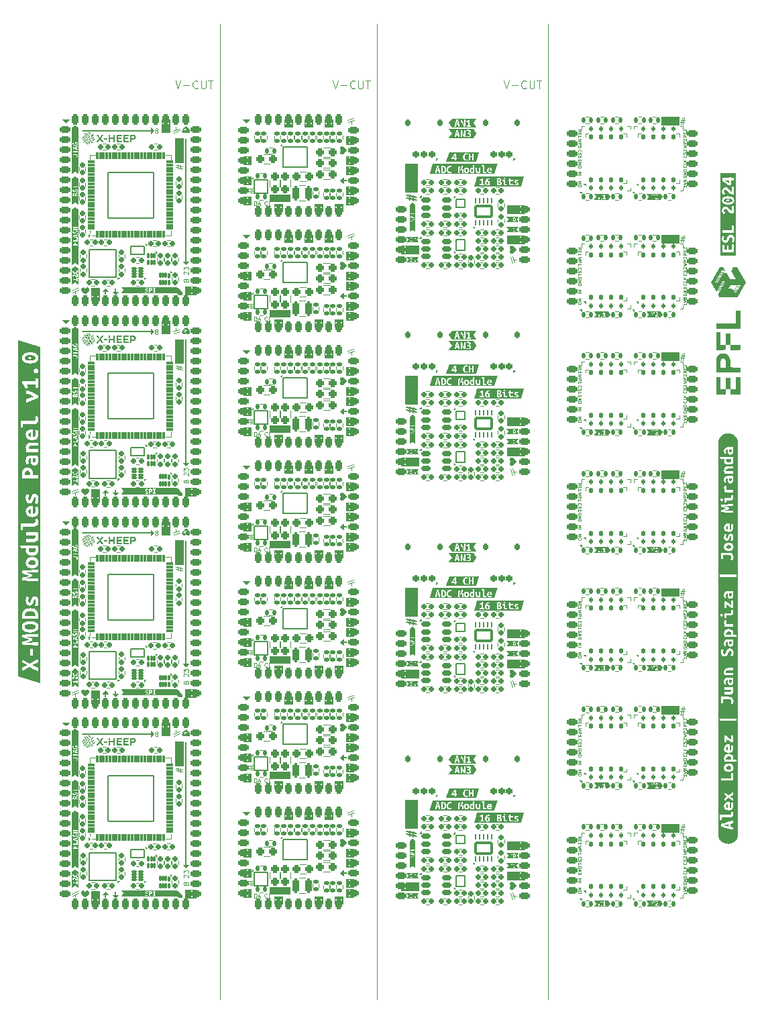
<source format=gbr>
%TF.GenerationSoftware,KiCad,Pcbnew,8.0.4*%
%TF.CreationDate,2024-12-12T16:30:20+01:00*%
%TF.ProjectId,Combined_Module_Panel,436f6d62-696e-4656-945f-4d6f64756c65,rev?*%
%TF.SameCoordinates,Original*%
%TF.FileFunction,Legend,Top*%
%TF.FilePolarity,Positive*%
%FSLAX46Y46*%
G04 Gerber Fmt 4.6, Leading zero omitted, Abs format (unit mm)*
G04 Created by KiCad (PCBNEW 8.0.4) date 2024-12-12 16:30:20*
%MOMM*%
%LPD*%
G01*
G04 APERTURE LIST*
G04 Aperture macros list*
%AMRoundRect*
0 Rectangle with rounded corners*
0 $1 Rounding radius*
0 $2 $3 $4 $5 $6 $7 $8 $9 X,Y pos of 4 corners*
0 Add a 4 corners polygon primitive as box body*
4,1,4,$2,$3,$4,$5,$6,$7,$8,$9,$2,$3,0*
0 Add four circle primitives for the rounded corners*
1,1,$1+$1,$2,$3*
1,1,$1+$1,$4,$5*
1,1,$1+$1,$6,$7*
1,1,$1+$1,$8,$9*
0 Add four rect primitives between the rounded corners*
20,1,$1+$1,$2,$3,$4,$5,0*
20,1,$1+$1,$4,$5,$6,$7,0*
20,1,$1+$1,$6,$7,$8,$9,0*
20,1,$1+$1,$8,$9,$2,$3,0*%
G04 Aperture macros list end*
%ADD10C,0.100000*%
%ADD11C,0.200000*%
%ADD12C,0.000000*%
%ADD13C,0.120000*%
%ADD14C,0.075000*%
%ADD15C,0.150000*%
%ADD16RoundRect,0.225000X-0.415000X0.225000X-0.415000X-0.225000X0.415000X-0.225000X0.415000X0.225000X0*%
%ADD17RoundRect,0.142500X-0.167500X0.142500X-0.167500X-0.142500X0.167500X-0.142500X0.167500X0.142500X0*%
%ADD18C,0.600000*%
%ADD19RoundRect,0.167500X0.167500X0.192500X-0.167500X0.192500X-0.167500X-0.192500X0.167500X-0.192500X0*%
%ADD20RoundRect,0.142500X-0.142500X-0.167500X0.142500X-0.167500X0.142500X0.167500X-0.142500X0.167500X0*%
%ADD21C,2.000000*%
%ADD22RoundRect,0.142500X0.167500X-0.142500X0.167500X0.142500X-0.167500X0.142500X-0.167500X-0.142500X0*%
%ADD23RoundRect,0.167500X-0.167500X-0.192500X0.167500X-0.192500X0.167500X0.192500X-0.167500X0.192500X0*%
%ADD24RoundRect,0.167500X-0.192500X0.167500X-0.192500X-0.167500X0.192500X-0.167500X0.192500X0.167500X0*%
%ADD25RoundRect,0.142500X0.142500X0.167500X-0.142500X0.167500X-0.142500X-0.167500X0.142500X-0.167500X0*%
%ADD26RoundRect,0.200000X0.200000X0.700000X-0.200000X0.700000X-0.200000X-0.700000X0.200000X-0.700000X0*%
%ADD27RoundRect,0.167500X0.192500X-0.167500X0.192500X0.167500X-0.192500X0.167500X-0.192500X-0.167500X0*%
%ADD28RoundRect,0.237500X-0.237500X-0.262500X0.237500X-0.262500X0.237500X0.262500X-0.237500X0.262500X0*%
%ADD29C,0.330000*%
%ADD30RoundRect,0.237500X-0.262500X0.237500X-0.262500X-0.237500X0.262500X-0.237500X0.262500X0.237500X0*%
%ADD31C,0.300000*%
%ADD32RoundRect,0.225000X0.415000X-0.225000X0.415000X0.225000X-0.415000X0.225000X-0.415000X-0.225000X0*%
%ADD33RoundRect,0.225000X0.225000X0.415000X-0.225000X0.415000X-0.225000X-0.415000X0.225000X-0.415000X0*%
%ADD34RoundRect,0.225000X-0.225000X-0.415000X0.225000X-0.415000X0.225000X0.415000X-0.225000X0.415000X0*%
%ADD35C,0.350000*%
%ADD36RoundRect,0.060000X0.060000X-0.240000X0.060000X0.240000X-0.060000X0.240000X-0.060000X-0.240000X0*%
%ADD37RoundRect,0.165000X1.035000X-0.660000X1.035000X0.660000X-1.035000X0.660000X-1.035000X-0.660000X0*%
%ADD38RoundRect,0.068750X0.281250X0.068750X-0.281250X0.068750X-0.281250X-0.068750X0.281250X-0.068750X0*%
%ADD39RoundRect,0.068750X0.231250X0.068750X-0.231250X0.068750X-0.231250X-0.068750X0.231250X-0.068750X0*%
%ADD40RoundRect,0.175000X-0.425000X-0.175000X0.425000X-0.175000X0.425000X0.175000X-0.425000X0.175000X0*%
%ADD41RoundRect,0.200000X0.200000X0.250000X-0.200000X0.250000X-0.200000X-0.250000X0.200000X-0.250000X0*%
%ADD42RoundRect,0.162500X0.162500X0.287500X-0.162500X0.287500X-0.162500X-0.287500X0.162500X-0.287500X0*%
%ADD43RoundRect,0.125000X0.125000X-0.200000X0.125000X0.200000X-0.125000X0.200000X-0.125000X-0.200000X0*%
%ADD44RoundRect,0.125000X0.125000X-0.250000X0.125000X0.250000X-0.125000X0.250000X-0.125000X-0.250000X0*%
%ADD45R,4.300000X3.400000*%
%ADD46RoundRect,0.075000X0.075000X-0.387500X0.075000X0.387500X-0.075000X0.387500X-0.075000X-0.387500X0*%
%ADD47RoundRect,0.075000X0.387500X-0.075000X0.387500X0.075000X-0.387500X0.075000X-0.387500X-0.075000X0*%
%ADD48RoundRect,0.075000X-0.387500X-0.075000X0.387500X-0.075000X0.387500X0.075000X-0.387500X0.075000X0*%
%ADD49RoundRect,0.050000X2.875000X-2.875000X2.875000X2.875000X-2.875000X2.875000X-2.875000X-2.875000X0*%
%ADD50RoundRect,0.237500X0.237500X0.262500X-0.237500X0.262500X-0.237500X-0.262500X0.237500X-0.262500X0*%
%ADD51RoundRect,0.068750X-0.068750X0.281250X-0.068750X-0.281250X0.068750X-0.281250X0.068750X0.281250X0*%
%ADD52RoundRect,0.068750X-0.068750X0.231250X-0.068750X-0.231250X0.068750X-0.231250X0.068750X0.231250X0*%
%ADD53RoundRect,0.067500X-0.067500X0.282500X-0.067500X-0.282500X0.067500X-0.282500X0.067500X0.282500X0*%
G04 APERTURE END LIST*
D10*
X119460500Y-129562952D02*
X120480500Y-129562952D01*
X120480500Y-130490047D01*
X119460500Y-130490047D01*
X119460500Y-129562952D01*
G36*
X119460500Y-129562952D02*
G01*
X120480500Y-129562952D01*
X120480500Y-130490047D01*
X119460500Y-130490047D01*
X119460500Y-129562952D01*
G37*
X128225500Y-97797300D02*
X127745500Y-97477300D01*
X128225500Y-97157300D01*
X128225500Y-97797300D01*
G36*
X128225500Y-97797300D02*
G01*
X127745500Y-97477300D01*
X128225500Y-97157300D01*
X128225500Y-97797300D01*
G37*
X116404000Y-128119500D02*
X116647000Y-128119500D01*
X135456457Y-142296703D02*
X137657590Y-142296703D01*
X137657590Y-143316703D01*
X135456457Y-143316703D01*
X135456457Y-142296703D01*
G36*
X135456457Y-142296703D02*
G01*
X137657590Y-142296703D01*
X137657590Y-143316703D01*
X135456457Y-143316703D01*
X135456457Y-142296703D01*
G37*
D11*
X99415000Y-67804227D02*
X99415000Y-67446227D01*
D12*
G36*
X107851000Y-144063426D02*
G01*
X107851000Y-144327000D01*
X107458139Y-144327000D01*
X107241000Y-144109861D01*
X107241000Y-143978574D01*
X107251000Y-143326385D01*
X107851000Y-144063426D01*
G37*
D10*
X168354162Y-90357999D02*
X170554162Y-90357999D01*
X170554162Y-91357999D01*
X168354162Y-91357999D01*
X168354162Y-90357999D01*
G36*
X168354162Y-90357999D02*
G01*
X170554162Y-90357999D01*
X170554162Y-91357999D01*
X168354162Y-91357999D01*
X168354162Y-90357999D01*
G37*
X128500500Y-124821500D02*
X129427595Y-124821500D01*
X129427595Y-125841500D01*
X128500500Y-125841500D01*
X128500500Y-124821500D01*
G36*
X128500500Y-124821500D02*
G01*
X129427595Y-124821500D01*
X129427595Y-125841500D01*
X128500500Y-125841500D01*
X128500500Y-124821500D01*
G37*
D11*
X103987000Y-98233000D02*
X95224000Y-98233000D01*
D12*
G36*
X107851000Y-67950426D02*
G01*
X107851000Y-68214000D01*
X107458139Y-68214000D01*
X107241000Y-67996861D01*
X107241000Y-67865574D01*
X107251000Y-67213385D01*
X107851000Y-67950426D01*
G37*
D10*
X135456457Y-62020322D02*
X137657590Y-62020322D01*
X137657590Y-63040322D01*
X135456457Y-63040322D01*
X135456457Y-62020322D01*
G36*
X135456457Y-62020322D02*
G01*
X137657590Y-62020322D01*
X137657590Y-63040322D01*
X135456457Y-63040322D01*
X135456457Y-62020322D01*
G37*
X115925500Y-90152300D02*
X115525500Y-89752300D01*
X116325500Y-89752300D01*
X115925500Y-90152300D01*
G36*
X115925500Y-90152300D02*
G01*
X115525500Y-89752300D01*
X116325500Y-89752300D01*
X115925500Y-90152300D01*
G37*
X116404000Y-142681600D02*
X116647000Y-142681600D01*
X128774218Y-119224343D02*
X129539930Y-118945647D01*
X128774218Y-90100143D02*
X129539930Y-89821447D01*
X104210226Y-98202227D02*
X103860000Y-98552456D01*
X103860000Y-97852000D01*
X104210226Y-98202227D01*
G36*
X104210226Y-98202227D02*
G01*
X103860000Y-98552456D01*
X103860000Y-97852000D01*
X104210226Y-98202227D01*
G37*
X128500500Y-114069400D02*
X129427595Y-114069400D01*
X129427595Y-115089400D01*
X128500500Y-115089400D01*
X128500500Y-114069400D01*
G36*
X128500500Y-114069400D02*
G01*
X129427595Y-114069400D01*
X129427595Y-115089400D01*
X128500500Y-115089400D01*
X128500500Y-114069400D01*
G37*
X115586953Y-96967300D02*
X116514048Y-96967300D01*
X116514048Y-97987300D01*
X115586953Y-97987300D01*
X115586953Y-96967300D01*
G36*
X115586953Y-96967300D02*
G01*
X116514048Y-96967300D01*
X116514048Y-97987300D01*
X115586953Y-97987300D01*
X115586953Y-96967300D01*
G37*
X106951000Y-124567000D02*
X107951000Y-124567000D01*
X107951000Y-127567000D01*
X106951000Y-127567000D01*
X106951000Y-124567000D01*
G36*
X106951000Y-124567000D02*
G01*
X107951000Y-124567000D01*
X107951000Y-127567000D01*
X106951000Y-127567000D01*
X106951000Y-124567000D01*
G37*
X128225500Y-54111000D02*
X127745500Y-53791000D01*
X128225500Y-53471000D01*
X128225500Y-54111000D01*
G36*
X128225500Y-54111000D02*
G01*
X127745500Y-53791000D01*
X128225500Y-53471000D01*
X128225500Y-54111000D01*
G37*
X125810500Y-75201653D02*
X126830500Y-75201653D01*
X126830500Y-76128748D01*
X125810500Y-76128748D01*
X125810500Y-75201653D01*
G36*
X125810500Y-75201653D02*
G01*
X126830500Y-75201653D01*
X126830500Y-76128748D01*
X125810500Y-76128748D01*
X125810500Y-75201653D01*
G37*
X149523338Y-90930837D02*
X149244642Y-90165125D01*
X116282500Y-142195600D02*
X116768500Y-142195600D01*
X129173257Y-119099524D02*
X129173257Y-119454113D01*
D11*
X128145500Y-126601500D02*
X128625500Y-126601500D01*
D10*
X128725500Y-104414400D02*
X129491212Y-104135704D01*
X94349101Y-143870314D02*
X94349101Y-144224903D01*
X124540500Y-100438752D02*
X125560500Y-100438752D01*
X125560500Y-101365847D01*
X124540500Y-101365847D01*
X124540500Y-100438752D01*
G36*
X124540500Y-100438752D02*
G01*
X125560500Y-100438752D01*
X125560500Y-101365847D01*
X124540500Y-101365847D01*
X124540500Y-100438752D01*
G37*
X128500500Y-108989400D02*
X129427595Y-108989400D01*
X129427595Y-110009400D01*
X128500500Y-110009400D01*
X128500500Y-108989400D01*
G36*
X128500500Y-108989400D02*
G01*
X129427595Y-108989400D01*
X129427595Y-110009400D01*
X128500500Y-110009400D01*
X128500500Y-108989400D01*
G37*
X129173257Y-89975324D02*
X129173257Y-90329913D01*
D11*
X98145000Y-93137000D02*
X98145000Y-93495000D01*
D10*
X106951000Y-73825000D02*
X107951000Y-73825000D01*
X107951000Y-76825000D01*
X106951000Y-76825000D01*
X106951000Y-73825000D01*
G36*
X106951000Y-73825000D02*
G01*
X107951000Y-73825000D01*
X107951000Y-76825000D01*
X106951000Y-76825000D01*
X106951000Y-73825000D01*
G37*
X115586953Y-114069400D02*
X116514048Y-114069400D01*
X116514048Y-115089400D01*
X115586953Y-115089400D01*
X115586953Y-114069400D01*
G36*
X115586953Y-114069400D02*
G01*
X116514048Y-114069400D01*
X116514048Y-115089400D01*
X115586953Y-115089400D01*
X115586953Y-114069400D01*
G37*
X127080500Y-129562952D02*
X128100500Y-129562952D01*
X128100500Y-130490047D01*
X127080500Y-130490047D01*
X127080500Y-129562952D01*
G36*
X127080500Y-129562952D02*
G01*
X128100500Y-129562952D01*
X128100500Y-130490047D01*
X127080500Y-130490047D01*
X127080500Y-129562952D01*
G37*
X124540500Y-115000852D02*
X125560500Y-115000852D01*
X125560500Y-115927947D01*
X124540500Y-115927947D01*
X124540500Y-115000852D01*
G36*
X124540500Y-115000852D02*
G01*
X125560500Y-115000852D01*
X125560500Y-115927947D01*
X124540500Y-115927947D01*
X124540500Y-115000852D01*
G37*
X149771181Y-90882119D02*
X149492485Y-90116407D01*
X136006457Y-105131322D02*
X137535581Y-105131322D01*
X137535581Y-108736322D01*
X136006457Y-108736322D01*
X136006457Y-105131322D01*
G36*
X136006457Y-105131322D02*
G01*
X137535581Y-105131322D01*
X137535581Y-108736322D01*
X136006457Y-108736322D01*
X136006457Y-105131322D01*
G37*
X116404000Y-98995300D02*
X116647000Y-98995300D01*
X128500500Y-135573600D02*
X129427595Y-135573600D01*
X129427595Y-136593600D01*
X128500500Y-136593600D01*
X128500500Y-135573600D01*
G36*
X128500500Y-135573600D02*
G01*
X129427595Y-135573600D01*
X129427595Y-136593600D01*
X128500500Y-136593600D01*
X128500500Y-135573600D01*
G37*
X93901344Y-67634290D02*
X94667056Y-67355594D01*
X94349101Y-118499314D02*
X94349101Y-118853903D01*
X115586953Y-79865200D02*
X116514048Y-79865200D01*
X116514048Y-80885200D01*
X115586953Y-80885200D01*
X115586953Y-79865200D01*
G36*
X115586953Y-79865200D02*
G01*
X116514048Y-79865200D01*
X116514048Y-80885200D01*
X115586953Y-80885200D01*
X115586953Y-79865200D01*
G37*
D12*
G36*
X107851000Y-118692426D02*
G01*
X107851000Y-118956000D01*
X107458139Y-118956000D01*
X107241000Y-118738861D01*
X107241000Y-118607574D01*
X107251000Y-117955385D01*
X107851000Y-118692426D01*
G37*
D10*
X124540500Y-85876652D02*
X125560500Y-85876652D01*
X125560500Y-86803747D01*
X124540500Y-86803747D01*
X124540500Y-85876652D01*
G36*
X124540500Y-85876652D02*
G01*
X125560500Y-85876652D01*
X125560500Y-86803747D01*
X124540500Y-86803747D01*
X124540500Y-85876652D01*
G37*
X118925500Y-142938600D02*
X121400500Y-142938600D01*
X121400500Y-143738600D01*
X118925500Y-143738600D01*
X118925500Y-142938600D01*
G36*
X118925500Y-142938600D02*
G01*
X121400500Y-142938600D01*
X121400500Y-143738600D01*
X118925500Y-143738600D01*
X118925500Y-142938600D01*
G37*
X115586953Y-53281000D02*
X116514048Y-53281000D01*
X116514048Y-54301000D01*
X115586953Y-54301000D01*
X115586953Y-53281000D01*
G36*
X115586953Y-53281000D02*
G01*
X116514048Y-53281000D01*
X116514048Y-54301000D01*
X115586953Y-54301000D01*
X115586953Y-53281000D01*
G37*
X115586953Y-84945200D02*
X116514048Y-84945200D01*
X116514048Y-85965200D01*
X115586953Y-85965200D01*
X115586953Y-84945200D01*
G36*
X115586953Y-84945200D02*
G01*
X116514048Y-84945200D01*
X116514048Y-85965200D01*
X115586953Y-85965200D01*
X115586953Y-84945200D01*
G37*
X107071699Y-72711637D02*
X107071699Y-72357048D01*
X118925500Y-84690200D02*
X121400500Y-84690200D01*
X121400500Y-85490200D01*
X118925500Y-85490200D01*
X118925500Y-84690200D01*
G36*
X118925500Y-84690200D02*
G01*
X121400500Y-84690200D01*
X121400500Y-85490200D01*
X118925500Y-85490200D01*
X118925500Y-84690200D01*
G37*
X116404000Y-55309000D02*
X116647000Y-55309000D01*
X107470738Y-47215818D02*
X106705026Y-47494514D01*
X148833029Y-87473622D02*
X151034162Y-87473622D01*
X151034162Y-88493622D01*
X148833029Y-88493622D01*
X148833029Y-87473622D01*
G36*
X148833029Y-87473622D02*
G01*
X151034162Y-87473622D01*
X151034162Y-88493622D01*
X148833029Y-88493622D01*
X148833029Y-87473622D01*
G37*
X123270500Y-133450053D02*
X124290500Y-133450053D01*
X124290500Y-134377148D01*
X123270500Y-134377148D01*
X123270500Y-133450053D01*
G36*
X123270500Y-133450053D02*
G01*
X124290500Y-133450053D01*
X124290500Y-134377148D01*
X123270500Y-134377148D01*
X123270500Y-133450053D01*
G37*
X149646362Y-144006161D02*
X150000951Y-144006161D01*
X107519456Y-47463661D02*
X106753744Y-47742357D01*
X128725500Y-118976500D02*
X129491212Y-118697804D01*
X128725500Y-60728100D02*
X129491212Y-60449404D01*
X107519456Y-72834661D02*
X106753744Y-73113357D01*
X127080500Y-144125052D02*
X128100500Y-144125052D01*
X128100500Y-145052147D01*
X127080500Y-145052147D01*
X127080500Y-144125052D01*
G36*
X127080500Y-144125052D02*
G01*
X128100500Y-144125052D01*
X128100500Y-145052147D01*
X127080500Y-145052147D01*
X127080500Y-144125052D01*
G37*
X136006457Y-78378022D02*
X137535581Y-78378022D01*
X137535581Y-81983022D01*
X136006457Y-81983022D01*
X136006457Y-78378022D01*
G36*
X136006457Y-78378022D02*
G01*
X137535581Y-78378022D01*
X137535581Y-81983022D01*
X136006457Y-81983022D01*
X136006457Y-78378022D01*
G37*
X124540500Y-71314552D02*
X125560500Y-71314552D01*
X125560500Y-72241647D01*
X124540500Y-72241647D01*
X124540500Y-71314552D01*
G36*
X124540500Y-71314552D02*
G01*
X125560500Y-71314552D01*
X125560500Y-72241647D01*
X124540500Y-72241647D01*
X124540500Y-71314552D01*
G37*
X107071699Y-98082637D02*
X107071699Y-97728048D01*
X128725500Y-89852300D02*
X129491212Y-89573604D01*
D11*
X99415000Y-143917227D02*
X99415000Y-143559227D01*
D10*
X105255000Y-122215953D02*
X106275000Y-122215953D01*
X106275000Y-123818048D01*
X105255000Y-123818048D01*
X105255000Y-122215953D01*
G36*
X105255000Y-122215953D02*
G01*
X106275000Y-122215953D01*
X106275000Y-123818048D01*
X105255000Y-123818048D01*
X105255000Y-122215953D01*
G37*
X115586953Y-70383100D02*
X116514048Y-70383100D01*
X116514048Y-71403100D01*
X115586953Y-71403100D01*
X115586953Y-70383100D01*
G36*
X115586953Y-70383100D02*
G01*
X116514048Y-70383100D01*
X116514048Y-71403100D01*
X115586953Y-71403100D01*
X115586953Y-70383100D01*
G37*
D11*
X98145000Y-67766000D02*
X98145000Y-68124000D01*
D10*
X108302638Y-115124000D02*
X107952409Y-114773774D01*
X108652865Y-114773774D01*
X108302638Y-115124000D01*
G36*
X108302638Y-115124000D02*
G01*
X107952409Y-114773774D01*
X108652865Y-114773774D01*
X108302638Y-115124000D01*
G37*
X168354162Y-60628333D02*
X170554162Y-60628333D01*
X170554162Y-61628333D01*
X168354162Y-61628333D01*
X168354162Y-60628333D01*
G36*
X168354162Y-60628333D02*
G01*
X170554162Y-60628333D01*
X170554162Y-61628333D01*
X168354162Y-61628333D01*
X168354162Y-60628333D01*
G37*
X129173257Y-75413224D02*
X129173257Y-75767813D01*
X129173257Y-46289024D02*
X129173257Y-46643613D01*
X129173257Y-133661624D02*
X129173257Y-134016213D01*
X107519456Y-98205661D02*
X106753744Y-98484357D01*
X128500500Y-94427300D02*
X129427595Y-94427300D01*
X129427595Y-95447300D01*
X128500500Y-95447300D01*
X128500500Y-94427300D01*
G36*
X128500500Y-94427300D02*
G01*
X129427595Y-94427300D01*
X129427595Y-95447300D01*
X128500500Y-95447300D01*
X128500500Y-94427300D01*
G37*
X128500500Y-77325200D02*
X129427595Y-77325200D01*
X129427595Y-78345200D01*
X128500500Y-78345200D01*
X128500500Y-77325200D01*
G36*
X128500500Y-77325200D02*
G01*
X129427595Y-77325200D01*
X129427595Y-78345200D01*
X128500500Y-78345200D01*
X128500500Y-77325200D01*
G37*
X107751000Y-144227000D02*
X107251000Y-143727000D01*
X104210226Y-72831227D02*
X103860000Y-73181456D01*
X103860000Y-72481000D01*
X104210226Y-72831227D01*
G36*
X104210226Y-72831227D02*
G01*
X103860000Y-73181456D01*
X103860000Y-72481000D01*
X104210226Y-72831227D01*
G37*
D11*
X108305000Y-140368000D02*
X108305000Y-124620000D01*
D10*
X118925500Y-99252300D02*
X121400500Y-99252300D01*
X121400500Y-100052300D01*
X118925500Y-100052300D01*
X118925500Y-99252300D01*
G36*
X118925500Y-99252300D02*
G01*
X121400500Y-99252300D01*
X121400500Y-100052300D01*
X118925500Y-100052300D01*
X118925500Y-99252300D01*
G37*
X128500500Y-79865200D02*
X129427595Y-79865200D01*
X129427595Y-80885200D01*
X128500500Y-80885200D01*
X128500500Y-79865200D01*
G36*
X128500500Y-79865200D02*
G01*
X129427595Y-79865200D01*
X129427595Y-80885200D01*
X128500500Y-80885200D01*
X128500500Y-79865200D01*
G37*
X116404000Y-84109200D02*
X116647000Y-84109200D01*
X154054162Y-34086000D02*
X154054162Y-157075000D01*
X115586953Y-50741000D02*
X116514048Y-50741000D01*
X116514048Y-51761000D01*
X115586953Y-51761000D01*
X115586953Y-50741000D01*
G36*
X115586953Y-50741000D02*
G01*
X116514048Y-50741000D01*
X116514048Y-51761000D01*
X115586953Y-51761000D01*
X115586953Y-50741000D01*
G37*
X115586953Y-123551500D02*
X116514048Y-123551500D01*
X116514048Y-124571500D01*
X115586953Y-124571500D01*
X115586953Y-123551500D01*
G36*
X115586953Y-123551500D02*
G01*
X116514048Y-123551500D01*
X116514048Y-124571500D01*
X115586953Y-124571500D01*
X115586953Y-123551500D01*
G37*
X128725500Y-75290200D02*
X129491212Y-75011504D01*
X128774218Y-60975943D02*
X129539930Y-60697247D01*
X128774218Y-104662243D02*
X129539930Y-104383547D01*
X125810500Y-118887953D02*
X126830500Y-118887953D01*
X126830500Y-119815048D01*
X125810500Y-119815048D01*
X125810500Y-118887953D01*
G36*
X125810500Y-118887953D02*
G01*
X126830500Y-118887953D01*
X126830500Y-119815048D01*
X125810500Y-119815048D01*
X125810500Y-118887953D01*
G37*
X115586953Y-55821000D02*
X116514048Y-55821000D01*
X116514048Y-56841000D01*
X115586953Y-56841000D01*
X115586953Y-55821000D01*
G36*
X115586953Y-55821000D02*
G01*
X116514048Y-55821000D01*
X116514048Y-56841000D01*
X115586953Y-56841000D01*
X115586953Y-55821000D01*
G37*
X128225500Y-112359400D02*
X127745500Y-112039400D01*
X128225500Y-111719400D01*
X128225500Y-112359400D01*
G36*
X128225500Y-112359400D02*
G01*
X127745500Y-112039400D01*
X128225500Y-111719400D01*
X128225500Y-112359400D01*
G37*
X124540500Y-144125052D02*
X125560500Y-144125052D01*
X125560500Y-145052147D01*
X124540500Y-145052147D01*
X124540500Y-144125052D01*
G36*
X124540500Y-144125052D02*
G01*
X125560500Y-144125052D01*
X125560500Y-145052147D01*
X124540500Y-145052147D01*
X124540500Y-144125052D01*
G37*
X120730500Y-89763753D02*
X121750500Y-89763753D01*
X121750500Y-90690848D01*
X120730500Y-90690848D01*
X120730500Y-89763753D01*
G36*
X120730500Y-89763753D02*
G01*
X121750500Y-89763753D01*
X121750500Y-90690848D01*
X120730500Y-90690848D01*
X120730500Y-89763753D01*
G37*
X168354162Y-45763500D02*
X170554162Y-45763500D01*
X170554162Y-46763500D01*
X168354162Y-46763500D01*
X168354162Y-45763500D01*
G36*
X168354162Y-45763500D02*
G01*
X170554162Y-45763500D01*
X170554162Y-46763500D01*
X168354162Y-46763500D01*
X168354162Y-45763500D01*
G37*
X128500500Y-95697300D02*
X129427595Y-95697300D01*
X129427595Y-96717300D01*
X128500500Y-96717300D01*
X128500500Y-95697300D01*
G36*
X128500500Y-95697300D02*
G01*
X129427595Y-95697300D01*
X129427595Y-96717300D01*
X128500500Y-96717300D01*
X128500500Y-95697300D01*
G37*
X128774218Y-75538043D02*
X129539930Y-75259347D01*
X116282500Y-113395400D02*
X116768500Y-113395400D01*
X135456457Y-88773622D02*
X137657590Y-88773622D01*
X137657590Y-89793622D01*
X135456457Y-89793622D01*
X135456457Y-88773622D01*
G36*
X135456457Y-88773622D02*
G01*
X137657590Y-88773622D01*
X137657590Y-89793622D01*
X135456457Y-89793622D01*
X135456457Y-88773622D01*
G37*
D11*
X128145500Y-97477300D02*
X128625500Y-97477300D01*
D10*
X116404000Y-54985000D02*
X116647000Y-54985000D01*
X149523338Y-117684137D02*
X149244642Y-116918425D01*
X112584250Y-34086000D02*
X112584250Y-157075000D01*
X168354162Y-120087665D02*
X170554162Y-120087665D01*
X170554162Y-121087665D01*
X168354162Y-121087665D01*
X168354162Y-120087665D01*
G36*
X168354162Y-120087665D02*
G01*
X170554162Y-120087665D01*
X170554162Y-121087665D01*
X168354162Y-121087665D01*
X168354162Y-120087665D01*
G37*
X116282500Y-69709100D02*
X116768500Y-69709100D01*
X124540500Y-129562952D02*
X125560500Y-129562952D01*
X125560500Y-130490047D01*
X124540500Y-130490047D01*
X124540500Y-129562952D01*
G36*
X124540500Y-129562952D02*
G01*
X125560500Y-129562952D01*
X125560500Y-130490047D01*
X124540500Y-130490047D01*
X124540500Y-129562952D01*
G37*
X116404000Y-84433200D02*
X116647000Y-84433200D01*
X149771181Y-144405200D02*
X149492485Y-143639488D01*
X108302638Y-140495000D02*
X107952409Y-140144774D01*
X108652865Y-140144774D01*
X108302638Y-140495000D01*
G36*
X108302638Y-140495000D02*
G01*
X107952409Y-140144774D01*
X108652865Y-140144774D01*
X108302638Y-140495000D01*
G37*
X116404000Y-113557400D02*
X116647000Y-113557400D01*
X119460500Y-100438752D02*
X120480500Y-100438752D01*
X120480500Y-101365847D01*
X119460500Y-101365847D01*
X119460500Y-100438752D01*
G36*
X119460500Y-100438752D02*
G01*
X120480500Y-100438752D01*
X120480500Y-101365847D01*
X119460500Y-101365847D01*
X119460500Y-100438752D01*
G37*
X148833029Y-110416922D02*
X151034162Y-110416922D01*
X151034162Y-111436922D01*
X148833029Y-111436922D01*
X148833029Y-110416922D01*
G36*
X148833029Y-110416922D02*
G01*
X151034162Y-110416922D01*
X151034162Y-111436922D01*
X148833029Y-111436922D01*
X148833029Y-110416922D01*
G37*
X125810500Y-89763753D02*
X126830500Y-89763753D01*
X126830500Y-90690848D01*
X125810500Y-90690848D01*
X125810500Y-89763753D01*
G36*
X125810500Y-89763753D02*
G01*
X126830500Y-89763753D01*
X126830500Y-90690848D01*
X125810500Y-90690848D01*
X125810500Y-89763753D01*
G37*
X120730500Y-60639553D02*
X121750500Y-60639553D01*
X121750500Y-61566648D01*
X120730500Y-61566648D01*
X120730500Y-60639553D01*
G36*
X120730500Y-60639553D02*
G01*
X121750500Y-60639553D01*
X121750500Y-61566648D01*
X120730500Y-61566648D01*
X120730500Y-60639553D01*
G37*
D11*
X108305000Y-64255000D02*
X108305000Y-48507000D01*
D10*
X106951000Y-99196000D02*
X107951000Y-99196000D01*
X107951000Y-102196000D01*
X106951000Y-102196000D01*
X106951000Y-99196000D01*
G36*
X106951000Y-99196000D02*
G01*
X107951000Y-99196000D01*
X107951000Y-102196000D01*
X106951000Y-102196000D01*
X106951000Y-99196000D01*
G37*
X93950062Y-93253133D02*
X94715774Y-92974437D01*
D11*
X103987000Y-47491000D02*
X95224000Y-47491000D01*
D10*
X136006457Y-131901103D02*
X137535581Y-131901103D01*
X137535581Y-135506103D01*
X136006457Y-135506103D01*
X136006457Y-131901103D01*
G36*
X136006457Y-131901103D02*
G01*
X137535581Y-131901103D01*
X137535581Y-135506103D01*
X136006457Y-135506103D01*
X136006457Y-131901103D01*
G37*
X128500500Y-83675200D02*
X129427595Y-83675200D01*
X129427595Y-84695200D01*
X128500500Y-84695200D01*
X128500500Y-83675200D01*
G36*
X128500500Y-83675200D02*
G01*
X129427595Y-83675200D01*
X129427595Y-84695200D01*
X128500500Y-84695200D01*
X128500500Y-83675200D01*
G37*
X123270500Y-60639553D02*
X124290500Y-60639553D01*
X124290500Y-61566648D01*
X123270500Y-61566648D01*
X123270500Y-60639553D01*
G36*
X123270500Y-60639553D02*
G01*
X124290500Y-60639553D01*
X124290500Y-61566648D01*
X123270500Y-61566648D01*
X123270500Y-60639553D01*
G37*
X136006457Y-51624722D02*
X137535581Y-51624722D01*
X137535581Y-55229722D01*
X136006457Y-55229722D01*
X136006457Y-51624722D01*
G36*
X136006457Y-51624722D02*
G01*
X137535581Y-51624722D01*
X137535581Y-55229722D01*
X136006457Y-55229722D01*
X136006457Y-51624722D01*
G37*
X148833029Y-56910322D02*
X151034162Y-56910322D01*
X151034162Y-57930322D01*
X148833029Y-57930322D01*
X148833029Y-56910322D01*
G36*
X148833029Y-56910322D02*
G01*
X151034162Y-56910322D01*
X151034162Y-57930322D01*
X148833029Y-57930322D01*
X148833029Y-56910322D01*
G37*
X99415001Y-68154454D02*
X99064772Y-67804228D01*
X99765228Y-67804228D01*
X99415001Y-68154454D01*
G36*
X99415001Y-68154454D02*
G01*
X99064772Y-67804228D01*
X99765228Y-67804228D01*
X99415001Y-68154454D01*
G37*
X128500500Y-66573100D02*
X129427595Y-66573100D01*
X129427595Y-67593100D01*
X128500500Y-67593100D01*
X128500500Y-66573100D01*
G36*
X128500500Y-66573100D02*
G01*
X129427595Y-66573100D01*
X129427595Y-67593100D01*
X128500500Y-67593100D01*
X128500500Y-66573100D01*
G37*
X148833029Y-114226922D02*
X151034162Y-114226922D01*
X151034162Y-115246922D01*
X148833029Y-115246922D01*
X148833029Y-114226922D01*
G36*
X148833029Y-114226922D02*
G01*
X151034162Y-114226922D01*
X151034162Y-115246922D01*
X148833029Y-115246922D01*
X148833029Y-114226922D01*
G37*
X135456457Y-115526922D02*
X137657590Y-115526922D01*
X137657590Y-116546922D01*
X135456457Y-116546922D01*
X135456457Y-115526922D01*
G36*
X135456457Y-115526922D02*
G01*
X137657590Y-115526922D01*
X137657590Y-116546922D01*
X135456457Y-116546922D01*
X135456457Y-115526922D01*
G37*
X129173257Y-60851124D02*
X129173257Y-61205713D01*
X108224952Y-117916000D02*
X109577047Y-117916000D01*
X109577047Y-118936000D01*
X108224952Y-118936000D01*
X108224952Y-117916000D01*
G36*
X108224952Y-117916000D02*
G01*
X109577047Y-117916000D01*
X109577047Y-118936000D01*
X108224952Y-118936000D01*
X108224952Y-117916000D01*
G37*
X123270500Y-118887953D02*
X124290500Y-118887953D01*
X124290500Y-119815048D01*
X123270500Y-119815048D01*
X123270500Y-118887953D01*
G36*
X123270500Y-118887953D02*
G01*
X124290500Y-118887953D01*
X124290500Y-119815048D01*
X123270500Y-119815048D01*
X123270500Y-118887953D01*
G37*
X115586953Y-94427300D02*
X116514048Y-94427300D01*
X116514048Y-95447300D01*
X115586953Y-95447300D01*
X115586953Y-94427300D01*
G36*
X115586953Y-94427300D02*
G01*
X116514048Y-94427300D01*
X116514048Y-95447300D01*
X115586953Y-95447300D01*
X115586953Y-94427300D01*
G37*
X115925500Y-119276500D02*
X115525500Y-118876500D01*
X116325500Y-118876500D01*
X115925500Y-119276500D01*
G36*
X115925500Y-119276500D02*
G01*
X115525500Y-118876500D01*
X116325500Y-118876500D01*
X115925500Y-119276500D01*
G37*
X116404000Y-69871100D02*
X116647000Y-69871100D01*
D11*
X128145500Y-112039400D02*
X128625500Y-112039400D01*
D10*
X116282500Y-98509300D02*
X116768500Y-98509300D01*
X119460500Y-85876652D02*
X120480500Y-85876652D01*
X120480500Y-86803747D01*
X119460500Y-86803747D01*
X119460500Y-85876652D01*
G36*
X119460500Y-85876652D02*
G01*
X120480500Y-85876652D01*
X120480500Y-86803747D01*
X119460500Y-86803747D01*
X119460500Y-85876652D01*
G37*
X96365000Y-118093905D02*
X97385000Y-118093905D01*
X97385000Y-119696000D01*
X96365000Y-119696000D01*
X96365000Y-118093905D01*
G36*
X96365000Y-118093905D02*
G01*
X97385000Y-118093905D01*
X97385000Y-119696000D01*
X96365000Y-119696000D01*
X96365000Y-118093905D01*
G37*
X96365000Y-67351905D02*
X97385000Y-67351905D01*
X97385000Y-68954000D01*
X96365000Y-68954000D01*
X96365000Y-67351905D01*
G36*
X96365000Y-67351905D02*
G01*
X97385000Y-67351905D01*
X97385000Y-68954000D01*
X96365000Y-68954000D01*
X96365000Y-67351905D01*
G37*
X149523338Y-144453918D02*
X149244642Y-143688206D01*
D11*
X128145500Y-141163600D02*
X128625500Y-141163600D01*
D10*
X128500500Y-138113600D02*
X129427595Y-138113600D01*
X129427595Y-139133600D01*
X128500500Y-139133600D01*
X128500500Y-138113600D01*
G36*
X128500500Y-138113600D02*
G01*
X129427595Y-138113600D01*
X129427595Y-139133600D01*
X128500500Y-139133600D01*
X128500500Y-138113600D01*
G37*
X93151000Y-71825000D02*
X92751000Y-71425000D01*
X93551000Y-71425000D01*
X93151000Y-71825000D01*
G36*
X93151000Y-71825000D02*
G01*
X92751000Y-71425000D01*
X93551000Y-71425000D01*
X93151000Y-71825000D01*
G37*
X115586953Y-126091500D02*
X116514048Y-126091500D01*
X116514048Y-127111500D01*
X115586953Y-127111500D01*
X115586953Y-126091500D01*
G36*
X115586953Y-126091500D02*
G01*
X116514048Y-126091500D01*
X116514048Y-127111500D01*
X115586953Y-127111500D01*
X115586953Y-126091500D01*
G37*
X116404000Y-127795500D02*
X116647000Y-127795500D01*
X116282500Y-83947200D02*
X116768500Y-83947200D01*
X128774218Y-46413843D02*
X129539930Y-46135147D01*
X125810500Y-46077453D02*
X126830500Y-46077453D01*
X126830500Y-47004548D01*
X125810500Y-47004548D01*
X125810500Y-46077453D01*
G36*
X125810500Y-46077453D02*
G01*
X126830500Y-46077453D01*
X126830500Y-47004548D01*
X125810500Y-47004548D01*
X125810500Y-46077453D01*
G37*
X98495228Y-118507999D02*
X97794772Y-118507999D01*
X98144999Y-118157773D01*
X98495228Y-118507999D01*
G36*
X98495228Y-118507999D02*
G01*
X97794772Y-118507999D01*
X98144999Y-118157773D01*
X98495228Y-118507999D01*
G37*
X105255000Y-46102953D02*
X106275000Y-46102953D01*
X106275000Y-47705048D01*
X105255000Y-47705048D01*
X105255000Y-46102953D01*
G36*
X105255000Y-46102953D02*
G01*
X106275000Y-46102953D01*
X106275000Y-47705048D01*
X105255000Y-47705048D01*
X105255000Y-46102953D01*
G37*
X107751000Y-68114000D02*
X107251000Y-67614000D01*
X93901344Y-118376290D02*
X94667056Y-118097594D01*
X128500500Y-127361500D02*
X129427595Y-127361500D01*
X129427595Y-128381500D01*
X128500500Y-128381500D01*
X128500500Y-127361500D01*
G36*
X128500500Y-127361500D02*
G01*
X129427595Y-127361500D01*
X129427595Y-128381500D01*
X128500500Y-128381500D01*
X128500500Y-127361500D01*
G37*
X128500500Y-50741000D02*
X129427595Y-50741000D01*
X129427595Y-51761000D01*
X128500500Y-51761000D01*
X128500500Y-50741000D01*
G36*
X128500500Y-50741000D02*
G01*
X129427595Y-50741000D01*
X129427595Y-51761000D01*
X128500500Y-51761000D01*
X128500500Y-50741000D01*
G37*
X116282500Y-127633500D02*
X116768500Y-127633500D01*
X128500500Y-123551500D02*
X129427595Y-123551500D01*
X129427595Y-124571500D01*
X128500500Y-124571500D01*
X128500500Y-123551500D01*
G36*
X128500500Y-123551500D02*
G01*
X129427595Y-123551500D01*
X129427595Y-124571500D01*
X128500500Y-124571500D01*
X128500500Y-123551500D01*
G37*
X149523338Y-64177537D02*
X149244642Y-63411825D01*
X128500500Y-84945200D02*
X129427595Y-84945200D01*
X129427595Y-85965200D01*
X128500500Y-85965200D01*
X128500500Y-84945200D01*
G36*
X128500500Y-84945200D02*
G01*
X129427595Y-84945200D01*
X129427595Y-85965200D01*
X128500500Y-85965200D01*
X128500500Y-84945200D01*
G37*
X129173257Y-104537424D02*
X129173257Y-104892013D01*
X115586953Y-140653600D02*
X116514048Y-140653600D01*
X116514048Y-141673600D01*
X115586953Y-141673600D01*
X115586953Y-140653600D01*
G36*
X115586953Y-140653600D02*
G01*
X116514048Y-140653600D01*
X116514048Y-141673600D01*
X115586953Y-141673600D01*
X115586953Y-140653600D01*
G37*
X128500500Y-99507300D02*
X129427595Y-99507300D01*
X129427595Y-100527300D01*
X128500500Y-100527300D01*
X128500500Y-99507300D01*
G36*
X128500500Y-99507300D02*
G01*
X129427595Y-99507300D01*
X129427595Y-100527300D01*
X128500500Y-100527300D01*
X128500500Y-99507300D01*
G37*
X148833029Y-140996703D02*
X151034162Y-140996703D01*
X151034162Y-142016703D01*
X148833029Y-142016703D01*
X148833029Y-140996703D01*
G36*
X148833029Y-140996703D02*
G01*
X151034162Y-140996703D01*
X151034162Y-142016703D01*
X148833029Y-142016703D01*
X148833029Y-140996703D01*
G37*
X128225500Y-126921500D02*
X127745500Y-126601500D01*
X128225500Y-126281500D01*
X128225500Y-126921500D01*
G36*
X128225500Y-126921500D02*
G01*
X127745500Y-126601500D01*
X128225500Y-126281500D01*
X128225500Y-126921500D01*
G37*
D11*
X128145500Y-53791000D02*
X128625500Y-53791000D01*
D10*
X108302638Y-64382000D02*
X107952409Y-64031774D01*
X108652865Y-64031774D01*
X108302638Y-64382000D01*
G36*
X108302638Y-64382000D02*
G01*
X107952409Y-64031774D01*
X108652865Y-64031774D01*
X108302638Y-64382000D01*
G37*
D11*
X99415000Y-118546227D02*
X99415000Y-118188227D01*
D10*
X116404000Y-142357600D02*
X116647000Y-142357600D01*
X119460500Y-144125052D02*
X120480500Y-144125052D01*
X120480500Y-145052147D01*
X119460500Y-145052147D01*
X119460500Y-144125052D01*
G36*
X119460500Y-144125052D02*
G01*
X120480500Y-144125052D01*
X120480500Y-145052147D01*
X119460500Y-145052147D01*
X119460500Y-144125052D01*
G37*
X107751000Y-93485000D02*
X107251000Y-92985000D01*
X99415001Y-93525454D02*
X99064772Y-93175228D01*
X99765228Y-93175228D01*
X99415001Y-93525454D01*
G36*
X99415001Y-93525454D02*
G01*
X99064772Y-93175228D01*
X99765228Y-93175228D01*
X99415001Y-93525454D01*
G37*
X116282500Y-55147000D02*
X116768500Y-55147000D01*
X168354162Y-105222832D02*
X170554162Y-105222832D01*
X170554162Y-106222832D01*
X168354162Y-106222832D01*
X168354162Y-105222832D01*
G36*
X168354162Y-105222832D02*
G01*
X170554162Y-105222832D01*
X170554162Y-106222832D01*
X168354162Y-106222832D01*
X168354162Y-105222832D01*
G37*
X115925500Y-61028100D02*
X115525500Y-60628100D01*
X116325500Y-60628100D01*
X115925500Y-61028100D01*
G36*
X115925500Y-61028100D02*
G01*
X115525500Y-60628100D01*
X116325500Y-60628100D01*
X115925500Y-61028100D01*
G37*
X116282500Y-98833300D02*
X116768500Y-98833300D01*
X149646362Y-63729780D02*
X150000951Y-63729780D01*
X96365000Y-143464905D02*
X97385000Y-143464905D01*
X97385000Y-145067000D01*
X96365000Y-145067000D01*
X96365000Y-143464905D01*
G36*
X96365000Y-143464905D02*
G01*
X97385000Y-143464905D01*
X97385000Y-145067000D01*
X96365000Y-145067000D01*
X96365000Y-143464905D01*
G37*
X107071699Y-47340637D02*
X107071699Y-46986048D01*
X128500500Y-110259400D02*
X129427595Y-110259400D01*
X129427595Y-111279400D01*
X128500500Y-111279400D01*
X128500500Y-110259400D01*
G36*
X128500500Y-110259400D02*
G01*
X129427595Y-110259400D01*
X129427595Y-111279400D01*
X128500500Y-111279400D01*
X128500500Y-110259400D01*
G37*
X119460500Y-71314552D02*
X120480500Y-71314552D01*
X120480500Y-72241647D01*
X119460500Y-72241647D01*
X119460500Y-71314552D01*
G36*
X119460500Y-71314552D02*
G01*
X120480500Y-71314552D01*
X120480500Y-72241647D01*
X119460500Y-72241647D01*
X119460500Y-71314552D01*
G37*
X168354162Y-75493166D02*
X170554162Y-75493166D01*
X170554162Y-76493166D01*
X168354162Y-76493166D01*
X168354162Y-75493166D01*
G36*
X168354162Y-75493166D02*
G01*
X170554162Y-75493166D01*
X170554162Y-76493166D01*
X168354162Y-76493166D01*
X168354162Y-75493166D01*
G37*
X115586953Y-108989400D02*
X116514048Y-108989400D01*
X116514048Y-110009400D01*
X115586953Y-110009400D01*
X115586953Y-108989400D01*
G36*
X115586953Y-108989400D02*
G01*
X116514048Y-108989400D01*
X116514048Y-110009400D01*
X115586953Y-110009400D01*
X115586953Y-108989400D01*
G37*
X115586953Y-82405200D02*
X116514048Y-82405200D01*
X116514048Y-83425200D01*
X115586953Y-83425200D01*
X115586953Y-82405200D01*
G36*
X115586953Y-82405200D02*
G01*
X116514048Y-82405200D01*
X116514048Y-83425200D01*
X115586953Y-83425200D01*
X115586953Y-82405200D01*
G37*
X98495228Y-143878999D02*
X97794772Y-143878999D01*
X98144999Y-143528773D01*
X98495228Y-143878999D01*
G36*
X98495228Y-143878999D02*
G01*
X97794772Y-143878999D01*
X98144999Y-143528773D01*
X98495228Y-143878999D01*
G37*
X116404000Y-113233400D02*
X116647000Y-113233400D01*
X128500500Y-112799400D02*
X129427595Y-112799400D01*
X129427595Y-113819400D01*
X128500500Y-113819400D01*
X128500500Y-112799400D01*
G36*
X128500500Y-112799400D02*
G01*
X129427595Y-112799400D01*
X129427595Y-113819400D01*
X128500500Y-113819400D01*
X128500500Y-112799400D01*
G37*
X116282500Y-84271200D02*
X116768500Y-84271200D01*
X128500500Y-128631500D02*
X129427595Y-128631500D01*
X129427595Y-129651500D01*
X128500500Y-129651500D01*
X128500500Y-128631500D01*
G36*
X128500500Y-128631500D02*
G01*
X129427595Y-128631500D01*
X129427595Y-129651500D01*
X128500500Y-129651500D01*
X128500500Y-128631500D01*
G37*
X107470738Y-97957818D02*
X106705026Y-98236514D01*
X116404000Y-69547100D02*
X116647000Y-69547100D01*
X120730500Y-75201653D02*
X121750500Y-75201653D01*
X121750500Y-76128748D01*
X120730500Y-76128748D01*
X120730500Y-75201653D01*
G36*
X120730500Y-75201653D02*
G01*
X121750500Y-75201653D01*
X121750500Y-76128748D01*
X120730500Y-76128748D01*
X120730500Y-75201653D01*
G37*
X105255000Y-96844953D02*
X106275000Y-96844953D01*
X106275000Y-98447048D01*
X105255000Y-98447048D01*
X105255000Y-96844953D01*
G36*
X105255000Y-96844953D02*
G01*
X106275000Y-96844953D01*
X106275000Y-98447048D01*
X105255000Y-98447048D01*
X105255000Y-96844953D01*
G37*
X107470738Y-72586818D02*
X106705026Y-72865514D01*
X115925500Y-104714400D02*
X115525500Y-104314400D01*
X116325500Y-104314400D01*
X115925500Y-104714400D01*
G36*
X115925500Y-104714400D02*
G01*
X115525500Y-104314400D01*
X116325500Y-104314400D01*
X115925500Y-104714400D01*
G37*
X120730500Y-118887953D02*
X121750500Y-118887953D01*
X121750500Y-119815048D01*
X120730500Y-119815048D01*
X120730500Y-118887953D01*
G36*
X120730500Y-118887953D02*
G01*
X121750500Y-118887953D01*
X121750500Y-119815048D01*
X120730500Y-119815048D01*
X120730500Y-118887953D01*
G37*
X94349101Y-67757314D02*
X94349101Y-68111903D01*
D11*
X98145000Y-118508000D02*
X98145000Y-118866000D01*
D10*
X127080500Y-115000852D02*
X128100500Y-115000852D01*
X128100500Y-115927947D01*
X127080500Y-115927947D01*
X127080500Y-115000852D01*
G36*
X127080500Y-115000852D02*
G01*
X128100500Y-115000852D01*
X128100500Y-115927947D01*
X127080500Y-115927947D01*
X127080500Y-115000852D01*
G37*
X120730500Y-104325853D02*
X121750500Y-104325853D01*
X121750500Y-105252948D01*
X120730500Y-105252948D01*
X120730500Y-104325853D01*
G36*
X120730500Y-104325853D02*
G01*
X121750500Y-104325853D01*
X121750500Y-105252948D01*
X120730500Y-105252948D01*
X120730500Y-104325853D01*
G37*
X128500500Y-81135200D02*
X129427595Y-81135200D01*
X129427595Y-82155200D01*
X128500500Y-82155200D01*
X128500500Y-81135200D01*
G36*
X128500500Y-81135200D02*
G01*
X129427595Y-81135200D01*
X129427595Y-82155200D01*
X128500500Y-82155200D01*
X128500500Y-81135200D01*
G37*
X115925500Y-75590200D02*
X115525500Y-75190200D01*
X116325500Y-75190200D01*
X115925500Y-75590200D01*
G36*
X115925500Y-75590200D02*
G01*
X115525500Y-75190200D01*
X116325500Y-75190200D01*
X115925500Y-75590200D01*
G37*
X116282500Y-54823000D02*
X116768500Y-54823000D01*
X105255000Y-71473953D02*
X106275000Y-71473953D01*
X106275000Y-73076048D01*
X105255000Y-73076048D01*
X105255000Y-71473953D01*
G36*
X105255000Y-71473953D02*
G01*
X106275000Y-71473953D01*
X106275000Y-73076048D01*
X105255000Y-73076048D01*
X105255000Y-71473953D01*
G37*
X115586953Y-65303100D02*
X116514048Y-65303100D01*
X116514048Y-66323100D01*
X115586953Y-66323100D01*
X115586953Y-65303100D01*
G36*
X115586953Y-65303100D02*
G01*
X116514048Y-65303100D01*
X116514048Y-66323100D01*
X115586953Y-66323100D01*
X115586953Y-65303100D01*
G37*
X132446000Y-157075000D02*
X132446000Y-34086000D01*
D11*
X108305000Y-114997000D02*
X108305000Y-99249000D01*
D10*
X149771181Y-117635419D02*
X149492485Y-116869707D01*
X98495228Y-67765999D02*
X97794772Y-67765999D01*
X98144999Y-67415773D01*
X98495228Y-67765999D01*
G36*
X98495228Y-67765999D02*
G01*
X97794772Y-67765999D01*
X98144999Y-67415773D01*
X98495228Y-67765999D01*
G37*
X128725500Y-133538600D02*
X129491212Y-133259904D01*
D11*
X103987000Y-123604000D02*
X95224000Y-123604000D01*
D10*
X116404000Y-98671300D02*
X116647000Y-98671300D01*
X128500500Y-141923600D02*
X129427595Y-141923600D01*
X129427595Y-142943600D01*
X128500500Y-142943600D01*
X128500500Y-141923600D01*
G36*
X128500500Y-141923600D02*
G01*
X129427595Y-141923600D01*
X129427595Y-142943600D01*
X128500500Y-142943600D01*
X128500500Y-141923600D01*
G37*
X128500500Y-139383600D02*
X129427595Y-139383600D01*
X129427595Y-140403600D01*
X128500500Y-140403600D01*
X128500500Y-139383600D01*
G36*
X128500500Y-139383600D02*
G01*
X129427595Y-139383600D01*
X129427595Y-140403600D01*
X128500500Y-140403600D01*
X128500500Y-139383600D01*
G37*
D11*
X99415000Y-93175227D02*
X99415000Y-92817227D01*
D10*
X118925500Y-113814400D02*
X121400500Y-113814400D01*
X121400500Y-114614400D01*
X118925500Y-114614400D01*
X118925500Y-113814400D01*
G36*
X118925500Y-113814400D02*
G01*
X121400500Y-113814400D01*
X121400500Y-114614400D01*
X118925500Y-114614400D01*
X118925500Y-113814400D01*
G37*
X149771181Y-64128819D02*
X149492485Y-63363107D01*
X128500500Y-62763100D02*
X129427595Y-62763100D01*
X129427595Y-63783100D01*
X128500500Y-63783100D01*
X128500500Y-62763100D01*
G36*
X128500500Y-62763100D02*
G01*
X129427595Y-62763100D01*
X129427595Y-63783100D01*
X128500500Y-63783100D01*
X128500500Y-62763100D01*
G37*
X128225500Y-68673100D02*
X127745500Y-68353100D01*
X128225500Y-68033100D01*
X128225500Y-68673100D01*
G36*
X128225500Y-68673100D02*
G01*
X127745500Y-68353100D01*
X128225500Y-68033100D01*
X128225500Y-68673100D01*
G37*
X93901344Y-93005290D02*
X94667056Y-92726594D01*
X118925500Y-128376500D02*
X121400500Y-128376500D01*
X121400500Y-129176500D01*
X118925500Y-129176500D01*
X118925500Y-128376500D01*
G36*
X118925500Y-128376500D02*
G01*
X121400500Y-128376500D01*
X121400500Y-129176500D01*
X118925500Y-129176500D01*
X118925500Y-128376500D01*
G37*
X127080500Y-85876652D02*
X128100500Y-85876652D01*
X128100500Y-86803747D01*
X127080500Y-86803747D01*
X127080500Y-85876652D01*
G36*
X127080500Y-85876652D02*
G01*
X128100500Y-85876652D01*
X128100500Y-86803747D01*
X127080500Y-86803747D01*
X127080500Y-85876652D01*
G37*
X115925500Y-133838600D02*
X115525500Y-133438600D01*
X116325500Y-133438600D01*
X115925500Y-133838600D01*
G36*
X115925500Y-133838600D02*
G01*
X115525500Y-133438600D01*
X116325500Y-133438600D01*
X115925500Y-133838600D01*
G37*
X104210226Y-123573227D02*
X103860000Y-123923456D01*
X103860000Y-123223000D01*
X104210226Y-123573227D01*
G36*
X104210226Y-123573227D02*
G01*
X103860000Y-123923456D01*
X103860000Y-123223000D01*
X104210226Y-123573227D01*
G37*
X93950062Y-67882133D02*
X94715774Y-67603437D01*
X128500500Y-52011000D02*
X129427595Y-52011000D01*
X129427595Y-53031000D01*
X128500500Y-53031000D01*
X128500500Y-52011000D01*
G36*
X128500500Y-52011000D02*
G01*
X129427595Y-52011000D01*
X129427595Y-53031000D01*
X128500500Y-53031000D01*
X128500500Y-52011000D01*
G37*
X118925500Y-70128100D02*
X121400500Y-70128100D01*
X121400500Y-70928100D01*
X118925500Y-70928100D01*
X118925500Y-70128100D01*
G36*
X118925500Y-70128100D02*
G01*
X121400500Y-70128100D01*
X121400500Y-70928100D01*
X118925500Y-70928100D01*
X118925500Y-70128100D01*
G37*
X120730500Y-46077453D02*
X121750500Y-46077453D01*
X121750500Y-47004548D01*
X120730500Y-47004548D01*
X120730500Y-46077453D01*
G36*
X120730500Y-46077453D02*
G01*
X121750500Y-46077453D01*
X121750500Y-47004548D01*
X120730500Y-47004548D01*
X120730500Y-46077453D01*
G37*
X148833029Y-137186703D02*
X151034162Y-137186703D01*
X151034162Y-138206703D01*
X148833029Y-138206703D01*
X148833029Y-137186703D01*
G36*
X148833029Y-137186703D02*
G01*
X151034162Y-137186703D01*
X151034162Y-138206703D01*
X148833029Y-138206703D01*
X148833029Y-137186703D01*
G37*
X128500500Y-65303100D02*
X129427595Y-65303100D01*
X129427595Y-66323100D01*
X128500500Y-66323100D01*
X128500500Y-65303100D01*
G36*
X128500500Y-65303100D02*
G01*
X129427595Y-65303100D01*
X129427595Y-66323100D01*
X128500500Y-66323100D01*
X128500500Y-65303100D01*
G37*
X99415001Y-118896454D02*
X99064772Y-118546228D01*
X99765228Y-118546228D01*
X99415001Y-118896454D01*
G36*
X99415001Y-118896454D02*
G01*
X99064772Y-118546228D01*
X99765228Y-118546228D01*
X99415001Y-118896454D01*
G37*
X115586953Y-99507300D02*
X116514048Y-99507300D01*
X116514048Y-100527300D01*
X115586953Y-100527300D01*
X115586953Y-99507300D01*
G36*
X115586953Y-99507300D02*
G01*
X116514048Y-99507300D01*
X116514048Y-100527300D01*
X115586953Y-100527300D01*
X115586953Y-99507300D01*
G37*
X96365000Y-92722905D02*
X97385000Y-92722905D01*
X97385000Y-94325000D01*
X96365000Y-94325000D01*
X96365000Y-92722905D01*
G36*
X96365000Y-92722905D02*
G01*
X97385000Y-92722905D01*
X97385000Y-94325000D01*
X96365000Y-94325000D01*
X96365000Y-92722905D01*
G37*
X128500500Y-69113100D02*
X129427595Y-69113100D01*
X129427595Y-70133100D01*
X128500500Y-70133100D01*
X128500500Y-69113100D01*
G36*
X128500500Y-69113100D02*
G01*
X129427595Y-69113100D01*
X129427595Y-70133100D01*
X128500500Y-70133100D01*
X128500500Y-69113100D01*
G37*
X108224952Y-92545000D02*
X109577047Y-92545000D01*
X109577047Y-93565000D01*
X108224952Y-93565000D01*
X108224952Y-92545000D01*
G36*
X108224952Y-92545000D02*
G01*
X109577047Y-92545000D01*
X109577047Y-93565000D01*
X108224952Y-93565000D01*
X108224952Y-92545000D01*
G37*
X93901344Y-143747290D02*
X94667056Y-143468594D01*
X128500500Y-55821000D02*
X129427595Y-55821000D01*
X129427595Y-56841000D01*
X128500500Y-56841000D01*
X128500500Y-55821000D01*
G36*
X128500500Y-55821000D02*
G01*
X129427595Y-55821000D01*
X129427595Y-56841000D01*
X128500500Y-56841000D01*
X128500500Y-55821000D01*
G37*
X128500500Y-54551000D02*
X129427595Y-54551000D01*
X129427595Y-55571000D01*
X128500500Y-55571000D01*
X128500500Y-54551000D01*
G36*
X128500500Y-54551000D02*
G01*
X129427595Y-54551000D01*
X129427595Y-55571000D01*
X128500500Y-55571000D01*
X128500500Y-54551000D01*
G37*
X123270500Y-104325853D02*
X124290500Y-104325853D01*
X124290500Y-105252948D01*
X123270500Y-105252948D01*
X123270500Y-104325853D01*
G36*
X123270500Y-104325853D02*
G01*
X124290500Y-104325853D01*
X124290500Y-105252948D01*
X123270500Y-105252948D01*
X123270500Y-104325853D01*
G37*
X125810500Y-133450053D02*
X126830500Y-133450053D01*
X126830500Y-134377148D01*
X125810500Y-134377148D01*
X125810500Y-133450053D01*
G36*
X125810500Y-133450053D02*
G01*
X126830500Y-133450053D01*
X126830500Y-134377148D01*
X125810500Y-134377148D01*
X125810500Y-133450053D01*
G37*
X107470738Y-123328818D02*
X106705026Y-123607514D01*
X128500500Y-121011500D02*
X129427595Y-121011500D01*
X129427595Y-122031500D01*
X128500500Y-122031500D01*
X128500500Y-121011500D01*
G36*
X128500500Y-121011500D02*
G01*
X129427595Y-121011500D01*
X129427595Y-122031500D01*
X128500500Y-122031500D01*
X128500500Y-121011500D01*
G37*
X108224952Y-67174000D02*
X109577047Y-67174000D01*
X109577047Y-68194000D01*
X108224952Y-68194000D01*
X108224952Y-67174000D01*
G36*
X108224952Y-67174000D02*
G01*
X109577047Y-67174000D01*
X109577047Y-68194000D01*
X108224952Y-68194000D01*
X108224952Y-67174000D01*
G37*
X119460500Y-56752452D02*
X120480500Y-56752452D01*
X120480500Y-57679547D01*
X119460500Y-57679547D01*
X119460500Y-56752452D01*
G36*
X119460500Y-56752452D02*
G01*
X120480500Y-56752452D01*
X120480500Y-57679547D01*
X119460500Y-57679547D01*
X119460500Y-56752452D01*
G37*
X99415001Y-144267454D02*
X99064772Y-143917228D01*
X99765228Y-143917228D01*
X99415001Y-144267454D01*
G36*
X99415001Y-144267454D02*
G01*
X99064772Y-143917228D01*
X99765228Y-143917228D01*
X99415001Y-144267454D01*
G37*
X149646362Y-117236380D02*
X150000951Y-117236380D01*
X94349101Y-93128314D02*
X94349101Y-93482903D01*
X116282500Y-142519600D02*
X116768500Y-142519600D01*
X119460500Y-115000852D02*
X120480500Y-115000852D01*
X120480500Y-115927947D01*
X119460500Y-115927947D01*
X119460500Y-115000852D01*
G36*
X119460500Y-115000852D02*
G01*
X120480500Y-115000852D01*
X120480500Y-115927947D01*
X119460500Y-115927947D01*
X119460500Y-115000852D01*
G37*
X128500500Y-98237300D02*
X129427595Y-98237300D01*
X129427595Y-99257300D01*
X128500500Y-99257300D01*
X128500500Y-98237300D01*
G36*
X128500500Y-98237300D02*
G01*
X129427595Y-98237300D01*
X129427595Y-99257300D01*
X128500500Y-99257300D01*
X128500500Y-98237300D01*
G37*
X128500500Y-143193600D02*
X129427595Y-143193600D01*
X129427595Y-144213600D01*
X128500500Y-144213600D01*
X128500500Y-143193600D01*
G36*
X128500500Y-143193600D02*
G01*
X129427595Y-143193600D01*
X129427595Y-144213600D01*
X128500500Y-144213600D01*
X128500500Y-143193600D01*
G37*
X115586953Y-143193600D02*
X116514048Y-143193600D01*
X116514048Y-144213600D01*
X115586953Y-144213600D01*
X115586953Y-143193600D01*
G36*
X115586953Y-143193600D02*
G01*
X116514048Y-143193600D01*
X116514048Y-144213600D01*
X115586953Y-144213600D01*
X115586953Y-143193600D01*
G37*
X107751000Y-118856000D02*
X107251000Y-118356000D01*
X116282500Y-69385100D02*
X116768500Y-69385100D01*
X123270500Y-75201653D02*
X124290500Y-75201653D01*
X124290500Y-76128748D01*
X123270500Y-76128748D01*
X123270500Y-75201653D01*
G36*
X123270500Y-75201653D02*
G01*
X124290500Y-75201653D01*
X124290500Y-76128748D01*
X123270500Y-76128748D01*
X123270500Y-75201653D01*
G37*
X128725500Y-46166000D02*
X129491212Y-45887304D01*
X93151000Y-122567000D02*
X92751000Y-122167000D01*
X93551000Y-122167000D01*
X93151000Y-122567000D01*
G36*
X93151000Y-122567000D02*
G01*
X92751000Y-122167000D01*
X93551000Y-122167000D01*
X93151000Y-122567000D01*
G37*
X120730500Y-133450053D02*
X121750500Y-133450053D01*
X121750500Y-134377148D01*
X120730500Y-134377148D01*
X120730500Y-133450053D01*
G36*
X120730500Y-133450053D02*
G01*
X121750500Y-133450053D01*
X121750500Y-134377148D01*
X120730500Y-134377148D01*
X120730500Y-133450053D01*
G37*
X128225500Y-83235200D02*
X127745500Y-82915200D01*
X128225500Y-82595200D01*
X128225500Y-83235200D01*
G36*
X128225500Y-83235200D02*
G01*
X127745500Y-82915200D01*
X128225500Y-82595200D01*
X128225500Y-83235200D01*
G37*
X98495228Y-93136999D02*
X97794772Y-93136999D01*
X98144999Y-92786773D01*
X98495228Y-93136999D01*
G36*
X98495228Y-93136999D02*
G01*
X97794772Y-93136999D01*
X98144999Y-92786773D01*
X98495228Y-93136999D01*
G37*
X123270500Y-46077453D02*
X124290500Y-46077453D01*
X124290500Y-47004548D01*
X123270500Y-47004548D01*
X123270500Y-46077453D01*
G36*
X123270500Y-46077453D02*
G01*
X124290500Y-46077453D01*
X124290500Y-47004548D01*
X123270500Y-47004548D01*
X123270500Y-46077453D01*
G37*
X168354162Y-134952498D02*
X170554162Y-134952498D01*
X170554162Y-135952498D01*
X168354162Y-135952498D01*
X168354162Y-134952498D01*
G36*
X168354162Y-134952498D02*
G01*
X170554162Y-134952498D01*
X170554162Y-135952498D01*
X168354162Y-135952498D01*
X168354162Y-134952498D01*
G37*
X127080500Y-56752452D02*
X128100500Y-56752452D01*
X128100500Y-57679547D01*
X127080500Y-57679547D01*
X127080500Y-56752452D01*
G36*
X127080500Y-56752452D02*
G01*
X128100500Y-56752452D01*
X128100500Y-57679547D01*
X127080500Y-57679547D01*
X127080500Y-56752452D01*
G37*
D11*
X103987000Y-72862000D02*
X95224000Y-72862000D01*
D10*
X125810500Y-60639553D02*
X126830500Y-60639553D01*
X126830500Y-61566648D01*
X125810500Y-61566648D01*
X125810500Y-60639553D01*
G36*
X125810500Y-60639553D02*
G01*
X126830500Y-60639553D01*
X126830500Y-61566648D01*
X125810500Y-61566648D01*
X125810500Y-60639553D01*
G37*
X115586953Y-128631500D02*
X116514048Y-128631500D01*
X116514048Y-129651500D01*
X115586953Y-129651500D01*
X115586953Y-128631500D01*
G36*
X115586953Y-128631500D02*
G01*
X116514048Y-128631500D01*
X116514048Y-129651500D01*
X115586953Y-129651500D01*
X115586953Y-128631500D01*
G37*
X148833029Y-83663622D02*
X151034162Y-83663622D01*
X151034162Y-84683622D01*
X148833029Y-84683622D01*
X148833029Y-83663622D01*
G36*
X148833029Y-83663622D02*
G01*
X151034162Y-83663622D01*
X151034162Y-84683622D01*
X148833029Y-84683622D01*
X148833029Y-83663622D01*
G37*
X116282500Y-113071400D02*
X116768500Y-113071400D01*
X106951000Y-48454000D02*
X107951000Y-48454000D01*
X107951000Y-51454000D01*
X106951000Y-51454000D01*
X106951000Y-48454000D01*
G36*
X106951000Y-48454000D02*
G01*
X107951000Y-48454000D01*
X107951000Y-51454000D01*
X106951000Y-51454000D01*
X106951000Y-48454000D01*
G37*
X104210226Y-47460227D02*
X103860000Y-47810456D01*
X103860000Y-47110000D01*
X104210226Y-47460227D01*
G36*
X104210226Y-47460227D02*
G01*
X103860000Y-47810456D01*
X103860000Y-47110000D01*
X104210226Y-47460227D01*
G37*
D11*
X98145000Y-143879000D02*
X98145000Y-144237000D01*
D10*
X107071699Y-123453637D02*
X107071699Y-123099048D01*
X93950062Y-143995133D02*
X94715774Y-143716437D01*
X128774218Y-133786443D02*
X129539930Y-133507747D01*
X107519456Y-123576661D02*
X106753744Y-123855357D01*
X125810500Y-104325853D02*
X126830500Y-104325853D01*
X126830500Y-105252948D01*
X125810500Y-105252948D01*
X125810500Y-104325853D01*
G36*
X125810500Y-104325853D02*
G01*
X126830500Y-104325853D01*
X126830500Y-105252948D01*
X125810500Y-105252948D01*
X125810500Y-104325853D01*
G37*
X115586953Y-67843100D02*
X116514048Y-67843100D01*
X116514048Y-68863100D01*
X115586953Y-68863100D01*
X115586953Y-67843100D01*
G36*
X115586953Y-67843100D02*
G01*
X116514048Y-67843100D01*
X116514048Y-68863100D01*
X115586953Y-68863100D01*
X115586953Y-67843100D01*
G37*
X116282500Y-127957500D02*
X116768500Y-127957500D01*
X118925500Y-55566000D02*
X121400500Y-55566000D01*
X121400500Y-56366000D01*
X118925500Y-56366000D01*
X118925500Y-55566000D01*
G36*
X118925500Y-55566000D02*
G01*
X121400500Y-55566000D01*
X121400500Y-56366000D01*
X118925500Y-56366000D01*
X118925500Y-55566000D01*
G37*
X148833029Y-60720322D02*
X151034162Y-60720322D01*
X151034162Y-61740322D01*
X148833029Y-61740322D01*
X148833029Y-60720322D01*
G36*
X148833029Y-60720322D02*
G01*
X151034162Y-60720322D01*
X151034162Y-61740322D01*
X148833029Y-61740322D01*
X148833029Y-60720322D01*
G37*
X128500500Y-48201000D02*
X129427595Y-48201000D01*
X129427595Y-49221000D01*
X128500500Y-49221000D01*
X128500500Y-48201000D01*
G36*
X128500500Y-48201000D02*
G01*
X129427595Y-48201000D01*
X129427595Y-49221000D01*
X128500500Y-49221000D01*
X128500500Y-48201000D01*
G37*
D12*
G36*
X107851000Y-93321426D02*
G01*
X107851000Y-93585000D01*
X107458139Y-93585000D01*
X107241000Y-93367861D01*
X107241000Y-93236574D01*
X107251000Y-92584385D01*
X107851000Y-93321426D01*
G37*
D10*
X124540500Y-56752452D02*
X125560500Y-56752452D01*
X125560500Y-57679547D01*
X124540500Y-57679547D01*
X124540500Y-56752452D01*
G36*
X124540500Y-56752452D02*
G01*
X125560500Y-56752452D01*
X125560500Y-57679547D01*
X124540500Y-57679547D01*
X124540500Y-56752452D01*
G37*
X127080500Y-71314552D02*
X128100500Y-71314552D01*
X128100500Y-72241647D01*
X127080500Y-72241647D01*
X127080500Y-71314552D01*
G36*
X127080500Y-71314552D02*
G01*
X128100500Y-71314552D01*
X128100500Y-72241647D01*
X127080500Y-72241647D01*
X127080500Y-71314552D01*
G37*
D11*
X108305000Y-89626000D02*
X108305000Y-73878000D01*
D10*
X128500500Y-106449400D02*
X129427595Y-106449400D01*
X129427595Y-107469400D01*
X128500500Y-107469400D01*
X128500500Y-106449400D01*
G36*
X128500500Y-106449400D02*
G01*
X129427595Y-106449400D01*
X129427595Y-107469400D01*
X128500500Y-107469400D01*
X128500500Y-106449400D01*
G37*
X93151000Y-97196000D02*
X92751000Y-96796000D01*
X93551000Y-96796000D01*
X93151000Y-97196000D01*
G36*
X93151000Y-97196000D02*
G01*
X92751000Y-96796000D01*
X93551000Y-96796000D01*
X93151000Y-97196000D01*
G37*
X93950062Y-118624133D02*
X94715774Y-118345437D01*
X128500500Y-70383100D02*
X129427595Y-70383100D01*
X129427595Y-71403100D01*
X128500500Y-71403100D01*
X128500500Y-70383100D01*
G36*
X128500500Y-70383100D02*
G01*
X129427595Y-70383100D01*
X129427595Y-71403100D01*
X128500500Y-71403100D01*
X128500500Y-70383100D01*
G37*
X123270500Y-89763753D02*
X124290500Y-89763753D01*
X124290500Y-90690848D01*
X123270500Y-90690848D01*
X123270500Y-89763753D01*
G36*
X123270500Y-89763753D02*
G01*
X124290500Y-89763753D01*
X124290500Y-90690848D01*
X123270500Y-90690848D01*
X123270500Y-89763753D01*
G37*
X93151000Y-46454000D02*
X92751000Y-46054000D01*
X93551000Y-46054000D01*
X93151000Y-46454000D01*
G36*
X93151000Y-46454000D02*
G01*
X92751000Y-46054000D01*
X93551000Y-46054000D01*
X93151000Y-46454000D01*
G37*
X108224952Y-143287000D02*
X109577047Y-143287000D01*
X109577047Y-144307000D01*
X108224952Y-144307000D01*
X108224952Y-143287000D01*
G36*
X108224952Y-143287000D02*
G01*
X109577047Y-143287000D01*
X109577047Y-144307000D01*
X108224952Y-144307000D01*
X108224952Y-143287000D01*
G37*
D11*
X128145500Y-82915200D02*
X128625500Y-82915200D01*
D10*
X115925500Y-46466000D02*
X115525500Y-46066000D01*
X116325500Y-46066000D01*
X115925500Y-46466000D01*
G36*
X115925500Y-46466000D02*
G01*
X115525500Y-46066000D01*
X116325500Y-46066000D01*
X115925500Y-46466000D01*
G37*
X108302638Y-89753000D02*
X107952409Y-89402774D01*
X108652865Y-89402774D01*
X108302638Y-89753000D01*
G36*
X108302638Y-89753000D02*
G01*
X107952409Y-89402774D01*
X108652865Y-89402774D01*
X108302638Y-89753000D01*
G37*
X127080500Y-100438752D02*
X128100500Y-100438752D01*
X128100500Y-101365847D01*
X127080500Y-101365847D01*
X127080500Y-100438752D01*
G36*
X127080500Y-100438752D02*
G01*
X128100500Y-100438752D01*
X128100500Y-101365847D01*
X127080500Y-101365847D01*
X127080500Y-100438752D01*
G37*
X128500500Y-91887300D02*
X129427595Y-91887300D01*
X129427595Y-92907300D01*
X128500500Y-92907300D01*
X128500500Y-91887300D01*
G36*
X128500500Y-91887300D02*
G01*
X129427595Y-91887300D01*
X129427595Y-92907300D01*
X128500500Y-92907300D01*
X128500500Y-91887300D01*
G37*
X115586953Y-138113600D02*
X116514048Y-138113600D01*
X116514048Y-139133600D01*
X115586953Y-139133600D01*
X115586953Y-138113600D01*
G36*
X115586953Y-138113600D02*
G01*
X116514048Y-138113600D01*
X116514048Y-139133600D01*
X115586953Y-139133600D01*
X115586953Y-138113600D01*
G37*
X128225500Y-141483600D02*
X127745500Y-141163600D01*
X128225500Y-140843600D01*
X128225500Y-141483600D01*
G36*
X128225500Y-141483600D02*
G01*
X127745500Y-141163600D01*
X128225500Y-140843600D01*
X128225500Y-141483600D01*
G37*
D11*
X128145500Y-68353100D02*
X128625500Y-68353100D01*
D10*
X149646362Y-90483080D02*
X150000951Y-90483080D01*
X115586953Y-111529400D02*
X116514048Y-111529400D01*
X116514048Y-112549400D01*
X115586953Y-112549400D01*
X115586953Y-111529400D01*
G36*
X115586953Y-111529400D02*
G01*
X116514048Y-111529400D01*
X116514048Y-112549400D01*
X115586953Y-112549400D01*
X115586953Y-111529400D01*
G37*
X171449414Y-126185566D02*
X171468462Y-126204614D01*
X171468462Y-126204614D02*
X171487509Y-126261756D01*
X171487509Y-126261756D02*
X171487509Y-126299852D01*
X171487509Y-126299852D02*
X171468462Y-126356995D01*
X171468462Y-126356995D02*
X171430366Y-126395090D01*
X171430366Y-126395090D02*
X171392271Y-126414137D01*
X171392271Y-126414137D02*
X171316081Y-126433185D01*
X171316081Y-126433185D02*
X171258938Y-126433185D01*
X171258938Y-126433185D02*
X171182747Y-126414137D01*
X171182747Y-126414137D02*
X171144652Y-126395090D01*
X171144652Y-126395090D02*
X171106557Y-126356995D01*
X171106557Y-126356995D02*
X171087509Y-126299852D01*
X171087509Y-126299852D02*
X171087509Y-126261756D01*
X171087509Y-126261756D02*
X171106557Y-126204614D01*
X171106557Y-126204614D02*
X171125604Y-126185566D01*
X171487509Y-125823661D02*
X171487509Y-126014137D01*
X171487509Y-126014137D02*
X171087509Y-126014137D01*
X171487509Y-125690327D02*
X171087509Y-125690327D01*
X171487509Y-125461756D02*
X171258938Y-125633185D01*
X171087509Y-125461756D02*
X171316081Y-125690327D01*
X158210814Y-78263597D02*
X157810814Y-78358835D01*
X157810814Y-78358835D02*
X158096528Y-78435026D01*
X158096528Y-78435026D02*
X157810814Y-78511216D01*
X157810814Y-78511216D02*
X158210814Y-78606455D01*
X157810814Y-78758836D02*
X158210814Y-78758836D01*
X158210814Y-78758836D02*
X158210814Y-78911217D01*
X158210814Y-78911217D02*
X158191766Y-78949312D01*
X158191766Y-78949312D02*
X158172719Y-78968359D01*
X158172719Y-78968359D02*
X158134623Y-78987407D01*
X158134623Y-78987407D02*
X158077481Y-78987407D01*
X158077481Y-78987407D02*
X158039385Y-78968359D01*
X158039385Y-78968359D02*
X158020338Y-78949312D01*
X158020338Y-78949312D02*
X158001290Y-78911217D01*
X158001290Y-78911217D02*
X158001290Y-78758836D01*
X157810814Y-79368359D02*
X157810814Y-79139788D01*
X157810814Y-79254074D02*
X158210814Y-79254074D01*
X158210814Y-79254074D02*
X158153671Y-79215978D01*
X158153671Y-79215978D02*
X158115576Y-79177883D01*
X158115576Y-79177883D02*
X158096528Y-79139788D01*
X157810814Y-82401693D02*
X158210814Y-82401693D01*
X158210814Y-82401693D02*
X157925100Y-82535026D01*
X157925100Y-82535026D02*
X158210814Y-82668359D01*
X158210814Y-82668359D02*
X157810814Y-82668359D01*
X157810814Y-82858836D02*
X158210814Y-82858836D01*
X171449414Y-80341067D02*
X171468462Y-80360115D01*
X171468462Y-80360115D02*
X171487509Y-80417257D01*
X171487509Y-80417257D02*
X171487509Y-80455353D01*
X171487509Y-80455353D02*
X171468462Y-80512496D01*
X171468462Y-80512496D02*
X171430366Y-80550591D01*
X171430366Y-80550591D02*
X171392271Y-80569638D01*
X171392271Y-80569638D02*
X171316081Y-80588686D01*
X171316081Y-80588686D02*
X171258938Y-80588686D01*
X171258938Y-80588686D02*
X171182747Y-80569638D01*
X171182747Y-80569638D02*
X171144652Y-80550591D01*
X171144652Y-80550591D02*
X171106557Y-80512496D01*
X171106557Y-80512496D02*
X171087509Y-80455353D01*
X171087509Y-80455353D02*
X171087509Y-80417257D01*
X171087509Y-80417257D02*
X171106557Y-80360115D01*
X171106557Y-80360115D02*
X171125604Y-80341067D01*
X171468462Y-80188686D02*
X171487509Y-80131543D01*
X171487509Y-80131543D02*
X171487509Y-80036305D01*
X171487509Y-80036305D02*
X171468462Y-79998210D01*
X171468462Y-79998210D02*
X171449414Y-79979162D01*
X171449414Y-79979162D02*
X171411319Y-79960115D01*
X171411319Y-79960115D02*
X171373223Y-79960115D01*
X171373223Y-79960115D02*
X171335128Y-79979162D01*
X171335128Y-79979162D02*
X171316081Y-79998210D01*
X171316081Y-79998210D02*
X171297033Y-80036305D01*
X171297033Y-80036305D02*
X171277985Y-80112496D01*
X171277985Y-80112496D02*
X171258938Y-80150591D01*
X171258938Y-80150591D02*
X171239890Y-80169638D01*
X171239890Y-80169638D02*
X171201795Y-80188686D01*
X171201795Y-80188686D02*
X171163700Y-80188686D01*
X171163700Y-80188686D02*
X171125604Y-80169638D01*
X171125604Y-80169638D02*
X171106557Y-80150591D01*
X171106557Y-80150591D02*
X171087509Y-80112496D01*
X171087509Y-80112496D02*
X171087509Y-80017257D01*
X171087509Y-80017257D02*
X171106557Y-79960115D01*
X171125604Y-79807734D02*
X171106557Y-79788686D01*
X171106557Y-79788686D02*
X171087509Y-79750591D01*
X171087509Y-79750591D02*
X171087509Y-79655353D01*
X171087509Y-79655353D02*
X171106557Y-79617258D01*
X171106557Y-79617258D02*
X171125604Y-79598210D01*
X171125604Y-79598210D02*
X171163700Y-79579163D01*
X171163700Y-79579163D02*
X171201795Y-79579163D01*
X171201795Y-79579163D02*
X171258938Y-79598210D01*
X171258938Y-79598210D02*
X171487509Y-79826782D01*
X171487509Y-79826782D02*
X171487509Y-79579163D01*
X116960336Y-144272209D02*
X116960336Y-143772209D01*
X116960336Y-143772209D02*
X117079384Y-143772209D01*
X117079384Y-143772209D02*
X117150812Y-143796019D01*
X117150812Y-143796019D02*
X117198431Y-143843638D01*
X117198431Y-143843638D02*
X117222241Y-143891257D01*
X117222241Y-143891257D02*
X117246050Y-143986495D01*
X117246050Y-143986495D02*
X117246050Y-144057923D01*
X117246050Y-144057923D02*
X117222241Y-144153161D01*
X117222241Y-144153161D02*
X117198431Y-144200780D01*
X117198431Y-144200780D02*
X117150812Y-144248400D01*
X117150812Y-144248400D02*
X117079384Y-144272209D01*
X117079384Y-144272209D02*
X116960336Y-144272209D01*
X117436527Y-144129352D02*
X117674622Y-144129352D01*
X117388908Y-144272209D02*
X117555574Y-143772209D01*
X117555574Y-143772209D02*
X117722241Y-144272209D01*
X118555573Y-144224590D02*
X118531764Y-144248400D01*
X118531764Y-144248400D02*
X118460335Y-144272209D01*
X118460335Y-144272209D02*
X118412716Y-144272209D01*
X118412716Y-144272209D02*
X118341288Y-144248400D01*
X118341288Y-144248400D02*
X118293669Y-144200780D01*
X118293669Y-144200780D02*
X118269859Y-144153161D01*
X118269859Y-144153161D02*
X118246050Y-144057923D01*
X118246050Y-144057923D02*
X118246050Y-143986495D01*
X118246050Y-143986495D02*
X118269859Y-143891257D01*
X118269859Y-143891257D02*
X118293669Y-143843638D01*
X118293669Y-143843638D02*
X118341288Y-143796019D01*
X118341288Y-143796019D02*
X118412716Y-143772209D01*
X118412716Y-143772209D02*
X118460335Y-143772209D01*
X118460335Y-143772209D02*
X118531764Y-143796019D01*
X118531764Y-143796019D02*
X118555573Y-143819828D01*
X119007954Y-144272209D02*
X118769859Y-144272209D01*
X118769859Y-144272209D02*
X118769859Y-143772209D01*
X171449414Y-111320733D02*
X171468462Y-111339781D01*
X171468462Y-111339781D02*
X171487509Y-111396923D01*
X171487509Y-111396923D02*
X171487509Y-111435019D01*
X171487509Y-111435019D02*
X171468462Y-111492162D01*
X171468462Y-111492162D02*
X171430366Y-111530257D01*
X171430366Y-111530257D02*
X171392271Y-111549304D01*
X171392271Y-111549304D02*
X171316081Y-111568352D01*
X171316081Y-111568352D02*
X171258938Y-111568352D01*
X171258938Y-111568352D02*
X171182747Y-111549304D01*
X171182747Y-111549304D02*
X171144652Y-111530257D01*
X171144652Y-111530257D02*
X171106557Y-111492162D01*
X171106557Y-111492162D02*
X171087509Y-111435019D01*
X171087509Y-111435019D02*
X171087509Y-111396923D01*
X171087509Y-111396923D02*
X171106557Y-111339781D01*
X171106557Y-111339781D02*
X171125604Y-111320733D01*
X171487509Y-110958828D02*
X171487509Y-111149304D01*
X171487509Y-111149304D02*
X171087509Y-111149304D01*
X171487509Y-110825494D02*
X171087509Y-110825494D01*
X171487509Y-110596923D02*
X171258938Y-110768352D01*
X171087509Y-110596923D02*
X171316081Y-110825494D01*
X157810814Y-92195097D02*
X158001290Y-92061764D01*
X157810814Y-91966526D02*
X158210814Y-91966526D01*
X158210814Y-91966526D02*
X158210814Y-92118907D01*
X158210814Y-92118907D02*
X158191766Y-92157002D01*
X158191766Y-92157002D02*
X158172719Y-92176049D01*
X158172719Y-92176049D02*
X158134623Y-92195097D01*
X158134623Y-92195097D02*
X158077481Y-92195097D01*
X158077481Y-92195097D02*
X158039385Y-92176049D01*
X158039385Y-92176049D02*
X158020338Y-92157002D01*
X158020338Y-92157002D02*
X158001290Y-92118907D01*
X158001290Y-92118907D02*
X158001290Y-91966526D01*
X158020338Y-92366526D02*
X158020338Y-92499859D01*
X157810814Y-92557002D02*
X157810814Y-92366526D01*
X157810814Y-92366526D02*
X158210814Y-92366526D01*
X158210814Y-92366526D02*
X158210814Y-92557002D01*
X157810814Y-92937954D02*
X157810814Y-92709383D01*
X157810814Y-92823669D02*
X158210814Y-92823669D01*
X158210814Y-92823669D02*
X158153671Y-92785573D01*
X158153671Y-92785573D02*
X158115576Y-92747478D01*
X158115576Y-92747478D02*
X158096528Y-92709383D01*
D13*
X107292426Y-77612719D02*
X107292426Y-77112719D01*
X106992426Y-77412719D02*
X107892426Y-77612719D01*
X107592426Y-77179386D02*
X107592426Y-77679386D01*
X107892426Y-77379386D02*
X106992426Y-77179386D01*
D10*
X171487509Y-77791067D02*
X171297033Y-77924400D01*
X171487509Y-78019638D02*
X171087509Y-78019638D01*
X171087509Y-78019638D02*
X171087509Y-77867257D01*
X171087509Y-77867257D02*
X171106557Y-77829162D01*
X171106557Y-77829162D02*
X171125604Y-77810115D01*
X171125604Y-77810115D02*
X171163700Y-77791067D01*
X171163700Y-77791067D02*
X171220842Y-77791067D01*
X171220842Y-77791067D02*
X171258938Y-77810115D01*
X171258938Y-77810115D02*
X171277985Y-77829162D01*
X171277985Y-77829162D02*
X171297033Y-77867257D01*
X171297033Y-77867257D02*
X171297033Y-78019638D01*
X171277985Y-77619638D02*
X171277985Y-77486305D01*
X171487509Y-77429162D02*
X171487509Y-77619638D01*
X171487509Y-77619638D02*
X171087509Y-77619638D01*
X171087509Y-77619638D02*
X171087509Y-77429162D01*
X171125604Y-77276781D02*
X171106557Y-77257733D01*
X171106557Y-77257733D02*
X171087509Y-77219638D01*
X171087509Y-77219638D02*
X171087509Y-77124400D01*
X171087509Y-77124400D02*
X171106557Y-77086305D01*
X171106557Y-77086305D02*
X171125604Y-77067257D01*
X171125604Y-77067257D02*
X171163700Y-77048210D01*
X171163700Y-77048210D02*
X171201795Y-77048210D01*
X171201795Y-77048210D02*
X171258938Y-77067257D01*
X171258938Y-77067257D02*
X171487509Y-77295829D01*
X171487509Y-77295829D02*
X171487509Y-77048210D01*
X171087509Y-138817066D02*
X171487509Y-138721828D01*
X171487509Y-138721828D02*
X171201795Y-138645637D01*
X171201795Y-138645637D02*
X171487509Y-138569447D01*
X171487509Y-138569447D02*
X171087509Y-138474209D01*
X171487509Y-138321827D02*
X171087509Y-138321827D01*
X171087509Y-138321827D02*
X171087509Y-138169446D01*
X171087509Y-138169446D02*
X171106557Y-138131351D01*
X171106557Y-138131351D02*
X171125604Y-138112304D01*
X171125604Y-138112304D02*
X171163700Y-138093256D01*
X171163700Y-138093256D02*
X171220842Y-138093256D01*
X171220842Y-138093256D02*
X171258938Y-138112304D01*
X171258938Y-138112304D02*
X171277985Y-138131351D01*
X171277985Y-138131351D02*
X171297033Y-138169446D01*
X171297033Y-138169446D02*
X171297033Y-138321827D01*
X171125604Y-137940875D02*
X171106557Y-137921827D01*
X171106557Y-137921827D02*
X171087509Y-137883732D01*
X171087509Y-137883732D02*
X171087509Y-137788494D01*
X171087509Y-137788494D02*
X171106557Y-137750399D01*
X171106557Y-137750399D02*
X171125604Y-137731351D01*
X171125604Y-137731351D02*
X171163700Y-137712304D01*
X171163700Y-137712304D02*
X171201795Y-137712304D01*
X171201795Y-137712304D02*
X171258938Y-137731351D01*
X171258938Y-137731351D02*
X171487509Y-137959923D01*
X171487509Y-137959923D02*
X171487509Y-137712304D01*
D11*
X136566133Y-56242667D02*
X136566133Y-55528382D01*
X136137561Y-55956953D02*
X137423276Y-56242667D01*
X136994704Y-55623620D02*
X136994704Y-56337905D01*
X137423276Y-55909334D02*
X136137561Y-55623620D01*
D10*
X171087509Y-123952233D02*
X171487509Y-123856995D01*
X171487509Y-123856995D02*
X171201795Y-123780804D01*
X171201795Y-123780804D02*
X171487509Y-123704614D01*
X171487509Y-123704614D02*
X171087509Y-123609376D01*
X171487509Y-123456994D02*
X171087509Y-123456994D01*
X171087509Y-123456994D02*
X171087509Y-123304613D01*
X171087509Y-123304613D02*
X171106557Y-123266518D01*
X171106557Y-123266518D02*
X171125604Y-123247471D01*
X171125604Y-123247471D02*
X171163700Y-123228423D01*
X171163700Y-123228423D02*
X171220842Y-123228423D01*
X171220842Y-123228423D02*
X171258938Y-123247471D01*
X171258938Y-123247471D02*
X171277985Y-123266518D01*
X171277985Y-123266518D02*
X171297033Y-123304613D01*
X171297033Y-123304613D02*
X171297033Y-123456994D01*
X171125604Y-123076042D02*
X171106557Y-123056994D01*
X171106557Y-123056994D02*
X171087509Y-123018899D01*
X171087509Y-123018899D02*
X171087509Y-122923661D01*
X171087509Y-122923661D02*
X171106557Y-122885566D01*
X171106557Y-122885566D02*
X171125604Y-122866518D01*
X171125604Y-122866518D02*
X171163700Y-122847471D01*
X171163700Y-122847471D02*
X171201795Y-122847471D01*
X171201795Y-122847471D02*
X171258938Y-122866518D01*
X171258938Y-122866518D02*
X171487509Y-123095090D01*
X171487509Y-123095090D02*
X171487509Y-122847471D01*
X171449414Y-65476234D02*
X171468462Y-65495282D01*
X171468462Y-65495282D02*
X171487509Y-65552424D01*
X171487509Y-65552424D02*
X171487509Y-65590520D01*
X171487509Y-65590520D02*
X171468462Y-65647663D01*
X171468462Y-65647663D02*
X171430366Y-65685758D01*
X171430366Y-65685758D02*
X171392271Y-65704805D01*
X171392271Y-65704805D02*
X171316081Y-65723853D01*
X171316081Y-65723853D02*
X171258938Y-65723853D01*
X171258938Y-65723853D02*
X171182747Y-65704805D01*
X171182747Y-65704805D02*
X171144652Y-65685758D01*
X171144652Y-65685758D02*
X171106557Y-65647663D01*
X171106557Y-65647663D02*
X171087509Y-65590520D01*
X171087509Y-65590520D02*
X171087509Y-65552424D01*
X171087509Y-65552424D02*
X171106557Y-65495282D01*
X171106557Y-65495282D02*
X171125604Y-65476234D01*
X171468462Y-65323853D02*
X171487509Y-65266710D01*
X171487509Y-65266710D02*
X171487509Y-65171472D01*
X171487509Y-65171472D02*
X171468462Y-65133377D01*
X171468462Y-65133377D02*
X171449414Y-65114329D01*
X171449414Y-65114329D02*
X171411319Y-65095282D01*
X171411319Y-65095282D02*
X171373223Y-65095282D01*
X171373223Y-65095282D02*
X171335128Y-65114329D01*
X171335128Y-65114329D02*
X171316081Y-65133377D01*
X171316081Y-65133377D02*
X171297033Y-65171472D01*
X171297033Y-65171472D02*
X171277985Y-65247663D01*
X171277985Y-65247663D02*
X171258938Y-65285758D01*
X171258938Y-65285758D02*
X171239890Y-65304805D01*
X171239890Y-65304805D02*
X171201795Y-65323853D01*
X171201795Y-65323853D02*
X171163700Y-65323853D01*
X171163700Y-65323853D02*
X171125604Y-65304805D01*
X171125604Y-65304805D02*
X171106557Y-65285758D01*
X171106557Y-65285758D02*
X171087509Y-65247663D01*
X171087509Y-65247663D02*
X171087509Y-65152424D01*
X171087509Y-65152424D02*
X171106557Y-65095282D01*
X171125604Y-64942901D02*
X171106557Y-64923853D01*
X171106557Y-64923853D02*
X171087509Y-64885758D01*
X171087509Y-64885758D02*
X171087509Y-64790520D01*
X171087509Y-64790520D02*
X171106557Y-64752425D01*
X171106557Y-64752425D02*
X171125604Y-64733377D01*
X171125604Y-64733377D02*
X171163700Y-64714330D01*
X171163700Y-64714330D02*
X171201795Y-64714330D01*
X171201795Y-64714330D02*
X171258938Y-64733377D01*
X171258938Y-64733377D02*
X171487509Y-64961949D01*
X171487509Y-64961949D02*
X171487509Y-64714330D01*
X171449414Y-81591067D02*
X171468462Y-81610115D01*
X171468462Y-81610115D02*
X171487509Y-81667257D01*
X171487509Y-81667257D02*
X171487509Y-81705353D01*
X171487509Y-81705353D02*
X171468462Y-81762496D01*
X171468462Y-81762496D02*
X171430366Y-81800591D01*
X171430366Y-81800591D02*
X171392271Y-81819638D01*
X171392271Y-81819638D02*
X171316081Y-81838686D01*
X171316081Y-81838686D02*
X171258938Y-81838686D01*
X171258938Y-81838686D02*
X171182747Y-81819638D01*
X171182747Y-81819638D02*
X171144652Y-81800591D01*
X171144652Y-81800591D02*
X171106557Y-81762496D01*
X171106557Y-81762496D02*
X171087509Y-81705353D01*
X171087509Y-81705353D02*
X171087509Y-81667257D01*
X171087509Y-81667257D02*
X171106557Y-81610115D01*
X171106557Y-81610115D02*
X171125604Y-81591067D01*
X171487509Y-81229162D02*
X171487509Y-81419638D01*
X171487509Y-81419638D02*
X171087509Y-81419638D01*
X171487509Y-81095828D02*
X171087509Y-81095828D01*
X171487509Y-80867257D02*
X171258938Y-81038686D01*
X171087509Y-80867257D02*
X171316081Y-81095828D01*
D13*
X171241881Y-120746238D02*
X170741881Y-120746238D01*
X171041881Y-121046238D02*
X171241881Y-120146238D01*
X170808548Y-120446238D02*
X171308548Y-120446238D01*
X171008548Y-120146238D02*
X170808548Y-121046238D01*
D10*
X157810814Y-128146192D02*
X158210814Y-128146192D01*
X158210814Y-128146192D02*
X157925100Y-128279525D01*
X157925100Y-128279525D02*
X158210814Y-128412858D01*
X158210814Y-128412858D02*
X157810814Y-128412858D01*
X158210814Y-128679525D02*
X158210814Y-128755716D01*
X158210814Y-128755716D02*
X158191766Y-128793811D01*
X158191766Y-128793811D02*
X158153671Y-128831906D01*
X158153671Y-128831906D02*
X158077481Y-128850954D01*
X158077481Y-128850954D02*
X157944147Y-128850954D01*
X157944147Y-128850954D02*
X157867957Y-128831906D01*
X157867957Y-128831906D02*
X157829862Y-128793811D01*
X157829862Y-128793811D02*
X157810814Y-128755716D01*
X157810814Y-128755716D02*
X157810814Y-128679525D01*
X157810814Y-128679525D02*
X157829862Y-128641430D01*
X157829862Y-128641430D02*
X157867957Y-128603335D01*
X157867957Y-128603335D02*
X157944147Y-128584287D01*
X157944147Y-128584287D02*
X158077481Y-128584287D01*
X158077481Y-128584287D02*
X158153671Y-128603335D01*
X158153671Y-128603335D02*
X158191766Y-128641430D01*
X158191766Y-128641430D02*
X158210814Y-128679525D01*
X171449414Y-95205900D02*
X171468462Y-95224948D01*
X171468462Y-95224948D02*
X171487509Y-95282090D01*
X171487509Y-95282090D02*
X171487509Y-95320186D01*
X171487509Y-95320186D02*
X171468462Y-95377329D01*
X171468462Y-95377329D02*
X171430366Y-95415424D01*
X171430366Y-95415424D02*
X171392271Y-95434471D01*
X171392271Y-95434471D02*
X171316081Y-95453519D01*
X171316081Y-95453519D02*
X171258938Y-95453519D01*
X171258938Y-95453519D02*
X171182747Y-95434471D01*
X171182747Y-95434471D02*
X171144652Y-95415424D01*
X171144652Y-95415424D02*
X171106557Y-95377329D01*
X171106557Y-95377329D02*
X171087509Y-95320186D01*
X171087509Y-95320186D02*
X171087509Y-95282090D01*
X171087509Y-95282090D02*
X171106557Y-95224948D01*
X171106557Y-95224948D02*
X171125604Y-95205900D01*
X171468462Y-95053519D02*
X171487509Y-94996376D01*
X171487509Y-94996376D02*
X171487509Y-94901138D01*
X171487509Y-94901138D02*
X171468462Y-94863043D01*
X171468462Y-94863043D02*
X171449414Y-94843995D01*
X171449414Y-94843995D02*
X171411319Y-94824948D01*
X171411319Y-94824948D02*
X171373223Y-94824948D01*
X171373223Y-94824948D02*
X171335128Y-94843995D01*
X171335128Y-94843995D02*
X171316081Y-94863043D01*
X171316081Y-94863043D02*
X171297033Y-94901138D01*
X171297033Y-94901138D02*
X171277985Y-94977329D01*
X171277985Y-94977329D02*
X171258938Y-95015424D01*
X171258938Y-95015424D02*
X171239890Y-95034471D01*
X171239890Y-95034471D02*
X171201795Y-95053519D01*
X171201795Y-95053519D02*
X171163700Y-95053519D01*
X171163700Y-95053519D02*
X171125604Y-95034471D01*
X171125604Y-95034471D02*
X171106557Y-95015424D01*
X171106557Y-95015424D02*
X171087509Y-94977329D01*
X171087509Y-94977329D02*
X171087509Y-94882090D01*
X171087509Y-94882090D02*
X171106557Y-94824948D01*
X171125604Y-94672567D02*
X171106557Y-94653519D01*
X171106557Y-94653519D02*
X171087509Y-94615424D01*
X171087509Y-94615424D02*
X171087509Y-94520186D01*
X171087509Y-94520186D02*
X171106557Y-94482091D01*
X171106557Y-94482091D02*
X171125604Y-94463043D01*
X171125604Y-94463043D02*
X171163700Y-94443996D01*
X171163700Y-94443996D02*
X171201795Y-94443996D01*
X171201795Y-94443996D02*
X171258938Y-94463043D01*
X171258938Y-94463043D02*
X171487509Y-94691615D01*
X171487509Y-94691615D02*
X171487509Y-94443996D01*
X158210814Y-63398764D02*
X157810814Y-63494002D01*
X157810814Y-63494002D02*
X158096528Y-63570193D01*
X158096528Y-63570193D02*
X157810814Y-63646383D01*
X157810814Y-63646383D02*
X158210814Y-63741622D01*
X157810814Y-63894003D02*
X158210814Y-63894003D01*
X158210814Y-63894003D02*
X158210814Y-64046384D01*
X158210814Y-64046384D02*
X158191766Y-64084479D01*
X158191766Y-64084479D02*
X158172719Y-64103526D01*
X158172719Y-64103526D02*
X158134623Y-64122574D01*
X158134623Y-64122574D02*
X158077481Y-64122574D01*
X158077481Y-64122574D02*
X158039385Y-64103526D01*
X158039385Y-64103526D02*
X158020338Y-64084479D01*
X158020338Y-64084479D02*
X158001290Y-64046384D01*
X158001290Y-64046384D02*
X158001290Y-63894003D01*
X157810814Y-64503526D02*
X157810814Y-64274955D01*
X157810814Y-64389241D02*
X158210814Y-64389241D01*
X158210814Y-64389241D02*
X158153671Y-64351145D01*
X158153671Y-64351145D02*
X158115576Y-64313050D01*
X158115576Y-64313050D02*
X158096528Y-64274955D01*
X157810814Y-112131359D02*
X158210814Y-112131359D01*
X158210814Y-112131359D02*
X157925100Y-112264692D01*
X157925100Y-112264692D02*
X158210814Y-112398025D01*
X158210814Y-112398025D02*
X157810814Y-112398025D01*
X157810814Y-112588502D02*
X158210814Y-112588502D01*
X158191766Y-140520548D02*
X158210814Y-140482453D01*
X158210814Y-140482453D02*
X158210814Y-140425310D01*
X158210814Y-140425310D02*
X158191766Y-140368167D01*
X158191766Y-140368167D02*
X158153671Y-140330072D01*
X158153671Y-140330072D02*
X158115576Y-140311025D01*
X158115576Y-140311025D02*
X158039385Y-140291977D01*
X158039385Y-140291977D02*
X157982242Y-140291977D01*
X157982242Y-140291977D02*
X157906052Y-140311025D01*
X157906052Y-140311025D02*
X157867957Y-140330072D01*
X157867957Y-140330072D02*
X157829862Y-140368167D01*
X157829862Y-140368167D02*
X157810814Y-140425310D01*
X157810814Y-140425310D02*
X157810814Y-140463406D01*
X157810814Y-140463406D02*
X157829862Y-140520548D01*
X157829862Y-140520548D02*
X157848909Y-140539596D01*
X157848909Y-140539596D02*
X157982242Y-140539596D01*
X157982242Y-140539596D02*
X157982242Y-140463406D01*
X157810814Y-140711025D02*
X158210814Y-140711025D01*
X158210814Y-140711025D02*
X157810814Y-140939596D01*
X157810814Y-140939596D02*
X158210814Y-140939596D01*
X157810814Y-141130073D02*
X158210814Y-141130073D01*
X158210814Y-141130073D02*
X158210814Y-141225311D01*
X158210814Y-141225311D02*
X158191766Y-141282454D01*
X158191766Y-141282454D02*
X158153671Y-141320549D01*
X158153671Y-141320549D02*
X158115576Y-141339596D01*
X158115576Y-141339596D02*
X158039385Y-141358644D01*
X158039385Y-141358644D02*
X157982242Y-141358644D01*
X157982242Y-141358644D02*
X157906052Y-141339596D01*
X157906052Y-141339596D02*
X157867957Y-141320549D01*
X157867957Y-141320549D02*
X157829862Y-141282454D01*
X157829862Y-141282454D02*
X157810814Y-141225311D01*
X157810814Y-141225311D02*
X157810814Y-141130073D01*
X157848909Y-65015431D02*
X157829862Y-64996383D01*
X157829862Y-64996383D02*
X157810814Y-64939241D01*
X157810814Y-64939241D02*
X157810814Y-64901145D01*
X157810814Y-64901145D02*
X157829862Y-64844002D01*
X157829862Y-64844002D02*
X157867957Y-64805907D01*
X157867957Y-64805907D02*
X157906052Y-64786860D01*
X157906052Y-64786860D02*
X157982242Y-64767812D01*
X157982242Y-64767812D02*
X158039385Y-64767812D01*
X158039385Y-64767812D02*
X158115576Y-64786860D01*
X158115576Y-64786860D02*
X158153671Y-64805907D01*
X158153671Y-64805907D02*
X158191766Y-64844002D01*
X158191766Y-64844002D02*
X158210814Y-64901145D01*
X158210814Y-64901145D02*
X158210814Y-64939241D01*
X158210814Y-64939241D02*
X158191766Y-64996383D01*
X158191766Y-64996383D02*
X158172719Y-65015431D01*
X157829862Y-65167812D02*
X157810814Y-65224955D01*
X157810814Y-65224955D02*
X157810814Y-65320193D01*
X157810814Y-65320193D02*
X157829862Y-65358288D01*
X157829862Y-65358288D02*
X157848909Y-65377336D01*
X157848909Y-65377336D02*
X157887004Y-65396383D01*
X157887004Y-65396383D02*
X157925100Y-65396383D01*
X157925100Y-65396383D02*
X157963195Y-65377336D01*
X157963195Y-65377336D02*
X157982242Y-65358288D01*
X157982242Y-65358288D02*
X158001290Y-65320193D01*
X158001290Y-65320193D02*
X158020338Y-65244002D01*
X158020338Y-65244002D02*
X158039385Y-65205907D01*
X158039385Y-65205907D02*
X158058433Y-65186860D01*
X158058433Y-65186860D02*
X158096528Y-65167812D01*
X158096528Y-65167812D02*
X158134623Y-65167812D01*
X158134623Y-65167812D02*
X158172719Y-65186860D01*
X158172719Y-65186860D02*
X158191766Y-65205907D01*
X158191766Y-65205907D02*
X158210814Y-65244002D01*
X158210814Y-65244002D02*
X158210814Y-65339241D01*
X158210814Y-65339241D02*
X158191766Y-65396383D01*
X157810814Y-65777335D02*
X157810814Y-65548764D01*
X157810814Y-65663050D02*
X158210814Y-65663050D01*
X158210814Y-65663050D02*
X158153671Y-65624954D01*
X158153671Y-65624954D02*
X158115576Y-65586859D01*
X158115576Y-65586859D02*
X158096528Y-65548764D01*
D13*
X171241881Y-61286906D02*
X170741881Y-61286906D01*
X171041881Y-61586906D02*
X171241881Y-60686906D01*
X170808548Y-60986906D02*
X171308548Y-60986906D01*
X171008548Y-60686906D02*
X170808548Y-61586906D01*
D10*
X157810814Y-83551693D02*
X158210814Y-83551693D01*
X158210814Y-83551693D02*
X157925100Y-83685026D01*
X157925100Y-83685026D02*
X158210814Y-83818359D01*
X158210814Y-83818359D02*
X157810814Y-83818359D01*
X158210814Y-84085026D02*
X158210814Y-84161217D01*
X158210814Y-84161217D02*
X158191766Y-84199312D01*
X158191766Y-84199312D02*
X158153671Y-84237407D01*
X158153671Y-84237407D02*
X158077481Y-84256455D01*
X158077481Y-84256455D02*
X157944147Y-84256455D01*
X157944147Y-84256455D02*
X157867957Y-84237407D01*
X157867957Y-84237407D02*
X157829862Y-84199312D01*
X157829862Y-84199312D02*
X157810814Y-84161217D01*
X157810814Y-84161217D02*
X157810814Y-84085026D01*
X157810814Y-84085026D02*
X157829862Y-84046931D01*
X157829862Y-84046931D02*
X157867957Y-84008836D01*
X157867957Y-84008836D02*
X157944147Y-83989788D01*
X157944147Y-83989788D02*
X158077481Y-83989788D01*
X158077481Y-83989788D02*
X158153671Y-84008836D01*
X158153671Y-84008836D02*
X158191766Y-84046931D01*
X158191766Y-84046931D02*
X158210814Y-84085026D01*
X157810814Y-143011025D02*
X158210814Y-143011025D01*
X158210814Y-143011025D02*
X157925100Y-143144358D01*
X157925100Y-143144358D02*
X158210814Y-143277691D01*
X158210814Y-143277691D02*
X157810814Y-143277691D01*
X158210814Y-143544358D02*
X158210814Y-143620549D01*
X158210814Y-143620549D02*
X158191766Y-143658644D01*
X158191766Y-143658644D02*
X158153671Y-143696739D01*
X158153671Y-143696739D02*
X158077481Y-143715787D01*
X158077481Y-143715787D02*
X157944147Y-143715787D01*
X157944147Y-143715787D02*
X157867957Y-143696739D01*
X157867957Y-143696739D02*
X157829862Y-143658644D01*
X157829862Y-143658644D02*
X157810814Y-143620549D01*
X157810814Y-143620549D02*
X157810814Y-143544358D01*
X157810814Y-143544358D02*
X157829862Y-143506263D01*
X157829862Y-143506263D02*
X157867957Y-143468168D01*
X157867957Y-143468168D02*
X157944147Y-143449120D01*
X157944147Y-143449120D02*
X158077481Y-143449120D01*
X158077481Y-143449120D02*
X158153671Y-143468168D01*
X158153671Y-143468168D02*
X158191766Y-143506263D01*
X158191766Y-143506263D02*
X158210814Y-143544358D01*
X158210814Y-122858096D02*
X157810814Y-122953334D01*
X157810814Y-122953334D02*
X158096528Y-123029525D01*
X158096528Y-123029525D02*
X157810814Y-123105715D01*
X157810814Y-123105715D02*
X158210814Y-123200954D01*
X157810814Y-123353335D02*
X158210814Y-123353335D01*
X158210814Y-123353335D02*
X158210814Y-123505716D01*
X158210814Y-123505716D02*
X158191766Y-123543811D01*
X158191766Y-123543811D02*
X158172719Y-123562858D01*
X158172719Y-123562858D02*
X158134623Y-123581906D01*
X158134623Y-123581906D02*
X158077481Y-123581906D01*
X158077481Y-123581906D02*
X158039385Y-123562858D01*
X158039385Y-123562858D02*
X158020338Y-123543811D01*
X158020338Y-123543811D02*
X158001290Y-123505716D01*
X158001290Y-123505716D02*
X158001290Y-123353335D01*
X157810814Y-123962858D02*
X157810814Y-123734287D01*
X157810814Y-123848573D02*
X158210814Y-123848573D01*
X158210814Y-123848573D02*
X158153671Y-123810477D01*
X158153671Y-123810477D02*
X158115576Y-123772382D01*
X158115576Y-123772382D02*
X158096528Y-123734287D01*
X116960336Y-71461709D02*
X116960336Y-70961709D01*
X116960336Y-70961709D02*
X117079384Y-70961709D01*
X117079384Y-70961709D02*
X117150812Y-70985519D01*
X117150812Y-70985519D02*
X117198431Y-71033138D01*
X117198431Y-71033138D02*
X117222241Y-71080757D01*
X117222241Y-71080757D02*
X117246050Y-71175995D01*
X117246050Y-71175995D02*
X117246050Y-71247423D01*
X117246050Y-71247423D02*
X117222241Y-71342661D01*
X117222241Y-71342661D02*
X117198431Y-71390280D01*
X117198431Y-71390280D02*
X117150812Y-71437900D01*
X117150812Y-71437900D02*
X117079384Y-71461709D01*
X117079384Y-71461709D02*
X116960336Y-71461709D01*
X117436527Y-71318852D02*
X117674622Y-71318852D01*
X117388908Y-71461709D02*
X117555574Y-70961709D01*
X117555574Y-70961709D02*
X117722241Y-71461709D01*
X118555573Y-71414090D02*
X118531764Y-71437900D01*
X118531764Y-71437900D02*
X118460335Y-71461709D01*
X118460335Y-71461709D02*
X118412716Y-71461709D01*
X118412716Y-71461709D02*
X118341288Y-71437900D01*
X118341288Y-71437900D02*
X118293669Y-71390280D01*
X118293669Y-71390280D02*
X118269859Y-71342661D01*
X118269859Y-71342661D02*
X118246050Y-71247423D01*
X118246050Y-71247423D02*
X118246050Y-71175995D01*
X118246050Y-71175995D02*
X118269859Y-71080757D01*
X118269859Y-71080757D02*
X118293669Y-71033138D01*
X118293669Y-71033138D02*
X118341288Y-70985519D01*
X118341288Y-70985519D02*
X118412716Y-70961709D01*
X118412716Y-70961709D02*
X118460335Y-70961709D01*
X118460335Y-70961709D02*
X118531764Y-70985519D01*
X118531764Y-70985519D02*
X118555573Y-71009328D01*
X119007954Y-71461709D02*
X118769859Y-71461709D01*
X118769859Y-71461709D02*
X118769859Y-70961709D01*
X171449414Y-124935566D02*
X171468462Y-124954614D01*
X171468462Y-124954614D02*
X171487509Y-125011756D01*
X171487509Y-125011756D02*
X171487509Y-125049852D01*
X171487509Y-125049852D02*
X171468462Y-125106995D01*
X171468462Y-125106995D02*
X171430366Y-125145090D01*
X171430366Y-125145090D02*
X171392271Y-125164137D01*
X171392271Y-125164137D02*
X171316081Y-125183185D01*
X171316081Y-125183185D02*
X171258938Y-125183185D01*
X171258938Y-125183185D02*
X171182747Y-125164137D01*
X171182747Y-125164137D02*
X171144652Y-125145090D01*
X171144652Y-125145090D02*
X171106557Y-125106995D01*
X171106557Y-125106995D02*
X171087509Y-125049852D01*
X171087509Y-125049852D02*
X171087509Y-125011756D01*
X171087509Y-125011756D02*
X171106557Y-124954614D01*
X171106557Y-124954614D02*
X171125604Y-124935566D01*
X171468462Y-124783185D02*
X171487509Y-124726042D01*
X171487509Y-124726042D02*
X171487509Y-124630804D01*
X171487509Y-124630804D02*
X171468462Y-124592709D01*
X171468462Y-124592709D02*
X171449414Y-124573661D01*
X171449414Y-124573661D02*
X171411319Y-124554614D01*
X171411319Y-124554614D02*
X171373223Y-124554614D01*
X171373223Y-124554614D02*
X171335128Y-124573661D01*
X171335128Y-124573661D02*
X171316081Y-124592709D01*
X171316081Y-124592709D02*
X171297033Y-124630804D01*
X171297033Y-124630804D02*
X171277985Y-124706995D01*
X171277985Y-124706995D02*
X171258938Y-124745090D01*
X171258938Y-124745090D02*
X171239890Y-124764137D01*
X171239890Y-124764137D02*
X171201795Y-124783185D01*
X171201795Y-124783185D02*
X171163700Y-124783185D01*
X171163700Y-124783185D02*
X171125604Y-124764137D01*
X171125604Y-124764137D02*
X171106557Y-124745090D01*
X171106557Y-124745090D02*
X171087509Y-124706995D01*
X171087509Y-124706995D02*
X171087509Y-124611756D01*
X171087509Y-124611756D02*
X171106557Y-124554614D01*
X171125604Y-124402233D02*
X171106557Y-124383185D01*
X171106557Y-124383185D02*
X171087509Y-124345090D01*
X171087509Y-124345090D02*
X171087509Y-124249852D01*
X171087509Y-124249852D02*
X171106557Y-124211757D01*
X171106557Y-124211757D02*
X171125604Y-124192709D01*
X171125604Y-124192709D02*
X171163700Y-124173662D01*
X171163700Y-124173662D02*
X171201795Y-124173662D01*
X171201795Y-124173662D02*
X171258938Y-124192709D01*
X171258938Y-124192709D02*
X171487509Y-124421281D01*
X171487509Y-124421281D02*
X171487509Y-124173662D01*
X104535360Y-72821514D02*
X104478217Y-72792942D01*
X104478217Y-72792942D02*
X104449646Y-72764371D01*
X104449646Y-72764371D02*
X104421074Y-72707228D01*
X104421074Y-72707228D02*
X104421074Y-72678657D01*
X104421074Y-72678657D02*
X104449646Y-72621514D01*
X104449646Y-72621514D02*
X104478217Y-72592942D01*
X104478217Y-72592942D02*
X104535360Y-72564371D01*
X104535360Y-72564371D02*
X104649646Y-72564371D01*
X104649646Y-72564371D02*
X104706789Y-72592942D01*
X104706789Y-72592942D02*
X104735360Y-72621514D01*
X104735360Y-72621514D02*
X104763931Y-72678657D01*
X104763931Y-72678657D02*
X104763931Y-72707228D01*
X104763931Y-72707228D02*
X104735360Y-72764371D01*
X104735360Y-72764371D02*
X104706789Y-72792942D01*
X104706789Y-72792942D02*
X104649646Y-72821514D01*
X104649646Y-72821514D02*
X104535360Y-72821514D01*
X104535360Y-72821514D02*
X104478217Y-72850085D01*
X104478217Y-72850085D02*
X104449646Y-72878657D01*
X104449646Y-72878657D02*
X104421074Y-72935800D01*
X104421074Y-72935800D02*
X104421074Y-73050085D01*
X104421074Y-73050085D02*
X104449646Y-73107228D01*
X104449646Y-73107228D02*
X104478217Y-73135800D01*
X104478217Y-73135800D02*
X104535360Y-73164371D01*
X104535360Y-73164371D02*
X104649646Y-73164371D01*
X104649646Y-73164371D02*
X104706789Y-73135800D01*
X104706789Y-73135800D02*
X104735360Y-73107228D01*
X104735360Y-73107228D02*
X104763931Y-73050085D01*
X104763931Y-73050085D02*
X104763931Y-72935800D01*
X104763931Y-72935800D02*
X104735360Y-72878657D01*
X104735360Y-72878657D02*
X104706789Y-72850085D01*
X104706789Y-72850085D02*
X104649646Y-72821514D01*
X157810814Y-52672027D02*
X158210814Y-52672027D01*
X158210814Y-52672027D02*
X157925100Y-52805360D01*
X157925100Y-52805360D02*
X158210814Y-52938693D01*
X158210814Y-52938693D02*
X157810814Y-52938693D01*
X157810814Y-53129170D02*
X158210814Y-53129170D01*
X171487509Y-122385566D02*
X171297033Y-122518899D01*
X171487509Y-122614137D02*
X171087509Y-122614137D01*
X171087509Y-122614137D02*
X171087509Y-122461756D01*
X171087509Y-122461756D02*
X171106557Y-122423661D01*
X171106557Y-122423661D02*
X171125604Y-122404614D01*
X171125604Y-122404614D02*
X171163700Y-122385566D01*
X171163700Y-122385566D02*
X171220842Y-122385566D01*
X171220842Y-122385566D02*
X171258938Y-122404614D01*
X171258938Y-122404614D02*
X171277985Y-122423661D01*
X171277985Y-122423661D02*
X171297033Y-122461756D01*
X171297033Y-122461756D02*
X171297033Y-122614137D01*
X171277985Y-122214137D02*
X171277985Y-122080804D01*
X171487509Y-122023661D02*
X171487509Y-122214137D01*
X171487509Y-122214137D02*
X171087509Y-122214137D01*
X171087509Y-122214137D02*
X171087509Y-122023661D01*
X171125604Y-121871280D02*
X171106557Y-121852232D01*
X171106557Y-121852232D02*
X171087509Y-121814137D01*
X171087509Y-121814137D02*
X171087509Y-121718899D01*
X171087509Y-121718899D02*
X171106557Y-121680804D01*
X171106557Y-121680804D02*
X171125604Y-121661756D01*
X171125604Y-121661756D02*
X171163700Y-121642709D01*
X171163700Y-121642709D02*
X171201795Y-121642709D01*
X171201795Y-121642709D02*
X171258938Y-121661756D01*
X171258938Y-121661756D02*
X171487509Y-121890328D01*
X171487509Y-121890328D02*
X171487509Y-121642709D01*
X171106557Y-53180449D02*
X171087509Y-53218544D01*
X171087509Y-53218544D02*
X171087509Y-53275687D01*
X171087509Y-53275687D02*
X171106557Y-53332830D01*
X171106557Y-53332830D02*
X171144652Y-53370925D01*
X171144652Y-53370925D02*
X171182747Y-53389972D01*
X171182747Y-53389972D02*
X171258938Y-53409020D01*
X171258938Y-53409020D02*
X171316081Y-53409020D01*
X171316081Y-53409020D02*
X171392271Y-53389972D01*
X171392271Y-53389972D02*
X171430366Y-53370925D01*
X171430366Y-53370925D02*
X171468462Y-53332830D01*
X171468462Y-53332830D02*
X171487509Y-53275687D01*
X171487509Y-53275687D02*
X171487509Y-53237591D01*
X171487509Y-53237591D02*
X171468462Y-53180449D01*
X171468462Y-53180449D02*
X171449414Y-53161401D01*
X171449414Y-53161401D02*
X171316081Y-53161401D01*
X171316081Y-53161401D02*
X171316081Y-53237591D01*
X171487509Y-52989972D02*
X171087509Y-52989972D01*
X171087509Y-52989972D02*
X171487509Y-52761401D01*
X171487509Y-52761401D02*
X171087509Y-52761401D01*
X171487509Y-52570924D02*
X171087509Y-52570924D01*
X171087509Y-52570924D02*
X171087509Y-52475686D01*
X171087509Y-52475686D02*
X171106557Y-52418543D01*
X171106557Y-52418543D02*
X171144652Y-52380448D01*
X171144652Y-52380448D02*
X171182747Y-52361401D01*
X171182747Y-52361401D02*
X171258938Y-52342353D01*
X171258938Y-52342353D02*
X171316081Y-52342353D01*
X171316081Y-52342353D02*
X171392271Y-52361401D01*
X171392271Y-52361401D02*
X171430366Y-52380448D01*
X171430366Y-52380448D02*
X171468462Y-52418543D01*
X171468462Y-52418543D02*
X171487509Y-52475686D01*
X171487509Y-52475686D02*
X171487509Y-52570924D01*
X171487509Y-69245282D02*
X171487509Y-69473853D01*
X171487509Y-69359567D02*
X171087509Y-69359567D01*
X171087509Y-69359567D02*
X171144652Y-69397663D01*
X171144652Y-69397663D02*
X171182747Y-69435758D01*
X171182747Y-69435758D02*
X171201795Y-69473853D01*
X171087509Y-69130996D02*
X171487509Y-68997663D01*
X171487509Y-68997663D02*
X171087509Y-68864330D01*
X171258938Y-68673854D02*
X171239890Y-68711949D01*
X171239890Y-68711949D02*
X171220842Y-68730996D01*
X171220842Y-68730996D02*
X171182747Y-68750044D01*
X171182747Y-68750044D02*
X171163700Y-68750044D01*
X171163700Y-68750044D02*
X171125604Y-68730996D01*
X171125604Y-68730996D02*
X171106557Y-68711949D01*
X171106557Y-68711949D02*
X171087509Y-68673854D01*
X171087509Y-68673854D02*
X171087509Y-68597663D01*
X171087509Y-68597663D02*
X171106557Y-68559568D01*
X171106557Y-68559568D02*
X171125604Y-68540520D01*
X171125604Y-68540520D02*
X171163700Y-68521473D01*
X171163700Y-68521473D02*
X171182747Y-68521473D01*
X171182747Y-68521473D02*
X171220842Y-68540520D01*
X171220842Y-68540520D02*
X171239890Y-68559568D01*
X171239890Y-68559568D02*
X171258938Y-68597663D01*
X171258938Y-68597663D02*
X171258938Y-68673854D01*
X171258938Y-68673854D02*
X171277985Y-68711949D01*
X171277985Y-68711949D02*
X171297033Y-68730996D01*
X171297033Y-68730996D02*
X171335128Y-68750044D01*
X171335128Y-68750044D02*
X171411319Y-68750044D01*
X171411319Y-68750044D02*
X171449414Y-68730996D01*
X171449414Y-68730996D02*
X171468462Y-68711949D01*
X171468462Y-68711949D02*
X171487509Y-68673854D01*
X171487509Y-68673854D02*
X171487509Y-68597663D01*
X171487509Y-68597663D02*
X171468462Y-68559568D01*
X171468462Y-68559568D02*
X171449414Y-68540520D01*
X171449414Y-68540520D02*
X171411319Y-68521473D01*
X171411319Y-68521473D02*
X171335128Y-68521473D01*
X171335128Y-68521473D02*
X171297033Y-68540520D01*
X171297033Y-68540520D02*
X171277985Y-68559568D01*
X171277985Y-68559568D02*
X171258938Y-68597663D01*
X171487509Y-48061401D02*
X171297033Y-48194734D01*
X171487509Y-48289972D02*
X171087509Y-48289972D01*
X171087509Y-48289972D02*
X171087509Y-48137591D01*
X171087509Y-48137591D02*
X171106557Y-48099496D01*
X171106557Y-48099496D02*
X171125604Y-48080449D01*
X171125604Y-48080449D02*
X171163700Y-48061401D01*
X171163700Y-48061401D02*
X171220842Y-48061401D01*
X171220842Y-48061401D02*
X171258938Y-48080449D01*
X171258938Y-48080449D02*
X171277985Y-48099496D01*
X171277985Y-48099496D02*
X171297033Y-48137591D01*
X171297033Y-48137591D02*
X171297033Y-48289972D01*
X171277985Y-47889972D02*
X171277985Y-47756639D01*
X171487509Y-47699496D02*
X171487509Y-47889972D01*
X171487509Y-47889972D02*
X171087509Y-47889972D01*
X171087509Y-47889972D02*
X171087509Y-47699496D01*
X171125604Y-47547115D02*
X171106557Y-47528067D01*
X171106557Y-47528067D02*
X171087509Y-47489972D01*
X171087509Y-47489972D02*
X171087509Y-47394734D01*
X171087509Y-47394734D02*
X171106557Y-47356639D01*
X171106557Y-47356639D02*
X171125604Y-47337591D01*
X171125604Y-47337591D02*
X171163700Y-47318544D01*
X171163700Y-47318544D02*
X171201795Y-47318544D01*
X171201795Y-47318544D02*
X171258938Y-47337591D01*
X171258938Y-47337591D02*
X171487509Y-47566163D01*
X171487509Y-47566163D02*
X171487509Y-47318544D01*
X104535360Y-47450514D02*
X104478217Y-47421942D01*
X104478217Y-47421942D02*
X104449646Y-47393371D01*
X104449646Y-47393371D02*
X104421074Y-47336228D01*
X104421074Y-47336228D02*
X104421074Y-47307657D01*
X104421074Y-47307657D02*
X104449646Y-47250514D01*
X104449646Y-47250514D02*
X104478217Y-47221942D01*
X104478217Y-47221942D02*
X104535360Y-47193371D01*
X104535360Y-47193371D02*
X104649646Y-47193371D01*
X104649646Y-47193371D02*
X104706789Y-47221942D01*
X104706789Y-47221942D02*
X104735360Y-47250514D01*
X104735360Y-47250514D02*
X104763931Y-47307657D01*
X104763931Y-47307657D02*
X104763931Y-47336228D01*
X104763931Y-47336228D02*
X104735360Y-47393371D01*
X104735360Y-47393371D02*
X104706789Y-47421942D01*
X104706789Y-47421942D02*
X104649646Y-47450514D01*
X104649646Y-47450514D02*
X104535360Y-47450514D01*
X104535360Y-47450514D02*
X104478217Y-47479085D01*
X104478217Y-47479085D02*
X104449646Y-47507657D01*
X104449646Y-47507657D02*
X104421074Y-47564800D01*
X104421074Y-47564800D02*
X104421074Y-47679085D01*
X104421074Y-47679085D02*
X104449646Y-47736228D01*
X104449646Y-47736228D02*
X104478217Y-47764800D01*
X104478217Y-47764800D02*
X104535360Y-47793371D01*
X104535360Y-47793371D02*
X104649646Y-47793371D01*
X104649646Y-47793371D02*
X104706789Y-47764800D01*
X104706789Y-47764800D02*
X104735360Y-47736228D01*
X104735360Y-47736228D02*
X104763931Y-47679085D01*
X104763931Y-47679085D02*
X104763931Y-47564800D01*
X104763931Y-47564800D02*
X104735360Y-47507657D01*
X104735360Y-47507657D02*
X104706789Y-47479085D01*
X104706789Y-47479085D02*
X104649646Y-47450514D01*
X171449414Y-66726234D02*
X171468462Y-66745282D01*
X171468462Y-66745282D02*
X171487509Y-66802424D01*
X171487509Y-66802424D02*
X171487509Y-66840520D01*
X171487509Y-66840520D02*
X171468462Y-66897663D01*
X171468462Y-66897663D02*
X171430366Y-66935758D01*
X171430366Y-66935758D02*
X171392271Y-66954805D01*
X171392271Y-66954805D02*
X171316081Y-66973853D01*
X171316081Y-66973853D02*
X171258938Y-66973853D01*
X171258938Y-66973853D02*
X171182747Y-66954805D01*
X171182747Y-66954805D02*
X171144652Y-66935758D01*
X171144652Y-66935758D02*
X171106557Y-66897663D01*
X171106557Y-66897663D02*
X171087509Y-66840520D01*
X171087509Y-66840520D02*
X171087509Y-66802424D01*
X171087509Y-66802424D02*
X171106557Y-66745282D01*
X171106557Y-66745282D02*
X171125604Y-66726234D01*
X171487509Y-66364329D02*
X171487509Y-66554805D01*
X171487509Y-66554805D02*
X171087509Y-66554805D01*
X171487509Y-66230995D02*
X171087509Y-66230995D01*
X171487509Y-66002424D02*
X171258938Y-66173853D01*
X171087509Y-66002424D02*
X171316081Y-66230995D01*
D13*
X171241881Y-76151739D02*
X170741881Y-76151739D01*
X171041881Y-76451739D02*
X171241881Y-75551739D01*
X170808548Y-75851739D02*
X171308548Y-75851739D01*
X171008548Y-75551739D02*
X170808548Y-76451739D01*
D10*
X171106557Y-82910115D02*
X171087509Y-82948210D01*
X171087509Y-82948210D02*
X171087509Y-83005353D01*
X171087509Y-83005353D02*
X171106557Y-83062496D01*
X171106557Y-83062496D02*
X171144652Y-83100591D01*
X171144652Y-83100591D02*
X171182747Y-83119638D01*
X171182747Y-83119638D02*
X171258938Y-83138686D01*
X171258938Y-83138686D02*
X171316081Y-83138686D01*
X171316081Y-83138686D02*
X171392271Y-83119638D01*
X171392271Y-83119638D02*
X171430366Y-83100591D01*
X171430366Y-83100591D02*
X171468462Y-83062496D01*
X171468462Y-83062496D02*
X171487509Y-83005353D01*
X171487509Y-83005353D02*
X171487509Y-82967257D01*
X171487509Y-82967257D02*
X171468462Y-82910115D01*
X171468462Y-82910115D02*
X171449414Y-82891067D01*
X171449414Y-82891067D02*
X171316081Y-82891067D01*
X171316081Y-82891067D02*
X171316081Y-82967257D01*
X171487509Y-82719638D02*
X171087509Y-82719638D01*
X171087509Y-82719638D02*
X171487509Y-82491067D01*
X171487509Y-82491067D02*
X171087509Y-82491067D01*
X171487509Y-82300590D02*
X171087509Y-82300590D01*
X171087509Y-82300590D02*
X171087509Y-82205352D01*
X171087509Y-82205352D02*
X171106557Y-82148209D01*
X171106557Y-82148209D02*
X171144652Y-82110114D01*
X171144652Y-82110114D02*
X171182747Y-82091067D01*
X171182747Y-82091067D02*
X171258938Y-82072019D01*
X171258938Y-82072019D02*
X171316081Y-82072019D01*
X171316081Y-82072019D02*
X171392271Y-82091067D01*
X171392271Y-82091067D02*
X171430366Y-82110114D01*
X171430366Y-82110114D02*
X171468462Y-82148209D01*
X171468462Y-82148209D02*
X171487509Y-82205352D01*
X171487509Y-82205352D02*
X171487509Y-82300590D01*
D13*
X107292426Y-102983719D02*
X107292426Y-102483719D01*
X106992426Y-102783719D02*
X107892426Y-102983719D01*
X107592426Y-102550386D02*
X107592426Y-103050386D01*
X107892426Y-102750386D02*
X106992426Y-102550386D01*
D10*
X158210814Y-93128430D02*
X157810814Y-93223668D01*
X157810814Y-93223668D02*
X158096528Y-93299859D01*
X158096528Y-93299859D02*
X157810814Y-93376049D01*
X157810814Y-93376049D02*
X158210814Y-93471288D01*
X157810814Y-93623669D02*
X158210814Y-93623669D01*
X158210814Y-93623669D02*
X158210814Y-93776050D01*
X158210814Y-93776050D02*
X158191766Y-93814145D01*
X158191766Y-93814145D02*
X158172719Y-93833192D01*
X158172719Y-93833192D02*
X158134623Y-93852240D01*
X158134623Y-93852240D02*
X158077481Y-93852240D01*
X158077481Y-93852240D02*
X158039385Y-93833192D01*
X158039385Y-93833192D02*
X158020338Y-93814145D01*
X158020338Y-93814145D02*
X158001290Y-93776050D01*
X158001290Y-93776050D02*
X158001290Y-93623669D01*
X157810814Y-94233192D02*
X157810814Y-94004621D01*
X157810814Y-94118907D02*
X158210814Y-94118907D01*
X158210814Y-94118907D02*
X158153671Y-94080811D01*
X158153671Y-94080811D02*
X158115576Y-94042716D01*
X158115576Y-94042716D02*
X158096528Y-94004621D01*
D11*
X136566133Y-82995967D02*
X136566133Y-82281682D01*
X136137561Y-82710253D02*
X137423276Y-82995967D01*
X136994704Y-82376920D02*
X136994704Y-83091205D01*
X137423276Y-82662634D02*
X136137561Y-82376920D01*
D14*
X108294385Y-142454800D02*
X108322957Y-142369086D01*
X108322957Y-142369086D02*
X108351528Y-142340515D01*
X108351528Y-142340515D02*
X108408671Y-142311943D01*
X108408671Y-142311943D02*
X108494385Y-142311943D01*
X108494385Y-142311943D02*
X108551528Y-142340515D01*
X108551528Y-142340515D02*
X108580100Y-142369086D01*
X108580100Y-142369086D02*
X108608671Y-142426229D01*
X108608671Y-142426229D02*
X108608671Y-142654800D01*
X108608671Y-142654800D02*
X108008671Y-142654800D01*
X108008671Y-142654800D02*
X108008671Y-142454800D01*
X108008671Y-142454800D02*
X108037242Y-142397658D01*
X108037242Y-142397658D02*
X108065814Y-142369086D01*
X108065814Y-142369086D02*
X108122957Y-142340515D01*
X108122957Y-142340515D02*
X108180100Y-142340515D01*
X108180100Y-142340515D02*
X108237242Y-142369086D01*
X108237242Y-142369086D02*
X108265814Y-142397658D01*
X108265814Y-142397658D02*
X108294385Y-142454800D01*
X108294385Y-142454800D02*
X108294385Y-142654800D01*
D10*
X157848909Y-50150598D02*
X157829862Y-50131550D01*
X157829862Y-50131550D02*
X157810814Y-50074408D01*
X157810814Y-50074408D02*
X157810814Y-50036312D01*
X157810814Y-50036312D02*
X157829862Y-49979169D01*
X157829862Y-49979169D02*
X157867957Y-49941074D01*
X157867957Y-49941074D02*
X157906052Y-49922027D01*
X157906052Y-49922027D02*
X157982242Y-49902979D01*
X157982242Y-49902979D02*
X158039385Y-49902979D01*
X158039385Y-49902979D02*
X158115576Y-49922027D01*
X158115576Y-49922027D02*
X158153671Y-49941074D01*
X158153671Y-49941074D02*
X158191766Y-49979169D01*
X158191766Y-49979169D02*
X158210814Y-50036312D01*
X158210814Y-50036312D02*
X158210814Y-50074408D01*
X158210814Y-50074408D02*
X158191766Y-50131550D01*
X158191766Y-50131550D02*
X158172719Y-50150598D01*
X157829862Y-50302979D02*
X157810814Y-50360122D01*
X157810814Y-50360122D02*
X157810814Y-50455360D01*
X157810814Y-50455360D02*
X157829862Y-50493455D01*
X157829862Y-50493455D02*
X157848909Y-50512503D01*
X157848909Y-50512503D02*
X157887004Y-50531550D01*
X157887004Y-50531550D02*
X157925100Y-50531550D01*
X157925100Y-50531550D02*
X157963195Y-50512503D01*
X157963195Y-50512503D02*
X157982242Y-50493455D01*
X157982242Y-50493455D02*
X158001290Y-50455360D01*
X158001290Y-50455360D02*
X158020338Y-50379169D01*
X158020338Y-50379169D02*
X158039385Y-50341074D01*
X158039385Y-50341074D02*
X158058433Y-50322027D01*
X158058433Y-50322027D02*
X158096528Y-50302979D01*
X158096528Y-50302979D02*
X158134623Y-50302979D01*
X158134623Y-50302979D02*
X158172719Y-50322027D01*
X158172719Y-50322027D02*
X158191766Y-50341074D01*
X158191766Y-50341074D02*
X158210814Y-50379169D01*
X158210814Y-50379169D02*
X158210814Y-50474408D01*
X158210814Y-50474408D02*
X158191766Y-50531550D01*
X157810814Y-50912502D02*
X157810814Y-50683931D01*
X157810814Y-50798217D02*
X158210814Y-50798217D01*
X158210814Y-50798217D02*
X158153671Y-50760121D01*
X158153671Y-50760121D02*
X158115576Y-50722026D01*
X158115576Y-50722026D02*
X158096528Y-50683931D01*
X171087509Y-109087400D02*
X171487509Y-108992162D01*
X171487509Y-108992162D02*
X171201795Y-108915971D01*
X171201795Y-108915971D02*
X171487509Y-108839781D01*
X171487509Y-108839781D02*
X171087509Y-108744543D01*
X171487509Y-108592161D02*
X171087509Y-108592161D01*
X171087509Y-108592161D02*
X171087509Y-108439780D01*
X171087509Y-108439780D02*
X171106557Y-108401685D01*
X171106557Y-108401685D02*
X171125604Y-108382638D01*
X171125604Y-108382638D02*
X171163700Y-108363590D01*
X171163700Y-108363590D02*
X171220842Y-108363590D01*
X171220842Y-108363590D02*
X171258938Y-108382638D01*
X171258938Y-108382638D02*
X171277985Y-108401685D01*
X171277985Y-108401685D02*
X171297033Y-108439780D01*
X171297033Y-108439780D02*
X171297033Y-108592161D01*
X171125604Y-108211209D02*
X171106557Y-108192161D01*
X171106557Y-108192161D02*
X171087509Y-108154066D01*
X171087509Y-108154066D02*
X171087509Y-108058828D01*
X171087509Y-108058828D02*
X171106557Y-108020733D01*
X171106557Y-108020733D02*
X171125604Y-108001685D01*
X171125604Y-108001685D02*
X171163700Y-107982638D01*
X171163700Y-107982638D02*
X171201795Y-107982638D01*
X171201795Y-107982638D02*
X171258938Y-108001685D01*
X171258938Y-108001685D02*
X171487509Y-108230257D01*
X171487509Y-108230257D02*
X171487509Y-107982638D01*
X171449414Y-139800399D02*
X171468462Y-139819447D01*
X171468462Y-139819447D02*
X171487509Y-139876589D01*
X171487509Y-139876589D02*
X171487509Y-139914685D01*
X171487509Y-139914685D02*
X171468462Y-139971828D01*
X171468462Y-139971828D02*
X171430366Y-140009923D01*
X171430366Y-140009923D02*
X171392271Y-140028970D01*
X171392271Y-140028970D02*
X171316081Y-140048018D01*
X171316081Y-140048018D02*
X171258938Y-140048018D01*
X171258938Y-140048018D02*
X171182747Y-140028970D01*
X171182747Y-140028970D02*
X171144652Y-140009923D01*
X171144652Y-140009923D02*
X171106557Y-139971828D01*
X171106557Y-139971828D02*
X171087509Y-139914685D01*
X171087509Y-139914685D02*
X171087509Y-139876589D01*
X171087509Y-139876589D02*
X171106557Y-139819447D01*
X171106557Y-139819447D02*
X171125604Y-139800399D01*
X171468462Y-139648018D02*
X171487509Y-139590875D01*
X171487509Y-139590875D02*
X171487509Y-139495637D01*
X171487509Y-139495637D02*
X171468462Y-139457542D01*
X171468462Y-139457542D02*
X171449414Y-139438494D01*
X171449414Y-139438494D02*
X171411319Y-139419447D01*
X171411319Y-139419447D02*
X171373223Y-139419447D01*
X171373223Y-139419447D02*
X171335128Y-139438494D01*
X171335128Y-139438494D02*
X171316081Y-139457542D01*
X171316081Y-139457542D02*
X171297033Y-139495637D01*
X171297033Y-139495637D02*
X171277985Y-139571828D01*
X171277985Y-139571828D02*
X171258938Y-139609923D01*
X171258938Y-139609923D02*
X171239890Y-139628970D01*
X171239890Y-139628970D02*
X171201795Y-139648018D01*
X171201795Y-139648018D02*
X171163700Y-139648018D01*
X171163700Y-139648018D02*
X171125604Y-139628970D01*
X171125604Y-139628970D02*
X171106557Y-139609923D01*
X171106557Y-139609923D02*
X171087509Y-139571828D01*
X171087509Y-139571828D02*
X171087509Y-139476589D01*
X171087509Y-139476589D02*
X171106557Y-139419447D01*
X171125604Y-139267066D02*
X171106557Y-139248018D01*
X171106557Y-139248018D02*
X171087509Y-139209923D01*
X171087509Y-139209923D02*
X171087509Y-139114685D01*
X171087509Y-139114685D02*
X171106557Y-139076590D01*
X171106557Y-139076590D02*
X171125604Y-139057542D01*
X171125604Y-139057542D02*
X171163700Y-139038495D01*
X171163700Y-139038495D02*
X171201795Y-139038495D01*
X171201795Y-139038495D02*
X171258938Y-139057542D01*
X171258938Y-139057542D02*
X171487509Y-139286114D01*
X171487509Y-139286114D02*
X171487509Y-139038495D01*
X171449414Y-50611401D02*
X171468462Y-50630449D01*
X171468462Y-50630449D02*
X171487509Y-50687591D01*
X171487509Y-50687591D02*
X171487509Y-50725687D01*
X171487509Y-50725687D02*
X171468462Y-50782830D01*
X171468462Y-50782830D02*
X171430366Y-50820925D01*
X171430366Y-50820925D02*
X171392271Y-50839972D01*
X171392271Y-50839972D02*
X171316081Y-50859020D01*
X171316081Y-50859020D02*
X171258938Y-50859020D01*
X171258938Y-50859020D02*
X171182747Y-50839972D01*
X171182747Y-50839972D02*
X171144652Y-50820925D01*
X171144652Y-50820925D02*
X171106557Y-50782830D01*
X171106557Y-50782830D02*
X171087509Y-50725687D01*
X171087509Y-50725687D02*
X171087509Y-50687591D01*
X171087509Y-50687591D02*
X171106557Y-50630449D01*
X171106557Y-50630449D02*
X171125604Y-50611401D01*
X171468462Y-50459020D02*
X171487509Y-50401877D01*
X171487509Y-50401877D02*
X171487509Y-50306639D01*
X171487509Y-50306639D02*
X171468462Y-50268544D01*
X171468462Y-50268544D02*
X171449414Y-50249496D01*
X171449414Y-50249496D02*
X171411319Y-50230449D01*
X171411319Y-50230449D02*
X171373223Y-50230449D01*
X171373223Y-50230449D02*
X171335128Y-50249496D01*
X171335128Y-50249496D02*
X171316081Y-50268544D01*
X171316081Y-50268544D02*
X171297033Y-50306639D01*
X171297033Y-50306639D02*
X171277985Y-50382830D01*
X171277985Y-50382830D02*
X171258938Y-50420925D01*
X171258938Y-50420925D02*
X171239890Y-50439972D01*
X171239890Y-50439972D02*
X171201795Y-50459020D01*
X171201795Y-50459020D02*
X171163700Y-50459020D01*
X171163700Y-50459020D02*
X171125604Y-50439972D01*
X171125604Y-50439972D02*
X171106557Y-50420925D01*
X171106557Y-50420925D02*
X171087509Y-50382830D01*
X171087509Y-50382830D02*
X171087509Y-50287591D01*
X171087509Y-50287591D02*
X171106557Y-50230449D01*
X171125604Y-50078068D02*
X171106557Y-50059020D01*
X171106557Y-50059020D02*
X171087509Y-50020925D01*
X171087509Y-50020925D02*
X171087509Y-49925687D01*
X171087509Y-49925687D02*
X171106557Y-49887592D01*
X171106557Y-49887592D02*
X171125604Y-49868544D01*
X171125604Y-49868544D02*
X171163700Y-49849497D01*
X171163700Y-49849497D02*
X171201795Y-49849497D01*
X171201795Y-49849497D02*
X171258938Y-49868544D01*
X171258938Y-49868544D02*
X171487509Y-50097116D01*
X171487509Y-50097116D02*
X171487509Y-49849497D01*
X116960336Y-129710109D02*
X116960336Y-129210109D01*
X116960336Y-129210109D02*
X117079384Y-129210109D01*
X117079384Y-129210109D02*
X117150812Y-129233919D01*
X117150812Y-129233919D02*
X117198431Y-129281538D01*
X117198431Y-129281538D02*
X117222241Y-129329157D01*
X117222241Y-129329157D02*
X117246050Y-129424395D01*
X117246050Y-129424395D02*
X117246050Y-129495823D01*
X117246050Y-129495823D02*
X117222241Y-129591061D01*
X117222241Y-129591061D02*
X117198431Y-129638680D01*
X117198431Y-129638680D02*
X117150812Y-129686300D01*
X117150812Y-129686300D02*
X117079384Y-129710109D01*
X117079384Y-129710109D02*
X116960336Y-129710109D01*
X117436527Y-129567252D02*
X117674622Y-129567252D01*
X117388908Y-129710109D02*
X117555574Y-129210109D01*
X117555574Y-129210109D02*
X117722241Y-129710109D01*
X118555573Y-129662490D02*
X118531764Y-129686300D01*
X118531764Y-129686300D02*
X118460335Y-129710109D01*
X118460335Y-129710109D02*
X118412716Y-129710109D01*
X118412716Y-129710109D02*
X118341288Y-129686300D01*
X118341288Y-129686300D02*
X118293669Y-129638680D01*
X118293669Y-129638680D02*
X118269859Y-129591061D01*
X118269859Y-129591061D02*
X118246050Y-129495823D01*
X118246050Y-129495823D02*
X118246050Y-129424395D01*
X118246050Y-129424395D02*
X118269859Y-129329157D01*
X118269859Y-129329157D02*
X118293669Y-129281538D01*
X118293669Y-129281538D02*
X118341288Y-129233919D01*
X118341288Y-129233919D02*
X118412716Y-129210109D01*
X118412716Y-129210109D02*
X118460335Y-129210109D01*
X118460335Y-129210109D02*
X118531764Y-129233919D01*
X118531764Y-129233919D02*
X118555573Y-129257728D01*
X119007954Y-129710109D02*
X118769859Y-129710109D01*
X118769859Y-129710109D02*
X118769859Y-129210109D01*
X104535360Y-123563514D02*
X104478217Y-123534942D01*
X104478217Y-123534942D02*
X104449646Y-123506371D01*
X104449646Y-123506371D02*
X104421074Y-123449228D01*
X104421074Y-123449228D02*
X104421074Y-123420657D01*
X104421074Y-123420657D02*
X104449646Y-123363514D01*
X104449646Y-123363514D02*
X104478217Y-123334942D01*
X104478217Y-123334942D02*
X104535360Y-123306371D01*
X104535360Y-123306371D02*
X104649646Y-123306371D01*
X104649646Y-123306371D02*
X104706789Y-123334942D01*
X104706789Y-123334942D02*
X104735360Y-123363514D01*
X104735360Y-123363514D02*
X104763931Y-123420657D01*
X104763931Y-123420657D02*
X104763931Y-123449228D01*
X104763931Y-123449228D02*
X104735360Y-123506371D01*
X104735360Y-123506371D02*
X104706789Y-123534942D01*
X104706789Y-123534942D02*
X104649646Y-123563514D01*
X104649646Y-123563514D02*
X104535360Y-123563514D01*
X104535360Y-123563514D02*
X104478217Y-123592085D01*
X104478217Y-123592085D02*
X104449646Y-123620657D01*
X104449646Y-123620657D02*
X104421074Y-123677800D01*
X104421074Y-123677800D02*
X104421074Y-123792085D01*
X104421074Y-123792085D02*
X104449646Y-123849228D01*
X104449646Y-123849228D02*
X104478217Y-123877800D01*
X104478217Y-123877800D02*
X104535360Y-123906371D01*
X104535360Y-123906371D02*
X104649646Y-123906371D01*
X104649646Y-123906371D02*
X104706789Y-123877800D01*
X104706789Y-123877800D02*
X104735360Y-123849228D01*
X104735360Y-123849228D02*
X104763931Y-123792085D01*
X104763931Y-123792085D02*
X104763931Y-123677800D01*
X104763931Y-123677800D02*
X104735360Y-123620657D01*
X104735360Y-123620657D02*
X104706789Y-123592085D01*
X104706789Y-123592085D02*
X104649646Y-123563514D01*
X171487509Y-143569447D02*
X171487509Y-143798018D01*
X171487509Y-143683732D02*
X171087509Y-143683732D01*
X171087509Y-143683732D02*
X171144652Y-143721828D01*
X171144652Y-143721828D02*
X171182747Y-143759923D01*
X171182747Y-143759923D02*
X171201795Y-143798018D01*
X171087509Y-143455161D02*
X171487509Y-143321828D01*
X171487509Y-143321828D02*
X171087509Y-143188495D01*
X171258938Y-142998019D02*
X171239890Y-143036114D01*
X171239890Y-143036114D02*
X171220842Y-143055161D01*
X171220842Y-143055161D02*
X171182747Y-143074209D01*
X171182747Y-143074209D02*
X171163700Y-143074209D01*
X171163700Y-143074209D02*
X171125604Y-143055161D01*
X171125604Y-143055161D02*
X171106557Y-143036114D01*
X171106557Y-143036114D02*
X171087509Y-142998019D01*
X171087509Y-142998019D02*
X171087509Y-142921828D01*
X171087509Y-142921828D02*
X171106557Y-142883733D01*
X171106557Y-142883733D02*
X171125604Y-142864685D01*
X171125604Y-142864685D02*
X171163700Y-142845638D01*
X171163700Y-142845638D02*
X171182747Y-142845638D01*
X171182747Y-142845638D02*
X171220842Y-142864685D01*
X171220842Y-142864685D02*
X171239890Y-142883733D01*
X171239890Y-142883733D02*
X171258938Y-142921828D01*
X171258938Y-142921828D02*
X171258938Y-142998019D01*
X171258938Y-142998019D02*
X171277985Y-143036114D01*
X171277985Y-143036114D02*
X171297033Y-143055161D01*
X171297033Y-143055161D02*
X171335128Y-143074209D01*
X171335128Y-143074209D02*
X171411319Y-143074209D01*
X171411319Y-143074209D02*
X171449414Y-143055161D01*
X171449414Y-143055161D02*
X171468462Y-143036114D01*
X171468462Y-143036114D02*
X171487509Y-142998019D01*
X171487509Y-142998019D02*
X171487509Y-142921828D01*
X171487509Y-142921828D02*
X171468462Y-142883733D01*
X171468462Y-142883733D02*
X171449414Y-142864685D01*
X171449414Y-142864685D02*
X171411319Y-142845638D01*
X171411319Y-142845638D02*
X171335128Y-142845638D01*
X171335128Y-142845638D02*
X171297033Y-142864685D01*
X171297033Y-142864685D02*
X171277985Y-142883733D01*
X171277985Y-142883733D02*
X171258938Y-142921828D01*
X171487509Y-107520733D02*
X171297033Y-107654066D01*
X171487509Y-107749304D02*
X171087509Y-107749304D01*
X171087509Y-107749304D02*
X171087509Y-107596923D01*
X171087509Y-107596923D02*
X171106557Y-107558828D01*
X171106557Y-107558828D02*
X171125604Y-107539781D01*
X171125604Y-107539781D02*
X171163700Y-107520733D01*
X171163700Y-107520733D02*
X171220842Y-107520733D01*
X171220842Y-107520733D02*
X171258938Y-107539781D01*
X171258938Y-107539781D02*
X171277985Y-107558828D01*
X171277985Y-107558828D02*
X171297033Y-107596923D01*
X171297033Y-107596923D02*
X171297033Y-107749304D01*
X171277985Y-107349304D02*
X171277985Y-107215971D01*
X171487509Y-107158828D02*
X171487509Y-107349304D01*
X171487509Y-107349304D02*
X171087509Y-107349304D01*
X171087509Y-107349304D02*
X171087509Y-107158828D01*
X171125604Y-107006447D02*
X171106557Y-106987399D01*
X171106557Y-106987399D02*
X171087509Y-106949304D01*
X171087509Y-106949304D02*
X171087509Y-106854066D01*
X171087509Y-106854066D02*
X171106557Y-106815971D01*
X171106557Y-106815971D02*
X171125604Y-106796923D01*
X171125604Y-106796923D02*
X171163700Y-106777876D01*
X171163700Y-106777876D02*
X171201795Y-106777876D01*
X171201795Y-106777876D02*
X171258938Y-106796923D01*
X171258938Y-106796923D02*
X171487509Y-107025495D01*
X171487509Y-107025495D02*
X171487509Y-106777876D01*
D13*
X107292426Y-128354719D02*
X107292426Y-127854719D01*
X106992426Y-128154719D02*
X107892426Y-128354719D01*
X107592426Y-127921386D02*
X107592426Y-128421386D01*
X107892426Y-128121386D02*
X106992426Y-127921386D01*
D10*
X158210814Y-107993263D02*
X157810814Y-108088501D01*
X157810814Y-108088501D02*
X158096528Y-108164692D01*
X158096528Y-108164692D02*
X157810814Y-108240882D01*
X157810814Y-108240882D02*
X158210814Y-108336121D01*
X157810814Y-108488502D02*
X158210814Y-108488502D01*
X158210814Y-108488502D02*
X158210814Y-108640883D01*
X158210814Y-108640883D02*
X158191766Y-108678978D01*
X158191766Y-108678978D02*
X158172719Y-108698025D01*
X158172719Y-108698025D02*
X158134623Y-108717073D01*
X158134623Y-108717073D02*
X158077481Y-108717073D01*
X158077481Y-108717073D02*
X158039385Y-108698025D01*
X158039385Y-108698025D02*
X158020338Y-108678978D01*
X158020338Y-108678978D02*
X158001290Y-108640883D01*
X158001290Y-108640883D02*
X158001290Y-108488502D01*
X157810814Y-109098025D02*
X157810814Y-108869454D01*
X157810814Y-108983740D02*
X158210814Y-108983740D01*
X158210814Y-108983740D02*
X158153671Y-108945644D01*
X158153671Y-108945644D02*
X158115576Y-108907549D01*
X158115576Y-108907549D02*
X158096528Y-108869454D01*
X158191766Y-51331550D02*
X158210814Y-51293455D01*
X158210814Y-51293455D02*
X158210814Y-51236312D01*
X158210814Y-51236312D02*
X158191766Y-51179169D01*
X158191766Y-51179169D02*
X158153671Y-51141074D01*
X158153671Y-51141074D02*
X158115576Y-51122027D01*
X158115576Y-51122027D02*
X158039385Y-51102979D01*
X158039385Y-51102979D02*
X157982242Y-51102979D01*
X157982242Y-51102979D02*
X157906052Y-51122027D01*
X157906052Y-51122027D02*
X157867957Y-51141074D01*
X157867957Y-51141074D02*
X157829862Y-51179169D01*
X157829862Y-51179169D02*
X157810814Y-51236312D01*
X157810814Y-51236312D02*
X157810814Y-51274408D01*
X157810814Y-51274408D02*
X157829862Y-51331550D01*
X157829862Y-51331550D02*
X157848909Y-51350598D01*
X157848909Y-51350598D02*
X157982242Y-51350598D01*
X157982242Y-51350598D02*
X157982242Y-51274408D01*
X157810814Y-51522027D02*
X158210814Y-51522027D01*
X158210814Y-51522027D02*
X157810814Y-51750598D01*
X157810814Y-51750598D02*
X158210814Y-51750598D01*
X157810814Y-51941075D02*
X158210814Y-51941075D01*
X158210814Y-51941075D02*
X158210814Y-52036313D01*
X158210814Y-52036313D02*
X158191766Y-52093456D01*
X158191766Y-52093456D02*
X158153671Y-52131551D01*
X158153671Y-52131551D02*
X158115576Y-52150598D01*
X158115576Y-52150598D02*
X158039385Y-52169646D01*
X158039385Y-52169646D02*
X157982242Y-52169646D01*
X157982242Y-52169646D02*
X157906052Y-52150598D01*
X157906052Y-52150598D02*
X157867957Y-52131551D01*
X157867957Y-52131551D02*
X157829862Y-52093456D01*
X157829862Y-52093456D02*
X157810814Y-52036313D01*
X157810814Y-52036313D02*
X157810814Y-51941075D01*
X171449414Y-51861401D02*
X171468462Y-51880449D01*
X171468462Y-51880449D02*
X171487509Y-51937591D01*
X171487509Y-51937591D02*
X171487509Y-51975687D01*
X171487509Y-51975687D02*
X171468462Y-52032830D01*
X171468462Y-52032830D02*
X171430366Y-52070925D01*
X171430366Y-52070925D02*
X171392271Y-52089972D01*
X171392271Y-52089972D02*
X171316081Y-52109020D01*
X171316081Y-52109020D02*
X171258938Y-52109020D01*
X171258938Y-52109020D02*
X171182747Y-52089972D01*
X171182747Y-52089972D02*
X171144652Y-52070925D01*
X171144652Y-52070925D02*
X171106557Y-52032830D01*
X171106557Y-52032830D02*
X171087509Y-51975687D01*
X171087509Y-51975687D02*
X171087509Y-51937591D01*
X171087509Y-51937591D02*
X171106557Y-51880449D01*
X171106557Y-51880449D02*
X171125604Y-51861401D01*
X171487509Y-51499496D02*
X171487509Y-51689972D01*
X171487509Y-51689972D02*
X171087509Y-51689972D01*
X171487509Y-51366162D02*
X171087509Y-51366162D01*
X171487509Y-51137591D02*
X171258938Y-51309020D01*
X171087509Y-51137591D02*
X171316081Y-51366162D01*
X171087509Y-64492901D02*
X171487509Y-64397663D01*
X171487509Y-64397663D02*
X171201795Y-64321472D01*
X171201795Y-64321472D02*
X171487509Y-64245282D01*
X171487509Y-64245282D02*
X171087509Y-64150044D01*
X171487509Y-63997662D02*
X171087509Y-63997662D01*
X171087509Y-63997662D02*
X171087509Y-63845281D01*
X171087509Y-63845281D02*
X171106557Y-63807186D01*
X171106557Y-63807186D02*
X171125604Y-63788139D01*
X171125604Y-63788139D02*
X171163700Y-63769091D01*
X171163700Y-63769091D02*
X171220842Y-63769091D01*
X171220842Y-63769091D02*
X171258938Y-63788139D01*
X171258938Y-63788139D02*
X171277985Y-63807186D01*
X171277985Y-63807186D02*
X171297033Y-63845281D01*
X171297033Y-63845281D02*
X171297033Y-63997662D01*
X171125604Y-63616710D02*
X171106557Y-63597662D01*
X171106557Y-63597662D02*
X171087509Y-63559567D01*
X171087509Y-63559567D02*
X171087509Y-63464329D01*
X171087509Y-63464329D02*
X171106557Y-63426234D01*
X171106557Y-63426234D02*
X171125604Y-63407186D01*
X171125604Y-63407186D02*
X171163700Y-63388139D01*
X171163700Y-63388139D02*
X171201795Y-63388139D01*
X171201795Y-63388139D02*
X171258938Y-63407186D01*
X171258938Y-63407186D02*
X171487509Y-63635758D01*
X171487509Y-63635758D02*
X171487509Y-63388139D01*
X157848909Y-139339596D02*
X157829862Y-139320548D01*
X157829862Y-139320548D02*
X157810814Y-139263406D01*
X157810814Y-139263406D02*
X157810814Y-139225310D01*
X157810814Y-139225310D02*
X157829862Y-139168167D01*
X157829862Y-139168167D02*
X157867957Y-139130072D01*
X157867957Y-139130072D02*
X157906052Y-139111025D01*
X157906052Y-139111025D02*
X157982242Y-139091977D01*
X157982242Y-139091977D02*
X158039385Y-139091977D01*
X158039385Y-139091977D02*
X158115576Y-139111025D01*
X158115576Y-139111025D02*
X158153671Y-139130072D01*
X158153671Y-139130072D02*
X158191766Y-139168167D01*
X158191766Y-139168167D02*
X158210814Y-139225310D01*
X158210814Y-139225310D02*
X158210814Y-139263406D01*
X158210814Y-139263406D02*
X158191766Y-139320548D01*
X158191766Y-139320548D02*
X158172719Y-139339596D01*
X157829862Y-139491977D02*
X157810814Y-139549120D01*
X157810814Y-139549120D02*
X157810814Y-139644358D01*
X157810814Y-139644358D02*
X157829862Y-139682453D01*
X157829862Y-139682453D02*
X157848909Y-139701501D01*
X157848909Y-139701501D02*
X157887004Y-139720548D01*
X157887004Y-139720548D02*
X157925100Y-139720548D01*
X157925100Y-139720548D02*
X157963195Y-139701501D01*
X157963195Y-139701501D02*
X157982242Y-139682453D01*
X157982242Y-139682453D02*
X158001290Y-139644358D01*
X158001290Y-139644358D02*
X158020338Y-139568167D01*
X158020338Y-139568167D02*
X158039385Y-139530072D01*
X158039385Y-139530072D02*
X158058433Y-139511025D01*
X158058433Y-139511025D02*
X158096528Y-139491977D01*
X158096528Y-139491977D02*
X158134623Y-139491977D01*
X158134623Y-139491977D02*
X158172719Y-139511025D01*
X158172719Y-139511025D02*
X158191766Y-139530072D01*
X158191766Y-139530072D02*
X158210814Y-139568167D01*
X158210814Y-139568167D02*
X158210814Y-139663406D01*
X158210814Y-139663406D02*
X158191766Y-139720548D01*
X157810814Y-140101500D02*
X157810814Y-139872929D01*
X157810814Y-139987215D02*
X158210814Y-139987215D01*
X158210814Y-139987215D02*
X158153671Y-139949119D01*
X158153671Y-139949119D02*
X158115576Y-139911024D01*
X158115576Y-139911024D02*
X158096528Y-139872929D01*
X171087509Y-49628068D02*
X171487509Y-49532830D01*
X171487509Y-49532830D02*
X171201795Y-49456639D01*
X171201795Y-49456639D02*
X171487509Y-49380449D01*
X171487509Y-49380449D02*
X171087509Y-49285211D01*
X171487509Y-49132829D02*
X171087509Y-49132829D01*
X171087509Y-49132829D02*
X171087509Y-48980448D01*
X171087509Y-48980448D02*
X171106557Y-48942353D01*
X171106557Y-48942353D02*
X171125604Y-48923306D01*
X171125604Y-48923306D02*
X171163700Y-48904258D01*
X171163700Y-48904258D02*
X171220842Y-48904258D01*
X171220842Y-48904258D02*
X171258938Y-48923306D01*
X171258938Y-48923306D02*
X171277985Y-48942353D01*
X171277985Y-48942353D02*
X171297033Y-48980448D01*
X171297033Y-48980448D02*
X171297033Y-49132829D01*
X171125604Y-48751877D02*
X171106557Y-48732829D01*
X171106557Y-48732829D02*
X171087509Y-48694734D01*
X171087509Y-48694734D02*
X171087509Y-48599496D01*
X171087509Y-48599496D02*
X171106557Y-48561401D01*
X171106557Y-48561401D02*
X171125604Y-48542353D01*
X171125604Y-48542353D02*
X171163700Y-48523306D01*
X171163700Y-48523306D02*
X171201795Y-48523306D01*
X171201795Y-48523306D02*
X171258938Y-48542353D01*
X171258938Y-48542353D02*
X171487509Y-48770925D01*
X171487509Y-48770925D02*
X171487509Y-48523306D01*
X171106557Y-142369447D02*
X171087509Y-142407542D01*
X171087509Y-142407542D02*
X171087509Y-142464685D01*
X171087509Y-142464685D02*
X171106557Y-142521828D01*
X171106557Y-142521828D02*
X171144652Y-142559923D01*
X171144652Y-142559923D02*
X171182747Y-142578970D01*
X171182747Y-142578970D02*
X171258938Y-142598018D01*
X171258938Y-142598018D02*
X171316081Y-142598018D01*
X171316081Y-142598018D02*
X171392271Y-142578970D01*
X171392271Y-142578970D02*
X171430366Y-142559923D01*
X171430366Y-142559923D02*
X171468462Y-142521828D01*
X171468462Y-142521828D02*
X171487509Y-142464685D01*
X171487509Y-142464685D02*
X171487509Y-142426589D01*
X171487509Y-142426589D02*
X171468462Y-142369447D01*
X171468462Y-142369447D02*
X171449414Y-142350399D01*
X171449414Y-142350399D02*
X171316081Y-142350399D01*
X171316081Y-142350399D02*
X171316081Y-142426589D01*
X171487509Y-142178970D02*
X171087509Y-142178970D01*
X171087509Y-142178970D02*
X171487509Y-141950399D01*
X171487509Y-141950399D02*
X171087509Y-141950399D01*
X171487509Y-141759922D02*
X171087509Y-141759922D01*
X171087509Y-141759922D02*
X171087509Y-141664684D01*
X171087509Y-141664684D02*
X171106557Y-141607541D01*
X171106557Y-141607541D02*
X171144652Y-141569446D01*
X171144652Y-141569446D02*
X171182747Y-141550399D01*
X171182747Y-141550399D02*
X171258938Y-141531351D01*
X171258938Y-141531351D02*
X171316081Y-141531351D01*
X171316081Y-141531351D02*
X171392271Y-141550399D01*
X171392271Y-141550399D02*
X171430366Y-141569446D01*
X171430366Y-141569446D02*
X171468462Y-141607541D01*
X171468462Y-141607541D02*
X171487509Y-141664684D01*
X171487509Y-141664684D02*
X171487509Y-141759922D01*
X171106557Y-127504614D02*
X171087509Y-127542709D01*
X171087509Y-127542709D02*
X171087509Y-127599852D01*
X171087509Y-127599852D02*
X171106557Y-127656995D01*
X171106557Y-127656995D02*
X171144652Y-127695090D01*
X171144652Y-127695090D02*
X171182747Y-127714137D01*
X171182747Y-127714137D02*
X171258938Y-127733185D01*
X171258938Y-127733185D02*
X171316081Y-127733185D01*
X171316081Y-127733185D02*
X171392271Y-127714137D01*
X171392271Y-127714137D02*
X171430366Y-127695090D01*
X171430366Y-127695090D02*
X171468462Y-127656995D01*
X171468462Y-127656995D02*
X171487509Y-127599852D01*
X171487509Y-127599852D02*
X171487509Y-127561756D01*
X171487509Y-127561756D02*
X171468462Y-127504614D01*
X171468462Y-127504614D02*
X171449414Y-127485566D01*
X171449414Y-127485566D02*
X171316081Y-127485566D01*
X171316081Y-127485566D02*
X171316081Y-127561756D01*
X171487509Y-127314137D02*
X171087509Y-127314137D01*
X171087509Y-127314137D02*
X171487509Y-127085566D01*
X171487509Y-127085566D02*
X171087509Y-127085566D01*
X171487509Y-126895089D02*
X171087509Y-126895089D01*
X171087509Y-126895089D02*
X171087509Y-126799851D01*
X171087509Y-126799851D02*
X171106557Y-126742708D01*
X171106557Y-126742708D02*
X171144652Y-126704613D01*
X171144652Y-126704613D02*
X171182747Y-126685566D01*
X171182747Y-126685566D02*
X171258938Y-126666518D01*
X171258938Y-126666518D02*
X171316081Y-126666518D01*
X171316081Y-126666518D02*
X171392271Y-126685566D01*
X171392271Y-126685566D02*
X171430366Y-126704613D01*
X171430366Y-126704613D02*
X171468462Y-126742708D01*
X171468462Y-126742708D02*
X171487509Y-126799851D01*
X171487509Y-126799851D02*
X171487509Y-126895089D01*
X157810814Y-126996192D02*
X158210814Y-126996192D01*
X158210814Y-126996192D02*
X157925100Y-127129525D01*
X157925100Y-127129525D02*
X158210814Y-127262858D01*
X158210814Y-127262858D02*
X157810814Y-127262858D01*
X157810814Y-127453335D02*
X158210814Y-127453335D01*
X171487509Y-62926234D02*
X171297033Y-63059567D01*
X171487509Y-63154805D02*
X171087509Y-63154805D01*
X171087509Y-63154805D02*
X171087509Y-63002424D01*
X171087509Y-63002424D02*
X171106557Y-62964329D01*
X171106557Y-62964329D02*
X171125604Y-62945282D01*
X171125604Y-62945282D02*
X171163700Y-62926234D01*
X171163700Y-62926234D02*
X171220842Y-62926234D01*
X171220842Y-62926234D02*
X171258938Y-62945282D01*
X171258938Y-62945282D02*
X171277985Y-62964329D01*
X171277985Y-62964329D02*
X171297033Y-63002424D01*
X171297033Y-63002424D02*
X171297033Y-63154805D01*
X171277985Y-62754805D02*
X171277985Y-62621472D01*
X171487509Y-62564329D02*
X171487509Y-62754805D01*
X171487509Y-62754805D02*
X171087509Y-62754805D01*
X171087509Y-62754805D02*
X171087509Y-62564329D01*
X171125604Y-62411948D02*
X171106557Y-62392900D01*
X171106557Y-62392900D02*
X171087509Y-62354805D01*
X171087509Y-62354805D02*
X171087509Y-62259567D01*
X171087509Y-62259567D02*
X171106557Y-62221472D01*
X171106557Y-62221472D02*
X171125604Y-62202424D01*
X171125604Y-62202424D02*
X171163700Y-62183377D01*
X171163700Y-62183377D02*
X171201795Y-62183377D01*
X171201795Y-62183377D02*
X171258938Y-62202424D01*
X171258938Y-62202424D02*
X171487509Y-62430996D01*
X171487509Y-62430996D02*
X171487509Y-62183377D01*
X116960336Y-56899609D02*
X116960336Y-56399609D01*
X116960336Y-56399609D02*
X117079384Y-56399609D01*
X117079384Y-56399609D02*
X117150812Y-56423419D01*
X117150812Y-56423419D02*
X117198431Y-56471038D01*
X117198431Y-56471038D02*
X117222241Y-56518657D01*
X117222241Y-56518657D02*
X117246050Y-56613895D01*
X117246050Y-56613895D02*
X117246050Y-56685323D01*
X117246050Y-56685323D02*
X117222241Y-56780561D01*
X117222241Y-56780561D02*
X117198431Y-56828180D01*
X117198431Y-56828180D02*
X117150812Y-56875800D01*
X117150812Y-56875800D02*
X117079384Y-56899609D01*
X117079384Y-56899609D02*
X116960336Y-56899609D01*
X117436527Y-56756752D02*
X117674622Y-56756752D01*
X117388908Y-56899609D02*
X117555574Y-56399609D01*
X117555574Y-56399609D02*
X117722241Y-56899609D01*
X118555573Y-56851990D02*
X118531764Y-56875800D01*
X118531764Y-56875800D02*
X118460335Y-56899609D01*
X118460335Y-56899609D02*
X118412716Y-56899609D01*
X118412716Y-56899609D02*
X118341288Y-56875800D01*
X118341288Y-56875800D02*
X118293669Y-56828180D01*
X118293669Y-56828180D02*
X118269859Y-56780561D01*
X118269859Y-56780561D02*
X118246050Y-56685323D01*
X118246050Y-56685323D02*
X118246050Y-56613895D01*
X118246050Y-56613895D02*
X118269859Y-56518657D01*
X118269859Y-56518657D02*
X118293669Y-56471038D01*
X118293669Y-56471038D02*
X118341288Y-56423419D01*
X118341288Y-56423419D02*
X118412716Y-56399609D01*
X118412716Y-56399609D02*
X118460335Y-56399609D01*
X118460335Y-56399609D02*
X118531764Y-56423419D01*
X118531764Y-56423419D02*
X118555573Y-56447228D01*
X119007954Y-56899609D02*
X118769859Y-56899609D01*
X118769859Y-56899609D02*
X118769859Y-56399609D01*
X171487509Y-128704614D02*
X171487509Y-128933185D01*
X171487509Y-128818899D02*
X171087509Y-128818899D01*
X171087509Y-128818899D02*
X171144652Y-128856995D01*
X171144652Y-128856995D02*
X171182747Y-128895090D01*
X171182747Y-128895090D02*
X171201795Y-128933185D01*
X171087509Y-128590328D02*
X171487509Y-128456995D01*
X171487509Y-128456995D02*
X171087509Y-128323662D01*
X171258938Y-128133186D02*
X171239890Y-128171281D01*
X171239890Y-128171281D02*
X171220842Y-128190328D01*
X171220842Y-128190328D02*
X171182747Y-128209376D01*
X171182747Y-128209376D02*
X171163700Y-128209376D01*
X171163700Y-128209376D02*
X171125604Y-128190328D01*
X171125604Y-128190328D02*
X171106557Y-128171281D01*
X171106557Y-128171281D02*
X171087509Y-128133186D01*
X171087509Y-128133186D02*
X171087509Y-128056995D01*
X171087509Y-128056995D02*
X171106557Y-128018900D01*
X171106557Y-128018900D02*
X171125604Y-127999852D01*
X171125604Y-127999852D02*
X171163700Y-127980805D01*
X171163700Y-127980805D02*
X171182747Y-127980805D01*
X171182747Y-127980805D02*
X171220842Y-127999852D01*
X171220842Y-127999852D02*
X171239890Y-128018900D01*
X171239890Y-128018900D02*
X171258938Y-128056995D01*
X171258938Y-128056995D02*
X171258938Y-128133186D01*
X171258938Y-128133186D02*
X171277985Y-128171281D01*
X171277985Y-128171281D02*
X171297033Y-128190328D01*
X171297033Y-128190328D02*
X171335128Y-128209376D01*
X171335128Y-128209376D02*
X171411319Y-128209376D01*
X171411319Y-128209376D02*
X171449414Y-128190328D01*
X171449414Y-128190328D02*
X171468462Y-128171281D01*
X171468462Y-128171281D02*
X171487509Y-128133186D01*
X171487509Y-128133186D02*
X171487509Y-128056995D01*
X171487509Y-128056995D02*
X171468462Y-128018900D01*
X171468462Y-128018900D02*
X171449414Y-127999852D01*
X171449414Y-127999852D02*
X171411319Y-127980805D01*
X171411319Y-127980805D02*
X171335128Y-127980805D01*
X171335128Y-127980805D02*
X171297033Y-127999852D01*
X171297033Y-127999852D02*
X171277985Y-128018900D01*
X171277985Y-128018900D02*
X171258938Y-128056995D01*
X171449414Y-96455900D02*
X171468462Y-96474948D01*
X171468462Y-96474948D02*
X171487509Y-96532090D01*
X171487509Y-96532090D02*
X171487509Y-96570186D01*
X171487509Y-96570186D02*
X171468462Y-96627329D01*
X171468462Y-96627329D02*
X171430366Y-96665424D01*
X171430366Y-96665424D02*
X171392271Y-96684471D01*
X171392271Y-96684471D02*
X171316081Y-96703519D01*
X171316081Y-96703519D02*
X171258938Y-96703519D01*
X171258938Y-96703519D02*
X171182747Y-96684471D01*
X171182747Y-96684471D02*
X171144652Y-96665424D01*
X171144652Y-96665424D02*
X171106557Y-96627329D01*
X171106557Y-96627329D02*
X171087509Y-96570186D01*
X171087509Y-96570186D02*
X171087509Y-96532090D01*
X171087509Y-96532090D02*
X171106557Y-96474948D01*
X171106557Y-96474948D02*
X171125604Y-96455900D01*
X171487509Y-96093995D02*
X171487509Y-96284471D01*
X171487509Y-96284471D02*
X171087509Y-96284471D01*
X171487509Y-95960661D02*
X171087509Y-95960661D01*
X171487509Y-95732090D02*
X171258938Y-95903519D01*
X171087509Y-95732090D02*
X171316081Y-95960661D01*
D11*
X136566133Y-136519048D02*
X136566133Y-135804763D01*
X136137561Y-136233334D02*
X137423276Y-136519048D01*
X136994704Y-135900001D02*
X136994704Y-136614286D01*
X137423276Y-136185715D02*
X136137561Y-135900001D01*
D10*
X108064514Y-141711925D02*
X108035942Y-141683353D01*
X108035942Y-141683353D02*
X108007371Y-141626211D01*
X108007371Y-141626211D02*
X108007371Y-141483353D01*
X108007371Y-141483353D02*
X108035942Y-141426211D01*
X108035942Y-141426211D02*
X108064514Y-141397639D01*
X108064514Y-141397639D02*
X108121657Y-141369068D01*
X108121657Y-141369068D02*
X108178800Y-141369068D01*
X108178800Y-141369068D02*
X108264514Y-141397639D01*
X108264514Y-141397639D02*
X108607371Y-141740496D01*
X108607371Y-141740496D02*
X108607371Y-141369068D01*
X108007371Y-141169067D02*
X108007371Y-140797639D01*
X108007371Y-140797639D02*
X108235942Y-140997639D01*
X108235942Y-140997639D02*
X108235942Y-140911924D01*
X108235942Y-140911924D02*
X108264514Y-140854782D01*
X108264514Y-140854782D02*
X108293085Y-140826210D01*
X108293085Y-140826210D02*
X108350228Y-140797639D01*
X108350228Y-140797639D02*
X108493085Y-140797639D01*
X108493085Y-140797639D02*
X108550228Y-140826210D01*
X108550228Y-140826210D02*
X108578800Y-140854782D01*
X108578800Y-140854782D02*
X108607371Y-140911924D01*
X108607371Y-140911924D02*
X108607371Y-141083353D01*
X108607371Y-141083353D02*
X108578800Y-141140496D01*
X108578800Y-141140496D02*
X108550228Y-141169067D01*
X157810814Y-77330264D02*
X158001290Y-77196931D01*
X157810814Y-77101693D02*
X158210814Y-77101693D01*
X158210814Y-77101693D02*
X158210814Y-77254074D01*
X158210814Y-77254074D02*
X158191766Y-77292169D01*
X158191766Y-77292169D02*
X158172719Y-77311216D01*
X158172719Y-77311216D02*
X158134623Y-77330264D01*
X158134623Y-77330264D02*
X158077481Y-77330264D01*
X158077481Y-77330264D02*
X158039385Y-77311216D01*
X158039385Y-77311216D02*
X158020338Y-77292169D01*
X158020338Y-77292169D02*
X158001290Y-77254074D01*
X158001290Y-77254074D02*
X158001290Y-77101693D01*
X158020338Y-77501693D02*
X158020338Y-77635026D01*
X157810814Y-77692169D02*
X157810814Y-77501693D01*
X157810814Y-77501693D02*
X158210814Y-77501693D01*
X158210814Y-77501693D02*
X158210814Y-77692169D01*
X157810814Y-78073121D02*
X157810814Y-77844550D01*
X157810814Y-77958836D02*
X158210814Y-77958836D01*
X158210814Y-77958836D02*
X158153671Y-77920740D01*
X158153671Y-77920740D02*
X158115576Y-77882645D01*
X158115576Y-77882645D02*
X158096528Y-77844550D01*
X104535360Y-98192514D02*
X104478217Y-98163942D01*
X104478217Y-98163942D02*
X104449646Y-98135371D01*
X104449646Y-98135371D02*
X104421074Y-98078228D01*
X104421074Y-98078228D02*
X104421074Y-98049657D01*
X104421074Y-98049657D02*
X104449646Y-97992514D01*
X104449646Y-97992514D02*
X104478217Y-97963942D01*
X104478217Y-97963942D02*
X104535360Y-97935371D01*
X104535360Y-97935371D02*
X104649646Y-97935371D01*
X104649646Y-97935371D02*
X104706789Y-97963942D01*
X104706789Y-97963942D02*
X104735360Y-97992514D01*
X104735360Y-97992514D02*
X104763931Y-98049657D01*
X104763931Y-98049657D02*
X104763931Y-98078228D01*
X104763931Y-98078228D02*
X104735360Y-98135371D01*
X104735360Y-98135371D02*
X104706789Y-98163942D01*
X104706789Y-98163942D02*
X104649646Y-98192514D01*
X104649646Y-98192514D02*
X104535360Y-98192514D01*
X104535360Y-98192514D02*
X104478217Y-98221085D01*
X104478217Y-98221085D02*
X104449646Y-98249657D01*
X104449646Y-98249657D02*
X104421074Y-98306800D01*
X104421074Y-98306800D02*
X104421074Y-98421085D01*
X104421074Y-98421085D02*
X104449646Y-98478228D01*
X104449646Y-98478228D02*
X104478217Y-98506800D01*
X104478217Y-98506800D02*
X104535360Y-98535371D01*
X104535360Y-98535371D02*
X104649646Y-98535371D01*
X104649646Y-98535371D02*
X104706789Y-98506800D01*
X104706789Y-98506800D02*
X104735360Y-98478228D01*
X104735360Y-98478228D02*
X104763931Y-98421085D01*
X104763931Y-98421085D02*
X104763931Y-98306800D01*
X104763931Y-98306800D02*
X104735360Y-98249657D01*
X104735360Y-98249657D02*
X104706789Y-98221085D01*
X104706789Y-98221085D02*
X104649646Y-98192514D01*
X157848909Y-79880264D02*
X157829862Y-79861216D01*
X157829862Y-79861216D02*
X157810814Y-79804074D01*
X157810814Y-79804074D02*
X157810814Y-79765978D01*
X157810814Y-79765978D02*
X157829862Y-79708835D01*
X157829862Y-79708835D02*
X157867957Y-79670740D01*
X157867957Y-79670740D02*
X157906052Y-79651693D01*
X157906052Y-79651693D02*
X157982242Y-79632645D01*
X157982242Y-79632645D02*
X158039385Y-79632645D01*
X158039385Y-79632645D02*
X158115576Y-79651693D01*
X158115576Y-79651693D02*
X158153671Y-79670740D01*
X158153671Y-79670740D02*
X158191766Y-79708835D01*
X158191766Y-79708835D02*
X158210814Y-79765978D01*
X158210814Y-79765978D02*
X158210814Y-79804074D01*
X158210814Y-79804074D02*
X158191766Y-79861216D01*
X158191766Y-79861216D02*
X158172719Y-79880264D01*
X157829862Y-80032645D02*
X157810814Y-80089788D01*
X157810814Y-80089788D02*
X157810814Y-80185026D01*
X157810814Y-80185026D02*
X157829862Y-80223121D01*
X157829862Y-80223121D02*
X157848909Y-80242169D01*
X157848909Y-80242169D02*
X157887004Y-80261216D01*
X157887004Y-80261216D02*
X157925100Y-80261216D01*
X157925100Y-80261216D02*
X157963195Y-80242169D01*
X157963195Y-80242169D02*
X157982242Y-80223121D01*
X157982242Y-80223121D02*
X158001290Y-80185026D01*
X158001290Y-80185026D02*
X158020338Y-80108835D01*
X158020338Y-80108835D02*
X158039385Y-80070740D01*
X158039385Y-80070740D02*
X158058433Y-80051693D01*
X158058433Y-80051693D02*
X158096528Y-80032645D01*
X158096528Y-80032645D02*
X158134623Y-80032645D01*
X158134623Y-80032645D02*
X158172719Y-80051693D01*
X158172719Y-80051693D02*
X158191766Y-80070740D01*
X158191766Y-80070740D02*
X158210814Y-80108835D01*
X158210814Y-80108835D02*
X158210814Y-80204074D01*
X158210814Y-80204074D02*
X158191766Y-80261216D01*
X157810814Y-80642168D02*
X157810814Y-80413597D01*
X157810814Y-80527883D02*
X158210814Y-80527883D01*
X158210814Y-80527883D02*
X158153671Y-80489787D01*
X158153671Y-80489787D02*
X158115576Y-80451692D01*
X158115576Y-80451692D02*
X158096528Y-80413597D01*
D13*
X171241881Y-105881405D02*
X170741881Y-105881405D01*
X171041881Y-106181405D02*
X171241881Y-105281405D01*
X170808548Y-105581405D02*
X171308548Y-105581405D01*
X171008548Y-105281405D02*
X170808548Y-106181405D01*
D10*
X158191766Y-110790882D02*
X158210814Y-110752787D01*
X158210814Y-110752787D02*
X158210814Y-110695644D01*
X158210814Y-110695644D02*
X158191766Y-110638501D01*
X158191766Y-110638501D02*
X158153671Y-110600406D01*
X158153671Y-110600406D02*
X158115576Y-110581359D01*
X158115576Y-110581359D02*
X158039385Y-110562311D01*
X158039385Y-110562311D02*
X157982242Y-110562311D01*
X157982242Y-110562311D02*
X157906052Y-110581359D01*
X157906052Y-110581359D02*
X157867957Y-110600406D01*
X157867957Y-110600406D02*
X157829862Y-110638501D01*
X157829862Y-110638501D02*
X157810814Y-110695644D01*
X157810814Y-110695644D02*
X157810814Y-110733740D01*
X157810814Y-110733740D02*
X157829862Y-110790882D01*
X157829862Y-110790882D02*
X157848909Y-110809930D01*
X157848909Y-110809930D02*
X157982242Y-110809930D01*
X157982242Y-110809930D02*
X157982242Y-110733740D01*
X157810814Y-110981359D02*
X158210814Y-110981359D01*
X158210814Y-110981359D02*
X157810814Y-111209930D01*
X157810814Y-111209930D02*
X158210814Y-111209930D01*
X157810814Y-111400407D02*
X158210814Y-111400407D01*
X158210814Y-111400407D02*
X158210814Y-111495645D01*
X158210814Y-111495645D02*
X158191766Y-111552788D01*
X158191766Y-111552788D02*
X158153671Y-111590883D01*
X158153671Y-111590883D02*
X158115576Y-111609930D01*
X158115576Y-111609930D02*
X158039385Y-111628978D01*
X158039385Y-111628978D02*
X157982242Y-111628978D01*
X157982242Y-111628978D02*
X157906052Y-111609930D01*
X157906052Y-111609930D02*
X157867957Y-111590883D01*
X157867957Y-111590883D02*
X157829862Y-111552788D01*
X157829862Y-111552788D02*
X157810814Y-111495645D01*
X157810814Y-111495645D02*
X157810814Y-111400407D01*
D14*
X108294385Y-91712800D02*
X108322957Y-91627086D01*
X108322957Y-91627086D02*
X108351528Y-91598515D01*
X108351528Y-91598515D02*
X108408671Y-91569943D01*
X108408671Y-91569943D02*
X108494385Y-91569943D01*
X108494385Y-91569943D02*
X108551528Y-91598515D01*
X108551528Y-91598515D02*
X108580100Y-91627086D01*
X108580100Y-91627086D02*
X108608671Y-91684229D01*
X108608671Y-91684229D02*
X108608671Y-91912800D01*
X108608671Y-91912800D02*
X108008671Y-91912800D01*
X108008671Y-91912800D02*
X108008671Y-91712800D01*
X108008671Y-91712800D02*
X108037242Y-91655658D01*
X108037242Y-91655658D02*
X108065814Y-91627086D01*
X108065814Y-91627086D02*
X108122957Y-91598515D01*
X108122957Y-91598515D02*
X108180100Y-91598515D01*
X108180100Y-91598515D02*
X108237242Y-91627086D01*
X108237242Y-91627086D02*
X108265814Y-91655658D01*
X108265814Y-91655658D02*
X108294385Y-91712800D01*
X108294385Y-91712800D02*
X108294385Y-91912800D01*
D10*
X158191766Y-66196383D02*
X158210814Y-66158288D01*
X158210814Y-66158288D02*
X158210814Y-66101145D01*
X158210814Y-66101145D02*
X158191766Y-66044002D01*
X158191766Y-66044002D02*
X158153671Y-66005907D01*
X158153671Y-66005907D02*
X158115576Y-65986860D01*
X158115576Y-65986860D02*
X158039385Y-65967812D01*
X158039385Y-65967812D02*
X157982242Y-65967812D01*
X157982242Y-65967812D02*
X157906052Y-65986860D01*
X157906052Y-65986860D02*
X157867957Y-66005907D01*
X157867957Y-66005907D02*
X157829862Y-66044002D01*
X157829862Y-66044002D02*
X157810814Y-66101145D01*
X157810814Y-66101145D02*
X157810814Y-66139241D01*
X157810814Y-66139241D02*
X157829862Y-66196383D01*
X157829862Y-66196383D02*
X157848909Y-66215431D01*
X157848909Y-66215431D02*
X157982242Y-66215431D01*
X157982242Y-66215431D02*
X157982242Y-66139241D01*
X157810814Y-66386860D02*
X158210814Y-66386860D01*
X158210814Y-66386860D02*
X157810814Y-66615431D01*
X157810814Y-66615431D02*
X158210814Y-66615431D01*
X157810814Y-66805908D02*
X158210814Y-66805908D01*
X158210814Y-66805908D02*
X158210814Y-66901146D01*
X158210814Y-66901146D02*
X158191766Y-66958289D01*
X158191766Y-66958289D02*
X158153671Y-66996384D01*
X158153671Y-66996384D02*
X158115576Y-67015431D01*
X158115576Y-67015431D02*
X158039385Y-67034479D01*
X158039385Y-67034479D02*
X157982242Y-67034479D01*
X157982242Y-67034479D02*
X157906052Y-67015431D01*
X157906052Y-67015431D02*
X157867957Y-66996384D01*
X157867957Y-66996384D02*
X157829862Y-66958289D01*
X157829862Y-66958289D02*
X157810814Y-66901146D01*
X157810814Y-66901146D02*
X157810814Y-66805908D01*
X158191766Y-125655715D02*
X158210814Y-125617620D01*
X158210814Y-125617620D02*
X158210814Y-125560477D01*
X158210814Y-125560477D02*
X158191766Y-125503334D01*
X158191766Y-125503334D02*
X158153671Y-125465239D01*
X158153671Y-125465239D02*
X158115576Y-125446192D01*
X158115576Y-125446192D02*
X158039385Y-125427144D01*
X158039385Y-125427144D02*
X157982242Y-125427144D01*
X157982242Y-125427144D02*
X157906052Y-125446192D01*
X157906052Y-125446192D02*
X157867957Y-125465239D01*
X157867957Y-125465239D02*
X157829862Y-125503334D01*
X157829862Y-125503334D02*
X157810814Y-125560477D01*
X157810814Y-125560477D02*
X157810814Y-125598573D01*
X157810814Y-125598573D02*
X157829862Y-125655715D01*
X157829862Y-125655715D02*
X157848909Y-125674763D01*
X157848909Y-125674763D02*
X157982242Y-125674763D01*
X157982242Y-125674763D02*
X157982242Y-125598573D01*
X157810814Y-125846192D02*
X158210814Y-125846192D01*
X158210814Y-125846192D02*
X157810814Y-126074763D01*
X157810814Y-126074763D02*
X158210814Y-126074763D01*
X157810814Y-126265240D02*
X158210814Y-126265240D01*
X158210814Y-126265240D02*
X158210814Y-126360478D01*
X158210814Y-126360478D02*
X158191766Y-126417621D01*
X158191766Y-126417621D02*
X158153671Y-126455716D01*
X158153671Y-126455716D02*
X158115576Y-126474763D01*
X158115576Y-126474763D02*
X158039385Y-126493811D01*
X158039385Y-126493811D02*
X157982242Y-126493811D01*
X157982242Y-126493811D02*
X157906052Y-126474763D01*
X157906052Y-126474763D02*
X157867957Y-126455716D01*
X157867957Y-126455716D02*
X157829862Y-126417621D01*
X157829862Y-126417621D02*
X157810814Y-126360478D01*
X157810814Y-126360478D02*
X157810814Y-126265240D01*
D14*
X108294385Y-66341800D02*
X108322957Y-66256086D01*
X108322957Y-66256086D02*
X108351528Y-66227515D01*
X108351528Y-66227515D02*
X108408671Y-66198943D01*
X108408671Y-66198943D02*
X108494385Y-66198943D01*
X108494385Y-66198943D02*
X108551528Y-66227515D01*
X108551528Y-66227515D02*
X108580100Y-66256086D01*
X108580100Y-66256086D02*
X108608671Y-66313229D01*
X108608671Y-66313229D02*
X108608671Y-66541800D01*
X108608671Y-66541800D02*
X108008671Y-66541800D01*
X108008671Y-66541800D02*
X108008671Y-66341800D01*
X108008671Y-66341800D02*
X108037242Y-66284658D01*
X108037242Y-66284658D02*
X108065814Y-66256086D01*
X108065814Y-66256086D02*
X108122957Y-66227515D01*
X108122957Y-66227515D02*
X108180100Y-66227515D01*
X108180100Y-66227515D02*
X108237242Y-66256086D01*
X108237242Y-66256086D02*
X108265814Y-66284658D01*
X108265814Y-66284658D02*
X108294385Y-66341800D01*
X108294385Y-66341800D02*
X108294385Y-66541800D01*
D10*
X158191766Y-81061216D02*
X158210814Y-81023121D01*
X158210814Y-81023121D02*
X158210814Y-80965978D01*
X158210814Y-80965978D02*
X158191766Y-80908835D01*
X158191766Y-80908835D02*
X158153671Y-80870740D01*
X158153671Y-80870740D02*
X158115576Y-80851693D01*
X158115576Y-80851693D02*
X158039385Y-80832645D01*
X158039385Y-80832645D02*
X157982242Y-80832645D01*
X157982242Y-80832645D02*
X157906052Y-80851693D01*
X157906052Y-80851693D02*
X157867957Y-80870740D01*
X157867957Y-80870740D02*
X157829862Y-80908835D01*
X157829862Y-80908835D02*
X157810814Y-80965978D01*
X157810814Y-80965978D02*
X157810814Y-81004074D01*
X157810814Y-81004074D02*
X157829862Y-81061216D01*
X157829862Y-81061216D02*
X157848909Y-81080264D01*
X157848909Y-81080264D02*
X157982242Y-81080264D01*
X157982242Y-81080264D02*
X157982242Y-81004074D01*
X157810814Y-81251693D02*
X158210814Y-81251693D01*
X158210814Y-81251693D02*
X157810814Y-81480264D01*
X157810814Y-81480264D02*
X158210814Y-81480264D01*
X157810814Y-81670741D02*
X158210814Y-81670741D01*
X158210814Y-81670741D02*
X158210814Y-81765979D01*
X158210814Y-81765979D02*
X158191766Y-81823122D01*
X158191766Y-81823122D02*
X158153671Y-81861217D01*
X158153671Y-81861217D02*
X158115576Y-81880264D01*
X158115576Y-81880264D02*
X158039385Y-81899312D01*
X158039385Y-81899312D02*
X157982242Y-81899312D01*
X157982242Y-81899312D02*
X157906052Y-81880264D01*
X157906052Y-81880264D02*
X157867957Y-81861217D01*
X157867957Y-81861217D02*
X157829862Y-81823122D01*
X157829862Y-81823122D02*
X157810814Y-81765979D01*
X157810814Y-81765979D02*
X157810814Y-81670741D01*
D13*
X171241881Y-135611071D02*
X170741881Y-135611071D01*
X171041881Y-135911071D02*
X171241881Y-135011071D01*
X170808548Y-135311071D02*
X171308548Y-135311071D01*
X171008548Y-135011071D02*
X170808548Y-135911071D01*
D10*
X157810814Y-67536860D02*
X158210814Y-67536860D01*
X158210814Y-67536860D02*
X157925100Y-67670193D01*
X157925100Y-67670193D02*
X158210814Y-67803526D01*
X158210814Y-67803526D02*
X157810814Y-67803526D01*
X157810814Y-67994003D02*
X158210814Y-67994003D01*
X158210814Y-48533931D02*
X157810814Y-48629169D01*
X157810814Y-48629169D02*
X158096528Y-48705360D01*
X158096528Y-48705360D02*
X157810814Y-48781550D01*
X157810814Y-48781550D02*
X158210814Y-48876789D01*
X157810814Y-49029170D02*
X158210814Y-49029170D01*
X158210814Y-49029170D02*
X158210814Y-49181551D01*
X158210814Y-49181551D02*
X158191766Y-49219646D01*
X158191766Y-49219646D02*
X158172719Y-49238693D01*
X158172719Y-49238693D02*
X158134623Y-49257741D01*
X158134623Y-49257741D02*
X158077481Y-49257741D01*
X158077481Y-49257741D02*
X158039385Y-49238693D01*
X158039385Y-49238693D02*
X158020338Y-49219646D01*
X158020338Y-49219646D02*
X158001290Y-49181551D01*
X158001290Y-49181551D02*
X158001290Y-49029170D01*
X157810814Y-49638693D02*
X157810814Y-49410122D01*
X157810814Y-49524408D02*
X158210814Y-49524408D01*
X158210814Y-49524408D02*
X158153671Y-49486312D01*
X158153671Y-49486312D02*
X158115576Y-49448217D01*
X158115576Y-49448217D02*
X158096528Y-49410122D01*
X157810814Y-68686860D02*
X158210814Y-68686860D01*
X158210814Y-68686860D02*
X157925100Y-68820193D01*
X157925100Y-68820193D02*
X158210814Y-68953526D01*
X158210814Y-68953526D02*
X157810814Y-68953526D01*
X158210814Y-69220193D02*
X158210814Y-69296384D01*
X158210814Y-69296384D02*
X158191766Y-69334479D01*
X158191766Y-69334479D02*
X158153671Y-69372574D01*
X158153671Y-69372574D02*
X158077481Y-69391622D01*
X158077481Y-69391622D02*
X157944147Y-69391622D01*
X157944147Y-69391622D02*
X157867957Y-69372574D01*
X157867957Y-69372574D02*
X157829862Y-69334479D01*
X157829862Y-69334479D02*
X157810814Y-69296384D01*
X157810814Y-69296384D02*
X157810814Y-69220193D01*
X157810814Y-69220193D02*
X157829862Y-69182098D01*
X157829862Y-69182098D02*
X157867957Y-69144003D01*
X157867957Y-69144003D02*
X157944147Y-69124955D01*
X157944147Y-69124955D02*
X158077481Y-69124955D01*
X158077481Y-69124955D02*
X158153671Y-69144003D01*
X158153671Y-69144003D02*
X158191766Y-69182098D01*
X158191766Y-69182098D02*
X158210814Y-69220193D01*
X158191766Y-95926049D02*
X158210814Y-95887954D01*
X158210814Y-95887954D02*
X158210814Y-95830811D01*
X158210814Y-95830811D02*
X158191766Y-95773668D01*
X158191766Y-95773668D02*
X158153671Y-95735573D01*
X158153671Y-95735573D02*
X158115576Y-95716526D01*
X158115576Y-95716526D02*
X158039385Y-95697478D01*
X158039385Y-95697478D02*
X157982242Y-95697478D01*
X157982242Y-95697478D02*
X157906052Y-95716526D01*
X157906052Y-95716526D02*
X157867957Y-95735573D01*
X157867957Y-95735573D02*
X157829862Y-95773668D01*
X157829862Y-95773668D02*
X157810814Y-95830811D01*
X157810814Y-95830811D02*
X157810814Y-95868907D01*
X157810814Y-95868907D02*
X157829862Y-95926049D01*
X157829862Y-95926049D02*
X157848909Y-95945097D01*
X157848909Y-95945097D02*
X157982242Y-95945097D01*
X157982242Y-95945097D02*
X157982242Y-95868907D01*
X157810814Y-96116526D02*
X158210814Y-96116526D01*
X158210814Y-96116526D02*
X157810814Y-96345097D01*
X157810814Y-96345097D02*
X158210814Y-96345097D01*
X157810814Y-96535574D02*
X158210814Y-96535574D01*
X158210814Y-96535574D02*
X158210814Y-96630812D01*
X158210814Y-96630812D02*
X158191766Y-96687955D01*
X158191766Y-96687955D02*
X158153671Y-96726050D01*
X158153671Y-96726050D02*
X158115576Y-96745097D01*
X158115576Y-96745097D02*
X158039385Y-96764145D01*
X158039385Y-96764145D02*
X157982242Y-96764145D01*
X157982242Y-96764145D02*
X157906052Y-96745097D01*
X157906052Y-96745097D02*
X157867957Y-96726050D01*
X157867957Y-96726050D02*
X157829862Y-96687955D01*
X157829862Y-96687955D02*
X157810814Y-96630812D01*
X157810814Y-96630812D02*
X157810814Y-96535574D01*
X108064514Y-90969925D02*
X108035942Y-90941353D01*
X108035942Y-90941353D02*
X108007371Y-90884211D01*
X108007371Y-90884211D02*
X108007371Y-90741353D01*
X108007371Y-90741353D02*
X108035942Y-90684211D01*
X108035942Y-90684211D02*
X108064514Y-90655639D01*
X108064514Y-90655639D02*
X108121657Y-90627068D01*
X108121657Y-90627068D02*
X108178800Y-90627068D01*
X108178800Y-90627068D02*
X108264514Y-90655639D01*
X108264514Y-90655639D02*
X108607371Y-90998496D01*
X108607371Y-90998496D02*
X108607371Y-90627068D01*
X108007371Y-90427067D02*
X108007371Y-90055639D01*
X108007371Y-90055639D02*
X108235942Y-90255639D01*
X108235942Y-90255639D02*
X108235942Y-90169924D01*
X108235942Y-90169924D02*
X108264514Y-90112782D01*
X108264514Y-90112782D02*
X108293085Y-90084210D01*
X108293085Y-90084210D02*
X108350228Y-90055639D01*
X108350228Y-90055639D02*
X108493085Y-90055639D01*
X108493085Y-90055639D02*
X108550228Y-90084210D01*
X108550228Y-90084210D02*
X108578800Y-90112782D01*
X108578800Y-90112782D02*
X108607371Y-90169924D01*
X108607371Y-90169924D02*
X108607371Y-90341353D01*
X108607371Y-90341353D02*
X108578800Y-90398496D01*
X108578800Y-90398496D02*
X108550228Y-90427067D01*
X158210814Y-137722929D02*
X157810814Y-137818167D01*
X157810814Y-137818167D02*
X158096528Y-137894358D01*
X158096528Y-137894358D02*
X157810814Y-137970548D01*
X157810814Y-137970548D02*
X158210814Y-138065787D01*
X157810814Y-138218168D02*
X158210814Y-138218168D01*
X158210814Y-138218168D02*
X158210814Y-138370549D01*
X158210814Y-138370549D02*
X158191766Y-138408644D01*
X158191766Y-138408644D02*
X158172719Y-138427691D01*
X158172719Y-138427691D02*
X158134623Y-138446739D01*
X158134623Y-138446739D02*
X158077481Y-138446739D01*
X158077481Y-138446739D02*
X158039385Y-138427691D01*
X158039385Y-138427691D02*
X158020338Y-138408644D01*
X158020338Y-138408644D02*
X158001290Y-138370549D01*
X158001290Y-138370549D02*
X158001290Y-138218168D01*
X157810814Y-138827691D02*
X157810814Y-138599120D01*
X157810814Y-138713406D02*
X158210814Y-138713406D01*
X158210814Y-138713406D02*
X158153671Y-138675310D01*
X158153671Y-138675310D02*
X158115576Y-138637215D01*
X158115576Y-138637215D02*
X158096528Y-138599120D01*
X157810814Y-97266526D02*
X158210814Y-97266526D01*
X158210814Y-97266526D02*
X157925100Y-97399859D01*
X157925100Y-97399859D02*
X158210814Y-97533192D01*
X158210814Y-97533192D02*
X157810814Y-97533192D01*
X157810814Y-97723669D02*
X158210814Y-97723669D01*
X171087509Y-94222567D02*
X171487509Y-94127329D01*
X171487509Y-94127329D02*
X171201795Y-94051138D01*
X171201795Y-94051138D02*
X171487509Y-93974948D01*
X171487509Y-93974948D02*
X171087509Y-93879710D01*
X171487509Y-93727328D02*
X171087509Y-93727328D01*
X171087509Y-93727328D02*
X171087509Y-93574947D01*
X171087509Y-93574947D02*
X171106557Y-93536852D01*
X171106557Y-93536852D02*
X171125604Y-93517805D01*
X171125604Y-93517805D02*
X171163700Y-93498757D01*
X171163700Y-93498757D02*
X171220842Y-93498757D01*
X171220842Y-93498757D02*
X171258938Y-93517805D01*
X171258938Y-93517805D02*
X171277985Y-93536852D01*
X171277985Y-93536852D02*
X171297033Y-93574947D01*
X171297033Y-93574947D02*
X171297033Y-93727328D01*
X171125604Y-93346376D02*
X171106557Y-93327328D01*
X171106557Y-93327328D02*
X171087509Y-93289233D01*
X171087509Y-93289233D02*
X171087509Y-93193995D01*
X171087509Y-93193995D02*
X171106557Y-93155900D01*
X171106557Y-93155900D02*
X171125604Y-93136852D01*
X171125604Y-93136852D02*
X171163700Y-93117805D01*
X171163700Y-93117805D02*
X171201795Y-93117805D01*
X171201795Y-93117805D02*
X171258938Y-93136852D01*
X171258938Y-93136852D02*
X171487509Y-93365424D01*
X171487509Y-93365424D02*
X171487509Y-93117805D01*
X106991115Y-41158419D02*
X107324448Y-42158419D01*
X107324448Y-42158419D02*
X107657781Y-41158419D01*
X107991115Y-41777466D02*
X108753020Y-41777466D01*
X109800638Y-42063180D02*
X109753019Y-42110800D01*
X109753019Y-42110800D02*
X109610162Y-42158419D01*
X109610162Y-42158419D02*
X109514924Y-42158419D01*
X109514924Y-42158419D02*
X109372067Y-42110800D01*
X109372067Y-42110800D02*
X109276829Y-42015561D01*
X109276829Y-42015561D02*
X109229210Y-41920323D01*
X109229210Y-41920323D02*
X109181591Y-41729847D01*
X109181591Y-41729847D02*
X109181591Y-41586990D01*
X109181591Y-41586990D02*
X109229210Y-41396514D01*
X109229210Y-41396514D02*
X109276829Y-41301276D01*
X109276829Y-41301276D02*
X109372067Y-41206038D01*
X109372067Y-41206038D02*
X109514924Y-41158419D01*
X109514924Y-41158419D02*
X109610162Y-41158419D01*
X109610162Y-41158419D02*
X109753019Y-41206038D01*
X109753019Y-41206038D02*
X109800638Y-41253657D01*
X110229210Y-41158419D02*
X110229210Y-41967942D01*
X110229210Y-41967942D02*
X110276829Y-42063180D01*
X110276829Y-42063180D02*
X110324448Y-42110800D01*
X110324448Y-42110800D02*
X110419686Y-42158419D01*
X110419686Y-42158419D02*
X110610162Y-42158419D01*
X110610162Y-42158419D02*
X110705400Y-42110800D01*
X110705400Y-42110800D02*
X110753019Y-42063180D01*
X110753019Y-42063180D02*
X110800638Y-41967942D01*
X110800638Y-41967942D02*
X110800638Y-41158419D01*
X111133972Y-41158419D02*
X111705400Y-41158419D01*
X111419686Y-42158419D02*
X111419686Y-41158419D01*
X148461027Y-41158419D02*
X148794360Y-42158419D01*
X148794360Y-42158419D02*
X149127693Y-41158419D01*
X149461027Y-41777466D02*
X150222932Y-41777466D01*
X151270550Y-42063180D02*
X151222931Y-42110800D01*
X151222931Y-42110800D02*
X151080074Y-42158419D01*
X151080074Y-42158419D02*
X150984836Y-42158419D01*
X150984836Y-42158419D02*
X150841979Y-42110800D01*
X150841979Y-42110800D02*
X150746741Y-42015561D01*
X150746741Y-42015561D02*
X150699122Y-41920323D01*
X150699122Y-41920323D02*
X150651503Y-41729847D01*
X150651503Y-41729847D02*
X150651503Y-41586990D01*
X150651503Y-41586990D02*
X150699122Y-41396514D01*
X150699122Y-41396514D02*
X150746741Y-41301276D01*
X150746741Y-41301276D02*
X150841979Y-41206038D01*
X150841979Y-41206038D02*
X150984836Y-41158419D01*
X150984836Y-41158419D02*
X151080074Y-41158419D01*
X151080074Y-41158419D02*
X151222931Y-41206038D01*
X151222931Y-41206038D02*
X151270550Y-41253657D01*
X151699122Y-41158419D02*
X151699122Y-41967942D01*
X151699122Y-41967942D02*
X151746741Y-42063180D01*
X151746741Y-42063180D02*
X151794360Y-42110800D01*
X151794360Y-42110800D02*
X151889598Y-42158419D01*
X151889598Y-42158419D02*
X152080074Y-42158419D01*
X152080074Y-42158419D02*
X152175312Y-42110800D01*
X152175312Y-42110800D02*
X152222931Y-42063180D01*
X152222931Y-42063180D02*
X152270550Y-41967942D01*
X152270550Y-41967942D02*
X152270550Y-41158419D01*
X152603884Y-41158419D02*
X153175312Y-41158419D01*
X152889598Y-42158419D02*
X152889598Y-41158419D01*
X157848909Y-109609930D02*
X157829862Y-109590882D01*
X157829862Y-109590882D02*
X157810814Y-109533740D01*
X157810814Y-109533740D02*
X157810814Y-109495644D01*
X157810814Y-109495644D02*
X157829862Y-109438501D01*
X157829862Y-109438501D02*
X157867957Y-109400406D01*
X157867957Y-109400406D02*
X157906052Y-109381359D01*
X157906052Y-109381359D02*
X157982242Y-109362311D01*
X157982242Y-109362311D02*
X158039385Y-109362311D01*
X158039385Y-109362311D02*
X158115576Y-109381359D01*
X158115576Y-109381359D02*
X158153671Y-109400406D01*
X158153671Y-109400406D02*
X158191766Y-109438501D01*
X158191766Y-109438501D02*
X158210814Y-109495644D01*
X158210814Y-109495644D02*
X158210814Y-109533740D01*
X158210814Y-109533740D02*
X158191766Y-109590882D01*
X158191766Y-109590882D02*
X158172719Y-109609930D01*
X157829862Y-109762311D02*
X157810814Y-109819454D01*
X157810814Y-109819454D02*
X157810814Y-109914692D01*
X157810814Y-109914692D02*
X157829862Y-109952787D01*
X157829862Y-109952787D02*
X157848909Y-109971835D01*
X157848909Y-109971835D02*
X157887004Y-109990882D01*
X157887004Y-109990882D02*
X157925100Y-109990882D01*
X157925100Y-109990882D02*
X157963195Y-109971835D01*
X157963195Y-109971835D02*
X157982242Y-109952787D01*
X157982242Y-109952787D02*
X158001290Y-109914692D01*
X158001290Y-109914692D02*
X158020338Y-109838501D01*
X158020338Y-109838501D02*
X158039385Y-109800406D01*
X158039385Y-109800406D02*
X158058433Y-109781359D01*
X158058433Y-109781359D02*
X158096528Y-109762311D01*
X158096528Y-109762311D02*
X158134623Y-109762311D01*
X158134623Y-109762311D02*
X158172719Y-109781359D01*
X158172719Y-109781359D02*
X158191766Y-109800406D01*
X158191766Y-109800406D02*
X158210814Y-109838501D01*
X158210814Y-109838501D02*
X158210814Y-109933740D01*
X158210814Y-109933740D02*
X158191766Y-109990882D01*
X157810814Y-110371834D02*
X157810814Y-110143263D01*
X157810814Y-110257549D02*
X158210814Y-110257549D01*
X158210814Y-110257549D02*
X158153671Y-110219453D01*
X158153671Y-110219453D02*
X158115576Y-110181358D01*
X158115576Y-110181358D02*
X158096528Y-110143263D01*
X108064514Y-116340925D02*
X108035942Y-116312353D01*
X108035942Y-116312353D02*
X108007371Y-116255211D01*
X108007371Y-116255211D02*
X108007371Y-116112353D01*
X108007371Y-116112353D02*
X108035942Y-116055211D01*
X108035942Y-116055211D02*
X108064514Y-116026639D01*
X108064514Y-116026639D02*
X108121657Y-115998068D01*
X108121657Y-115998068D02*
X108178800Y-115998068D01*
X108178800Y-115998068D02*
X108264514Y-116026639D01*
X108264514Y-116026639D02*
X108607371Y-116369496D01*
X108607371Y-116369496D02*
X108607371Y-115998068D01*
X108007371Y-115798067D02*
X108007371Y-115426639D01*
X108007371Y-115426639D02*
X108235942Y-115626639D01*
X108235942Y-115626639D02*
X108235942Y-115540924D01*
X108235942Y-115540924D02*
X108264514Y-115483782D01*
X108264514Y-115483782D02*
X108293085Y-115455210D01*
X108293085Y-115455210D02*
X108350228Y-115426639D01*
X108350228Y-115426639D02*
X108493085Y-115426639D01*
X108493085Y-115426639D02*
X108550228Y-115455210D01*
X108550228Y-115455210D02*
X108578800Y-115483782D01*
X108578800Y-115483782D02*
X108607371Y-115540924D01*
X108607371Y-115540924D02*
X108607371Y-115712353D01*
X108607371Y-115712353D02*
X108578800Y-115769496D01*
X108578800Y-115769496D02*
X108550228Y-115798067D01*
X157810814Y-136789596D02*
X158001290Y-136656263D01*
X157810814Y-136561025D02*
X158210814Y-136561025D01*
X158210814Y-136561025D02*
X158210814Y-136713406D01*
X158210814Y-136713406D02*
X158191766Y-136751501D01*
X158191766Y-136751501D02*
X158172719Y-136770548D01*
X158172719Y-136770548D02*
X158134623Y-136789596D01*
X158134623Y-136789596D02*
X158077481Y-136789596D01*
X158077481Y-136789596D02*
X158039385Y-136770548D01*
X158039385Y-136770548D02*
X158020338Y-136751501D01*
X158020338Y-136751501D02*
X158001290Y-136713406D01*
X158001290Y-136713406D02*
X158001290Y-136561025D01*
X158020338Y-136961025D02*
X158020338Y-137094358D01*
X157810814Y-137151501D02*
X157810814Y-136961025D01*
X157810814Y-136961025D02*
X158210814Y-136961025D01*
X158210814Y-136961025D02*
X158210814Y-137151501D01*
X157810814Y-137532453D02*
X157810814Y-137303882D01*
X157810814Y-137418168D02*
X158210814Y-137418168D01*
X158210814Y-137418168D02*
X158153671Y-137380072D01*
X158153671Y-137380072D02*
X158115576Y-137341977D01*
X158115576Y-137341977D02*
X158096528Y-137303882D01*
X126852865Y-41158419D02*
X127186198Y-42158419D01*
X127186198Y-42158419D02*
X127519531Y-41158419D01*
X127852865Y-41777466D02*
X128614770Y-41777466D01*
X129662388Y-42063180D02*
X129614769Y-42110800D01*
X129614769Y-42110800D02*
X129471912Y-42158419D01*
X129471912Y-42158419D02*
X129376674Y-42158419D01*
X129376674Y-42158419D02*
X129233817Y-42110800D01*
X129233817Y-42110800D02*
X129138579Y-42015561D01*
X129138579Y-42015561D02*
X129090960Y-41920323D01*
X129090960Y-41920323D02*
X129043341Y-41729847D01*
X129043341Y-41729847D02*
X129043341Y-41586990D01*
X129043341Y-41586990D02*
X129090960Y-41396514D01*
X129090960Y-41396514D02*
X129138579Y-41301276D01*
X129138579Y-41301276D02*
X129233817Y-41206038D01*
X129233817Y-41206038D02*
X129376674Y-41158419D01*
X129376674Y-41158419D02*
X129471912Y-41158419D01*
X129471912Y-41158419D02*
X129614769Y-41206038D01*
X129614769Y-41206038D02*
X129662388Y-41253657D01*
X130090960Y-41158419D02*
X130090960Y-41967942D01*
X130090960Y-41967942D02*
X130138579Y-42063180D01*
X130138579Y-42063180D02*
X130186198Y-42110800D01*
X130186198Y-42110800D02*
X130281436Y-42158419D01*
X130281436Y-42158419D02*
X130471912Y-42158419D01*
X130471912Y-42158419D02*
X130567150Y-42110800D01*
X130567150Y-42110800D02*
X130614769Y-42063180D01*
X130614769Y-42063180D02*
X130662388Y-41967942D01*
X130662388Y-41967942D02*
X130662388Y-41158419D01*
X130995722Y-41158419D02*
X131567150Y-41158419D01*
X131281436Y-42158419D02*
X131281436Y-41158419D01*
X171106557Y-97774948D02*
X171087509Y-97813043D01*
X171087509Y-97813043D02*
X171087509Y-97870186D01*
X171087509Y-97870186D02*
X171106557Y-97927329D01*
X171106557Y-97927329D02*
X171144652Y-97965424D01*
X171144652Y-97965424D02*
X171182747Y-97984471D01*
X171182747Y-97984471D02*
X171258938Y-98003519D01*
X171258938Y-98003519D02*
X171316081Y-98003519D01*
X171316081Y-98003519D02*
X171392271Y-97984471D01*
X171392271Y-97984471D02*
X171430366Y-97965424D01*
X171430366Y-97965424D02*
X171468462Y-97927329D01*
X171468462Y-97927329D02*
X171487509Y-97870186D01*
X171487509Y-97870186D02*
X171487509Y-97832090D01*
X171487509Y-97832090D02*
X171468462Y-97774948D01*
X171468462Y-97774948D02*
X171449414Y-97755900D01*
X171449414Y-97755900D02*
X171316081Y-97755900D01*
X171316081Y-97755900D02*
X171316081Y-97832090D01*
X171487509Y-97584471D02*
X171087509Y-97584471D01*
X171087509Y-97584471D02*
X171487509Y-97355900D01*
X171487509Y-97355900D02*
X171087509Y-97355900D01*
X171487509Y-97165423D02*
X171087509Y-97165423D01*
X171087509Y-97165423D02*
X171087509Y-97070185D01*
X171087509Y-97070185D02*
X171106557Y-97013042D01*
X171106557Y-97013042D02*
X171144652Y-96974947D01*
X171144652Y-96974947D02*
X171182747Y-96955900D01*
X171182747Y-96955900D02*
X171258938Y-96936852D01*
X171258938Y-96936852D02*
X171316081Y-96936852D01*
X171316081Y-96936852D02*
X171392271Y-96955900D01*
X171392271Y-96955900D02*
X171430366Y-96974947D01*
X171430366Y-96974947D02*
X171468462Y-97013042D01*
X171468462Y-97013042D02*
X171487509Y-97070185D01*
X171487509Y-97070185D02*
X171487509Y-97165423D01*
D13*
X107292426Y-52241719D02*
X107292426Y-51741719D01*
X106992426Y-52041719D02*
X107892426Y-52241719D01*
X107592426Y-51808386D02*
X107592426Y-52308386D01*
X107892426Y-52008386D02*
X106992426Y-51808386D01*
D10*
X157810814Y-98416526D02*
X158210814Y-98416526D01*
X158210814Y-98416526D02*
X157925100Y-98549859D01*
X157925100Y-98549859D02*
X158210814Y-98683192D01*
X158210814Y-98683192D02*
X157810814Y-98683192D01*
X158210814Y-98949859D02*
X158210814Y-99026050D01*
X158210814Y-99026050D02*
X158191766Y-99064145D01*
X158191766Y-99064145D02*
X158153671Y-99102240D01*
X158153671Y-99102240D02*
X158077481Y-99121288D01*
X158077481Y-99121288D02*
X157944147Y-99121288D01*
X157944147Y-99121288D02*
X157867957Y-99102240D01*
X157867957Y-99102240D02*
X157829862Y-99064145D01*
X157829862Y-99064145D02*
X157810814Y-99026050D01*
X157810814Y-99026050D02*
X157810814Y-98949859D01*
X157810814Y-98949859D02*
X157829862Y-98911764D01*
X157829862Y-98911764D02*
X157867957Y-98873669D01*
X157867957Y-98873669D02*
X157944147Y-98854621D01*
X157944147Y-98854621D02*
X158077481Y-98854621D01*
X158077481Y-98854621D02*
X158153671Y-98873669D01*
X158153671Y-98873669D02*
X158191766Y-98911764D01*
X158191766Y-98911764D02*
X158210814Y-98949859D01*
X171487509Y-98974948D02*
X171487509Y-99203519D01*
X171487509Y-99089233D02*
X171087509Y-99089233D01*
X171087509Y-99089233D02*
X171144652Y-99127329D01*
X171144652Y-99127329D02*
X171182747Y-99165424D01*
X171182747Y-99165424D02*
X171201795Y-99203519D01*
X171087509Y-98860662D02*
X171487509Y-98727329D01*
X171487509Y-98727329D02*
X171087509Y-98593996D01*
X171258938Y-98403520D02*
X171239890Y-98441615D01*
X171239890Y-98441615D02*
X171220842Y-98460662D01*
X171220842Y-98460662D02*
X171182747Y-98479710D01*
X171182747Y-98479710D02*
X171163700Y-98479710D01*
X171163700Y-98479710D02*
X171125604Y-98460662D01*
X171125604Y-98460662D02*
X171106557Y-98441615D01*
X171106557Y-98441615D02*
X171087509Y-98403520D01*
X171087509Y-98403520D02*
X171087509Y-98327329D01*
X171087509Y-98327329D02*
X171106557Y-98289234D01*
X171106557Y-98289234D02*
X171125604Y-98270186D01*
X171125604Y-98270186D02*
X171163700Y-98251139D01*
X171163700Y-98251139D02*
X171182747Y-98251139D01*
X171182747Y-98251139D02*
X171220842Y-98270186D01*
X171220842Y-98270186D02*
X171239890Y-98289234D01*
X171239890Y-98289234D02*
X171258938Y-98327329D01*
X171258938Y-98327329D02*
X171258938Y-98403520D01*
X171258938Y-98403520D02*
X171277985Y-98441615D01*
X171277985Y-98441615D02*
X171297033Y-98460662D01*
X171297033Y-98460662D02*
X171335128Y-98479710D01*
X171335128Y-98479710D02*
X171411319Y-98479710D01*
X171411319Y-98479710D02*
X171449414Y-98460662D01*
X171449414Y-98460662D02*
X171468462Y-98441615D01*
X171468462Y-98441615D02*
X171487509Y-98403520D01*
X171487509Y-98403520D02*
X171487509Y-98327329D01*
X171487509Y-98327329D02*
X171468462Y-98289234D01*
X171468462Y-98289234D02*
X171449414Y-98270186D01*
X171449414Y-98270186D02*
X171411319Y-98251139D01*
X171411319Y-98251139D02*
X171335128Y-98251139D01*
X171335128Y-98251139D02*
X171297033Y-98270186D01*
X171297033Y-98270186D02*
X171277985Y-98289234D01*
X171277985Y-98289234D02*
X171258938Y-98327329D01*
X171487509Y-84110115D02*
X171487509Y-84338686D01*
X171487509Y-84224400D02*
X171087509Y-84224400D01*
X171087509Y-84224400D02*
X171144652Y-84262496D01*
X171144652Y-84262496D02*
X171182747Y-84300591D01*
X171182747Y-84300591D02*
X171201795Y-84338686D01*
X171087509Y-83995829D02*
X171487509Y-83862496D01*
X171487509Y-83862496D02*
X171087509Y-83729163D01*
X171258938Y-83538687D02*
X171239890Y-83576782D01*
X171239890Y-83576782D02*
X171220842Y-83595829D01*
X171220842Y-83595829D02*
X171182747Y-83614877D01*
X171182747Y-83614877D02*
X171163700Y-83614877D01*
X171163700Y-83614877D02*
X171125604Y-83595829D01*
X171125604Y-83595829D02*
X171106557Y-83576782D01*
X171106557Y-83576782D02*
X171087509Y-83538687D01*
X171087509Y-83538687D02*
X171087509Y-83462496D01*
X171087509Y-83462496D02*
X171106557Y-83424401D01*
X171106557Y-83424401D02*
X171125604Y-83405353D01*
X171125604Y-83405353D02*
X171163700Y-83386306D01*
X171163700Y-83386306D02*
X171182747Y-83386306D01*
X171182747Y-83386306D02*
X171220842Y-83405353D01*
X171220842Y-83405353D02*
X171239890Y-83424401D01*
X171239890Y-83424401D02*
X171258938Y-83462496D01*
X171258938Y-83462496D02*
X171258938Y-83538687D01*
X171258938Y-83538687D02*
X171277985Y-83576782D01*
X171277985Y-83576782D02*
X171297033Y-83595829D01*
X171297033Y-83595829D02*
X171335128Y-83614877D01*
X171335128Y-83614877D02*
X171411319Y-83614877D01*
X171411319Y-83614877D02*
X171449414Y-83595829D01*
X171449414Y-83595829D02*
X171468462Y-83576782D01*
X171468462Y-83576782D02*
X171487509Y-83538687D01*
X171487509Y-83538687D02*
X171487509Y-83462496D01*
X171487509Y-83462496D02*
X171468462Y-83424401D01*
X171468462Y-83424401D02*
X171449414Y-83405353D01*
X171449414Y-83405353D02*
X171411319Y-83386306D01*
X171411319Y-83386306D02*
X171335128Y-83386306D01*
X171335128Y-83386306D02*
X171297033Y-83405353D01*
X171297033Y-83405353D02*
X171277985Y-83424401D01*
X171277985Y-83424401D02*
X171258938Y-83462496D01*
D13*
X171241881Y-46422073D02*
X170741881Y-46422073D01*
X171041881Y-46722073D02*
X171241881Y-45822073D01*
X170808548Y-46122073D02*
X171308548Y-46122073D01*
X171008548Y-45822073D02*
X170808548Y-46722073D01*
D10*
X171487509Y-54380449D02*
X171487509Y-54609020D01*
X171487509Y-54494734D02*
X171087509Y-54494734D01*
X171087509Y-54494734D02*
X171144652Y-54532830D01*
X171144652Y-54532830D02*
X171182747Y-54570925D01*
X171182747Y-54570925D02*
X171201795Y-54609020D01*
X171087509Y-54266163D02*
X171487509Y-54132830D01*
X171487509Y-54132830D02*
X171087509Y-53999497D01*
X171258938Y-53809021D02*
X171239890Y-53847116D01*
X171239890Y-53847116D02*
X171220842Y-53866163D01*
X171220842Y-53866163D02*
X171182747Y-53885211D01*
X171182747Y-53885211D02*
X171163700Y-53885211D01*
X171163700Y-53885211D02*
X171125604Y-53866163D01*
X171125604Y-53866163D02*
X171106557Y-53847116D01*
X171106557Y-53847116D02*
X171087509Y-53809021D01*
X171087509Y-53809021D02*
X171087509Y-53732830D01*
X171087509Y-53732830D02*
X171106557Y-53694735D01*
X171106557Y-53694735D02*
X171125604Y-53675687D01*
X171125604Y-53675687D02*
X171163700Y-53656640D01*
X171163700Y-53656640D02*
X171182747Y-53656640D01*
X171182747Y-53656640D02*
X171220842Y-53675687D01*
X171220842Y-53675687D02*
X171239890Y-53694735D01*
X171239890Y-53694735D02*
X171258938Y-53732830D01*
X171258938Y-53732830D02*
X171258938Y-53809021D01*
X171258938Y-53809021D02*
X171277985Y-53847116D01*
X171277985Y-53847116D02*
X171297033Y-53866163D01*
X171297033Y-53866163D02*
X171335128Y-53885211D01*
X171335128Y-53885211D02*
X171411319Y-53885211D01*
X171411319Y-53885211D02*
X171449414Y-53866163D01*
X171449414Y-53866163D02*
X171468462Y-53847116D01*
X171468462Y-53847116D02*
X171487509Y-53809021D01*
X171487509Y-53809021D02*
X171487509Y-53732830D01*
X171487509Y-53732830D02*
X171468462Y-53694735D01*
X171468462Y-53694735D02*
X171449414Y-53675687D01*
X171449414Y-53675687D02*
X171411319Y-53656640D01*
X171411319Y-53656640D02*
X171335128Y-53656640D01*
X171335128Y-53656640D02*
X171297033Y-53675687D01*
X171297033Y-53675687D02*
X171277985Y-53694735D01*
X171277985Y-53694735D02*
X171258938Y-53732830D01*
X116960336Y-100585909D02*
X116960336Y-100085909D01*
X116960336Y-100085909D02*
X117079384Y-100085909D01*
X117079384Y-100085909D02*
X117150812Y-100109719D01*
X117150812Y-100109719D02*
X117198431Y-100157338D01*
X117198431Y-100157338D02*
X117222241Y-100204957D01*
X117222241Y-100204957D02*
X117246050Y-100300195D01*
X117246050Y-100300195D02*
X117246050Y-100371623D01*
X117246050Y-100371623D02*
X117222241Y-100466861D01*
X117222241Y-100466861D02*
X117198431Y-100514480D01*
X117198431Y-100514480D02*
X117150812Y-100562100D01*
X117150812Y-100562100D02*
X117079384Y-100585909D01*
X117079384Y-100585909D02*
X116960336Y-100585909D01*
X117436527Y-100443052D02*
X117674622Y-100443052D01*
X117388908Y-100585909D02*
X117555574Y-100085909D01*
X117555574Y-100085909D02*
X117722241Y-100585909D01*
X118555573Y-100538290D02*
X118531764Y-100562100D01*
X118531764Y-100562100D02*
X118460335Y-100585909D01*
X118460335Y-100585909D02*
X118412716Y-100585909D01*
X118412716Y-100585909D02*
X118341288Y-100562100D01*
X118341288Y-100562100D02*
X118293669Y-100514480D01*
X118293669Y-100514480D02*
X118269859Y-100466861D01*
X118269859Y-100466861D02*
X118246050Y-100371623D01*
X118246050Y-100371623D02*
X118246050Y-100300195D01*
X118246050Y-100300195D02*
X118269859Y-100204957D01*
X118269859Y-100204957D02*
X118293669Y-100157338D01*
X118293669Y-100157338D02*
X118341288Y-100109719D01*
X118341288Y-100109719D02*
X118412716Y-100085909D01*
X118412716Y-100085909D02*
X118460335Y-100085909D01*
X118460335Y-100085909D02*
X118531764Y-100109719D01*
X118531764Y-100109719D02*
X118555573Y-100133528D01*
X119007954Y-100585909D02*
X118769859Y-100585909D01*
X118769859Y-100585909D02*
X118769859Y-100085909D01*
X171106557Y-68045282D02*
X171087509Y-68083377D01*
X171087509Y-68083377D02*
X171087509Y-68140520D01*
X171087509Y-68140520D02*
X171106557Y-68197663D01*
X171106557Y-68197663D02*
X171144652Y-68235758D01*
X171144652Y-68235758D02*
X171182747Y-68254805D01*
X171182747Y-68254805D02*
X171258938Y-68273853D01*
X171258938Y-68273853D02*
X171316081Y-68273853D01*
X171316081Y-68273853D02*
X171392271Y-68254805D01*
X171392271Y-68254805D02*
X171430366Y-68235758D01*
X171430366Y-68235758D02*
X171468462Y-68197663D01*
X171468462Y-68197663D02*
X171487509Y-68140520D01*
X171487509Y-68140520D02*
X171487509Y-68102424D01*
X171487509Y-68102424D02*
X171468462Y-68045282D01*
X171468462Y-68045282D02*
X171449414Y-68026234D01*
X171449414Y-68026234D02*
X171316081Y-68026234D01*
X171316081Y-68026234D02*
X171316081Y-68102424D01*
X171487509Y-67854805D02*
X171087509Y-67854805D01*
X171087509Y-67854805D02*
X171487509Y-67626234D01*
X171487509Y-67626234D02*
X171087509Y-67626234D01*
X171487509Y-67435757D02*
X171087509Y-67435757D01*
X171087509Y-67435757D02*
X171087509Y-67340519D01*
X171087509Y-67340519D02*
X171106557Y-67283376D01*
X171106557Y-67283376D02*
X171144652Y-67245281D01*
X171144652Y-67245281D02*
X171182747Y-67226234D01*
X171182747Y-67226234D02*
X171258938Y-67207186D01*
X171258938Y-67207186D02*
X171316081Y-67207186D01*
X171316081Y-67207186D02*
X171392271Y-67226234D01*
X171392271Y-67226234D02*
X171430366Y-67245281D01*
X171430366Y-67245281D02*
X171468462Y-67283376D01*
X171468462Y-67283376D02*
X171487509Y-67340519D01*
X171487509Y-67340519D02*
X171487509Y-67435757D01*
X171449414Y-141050399D02*
X171468462Y-141069447D01*
X171468462Y-141069447D02*
X171487509Y-141126589D01*
X171487509Y-141126589D02*
X171487509Y-141164685D01*
X171487509Y-141164685D02*
X171468462Y-141221828D01*
X171468462Y-141221828D02*
X171430366Y-141259923D01*
X171430366Y-141259923D02*
X171392271Y-141278970D01*
X171392271Y-141278970D02*
X171316081Y-141298018D01*
X171316081Y-141298018D02*
X171258938Y-141298018D01*
X171258938Y-141298018D02*
X171182747Y-141278970D01*
X171182747Y-141278970D02*
X171144652Y-141259923D01*
X171144652Y-141259923D02*
X171106557Y-141221828D01*
X171106557Y-141221828D02*
X171087509Y-141164685D01*
X171087509Y-141164685D02*
X171087509Y-141126589D01*
X171087509Y-141126589D02*
X171106557Y-141069447D01*
X171106557Y-141069447D02*
X171125604Y-141050399D01*
X171487509Y-140688494D02*
X171487509Y-140878970D01*
X171487509Y-140878970D02*
X171087509Y-140878970D01*
X171487509Y-140555160D02*
X171087509Y-140555160D01*
X171487509Y-140326589D02*
X171258938Y-140498018D01*
X171087509Y-140326589D02*
X171316081Y-140555160D01*
X171106557Y-112639781D02*
X171087509Y-112677876D01*
X171087509Y-112677876D02*
X171087509Y-112735019D01*
X171087509Y-112735019D02*
X171106557Y-112792162D01*
X171106557Y-112792162D02*
X171144652Y-112830257D01*
X171144652Y-112830257D02*
X171182747Y-112849304D01*
X171182747Y-112849304D02*
X171258938Y-112868352D01*
X171258938Y-112868352D02*
X171316081Y-112868352D01*
X171316081Y-112868352D02*
X171392271Y-112849304D01*
X171392271Y-112849304D02*
X171430366Y-112830257D01*
X171430366Y-112830257D02*
X171468462Y-112792162D01*
X171468462Y-112792162D02*
X171487509Y-112735019D01*
X171487509Y-112735019D02*
X171487509Y-112696923D01*
X171487509Y-112696923D02*
X171468462Y-112639781D01*
X171468462Y-112639781D02*
X171449414Y-112620733D01*
X171449414Y-112620733D02*
X171316081Y-112620733D01*
X171316081Y-112620733D02*
X171316081Y-112696923D01*
X171487509Y-112449304D02*
X171087509Y-112449304D01*
X171087509Y-112449304D02*
X171487509Y-112220733D01*
X171487509Y-112220733D02*
X171087509Y-112220733D01*
X171487509Y-112030256D02*
X171087509Y-112030256D01*
X171087509Y-112030256D02*
X171087509Y-111935018D01*
X171087509Y-111935018D02*
X171106557Y-111877875D01*
X171106557Y-111877875D02*
X171144652Y-111839780D01*
X171144652Y-111839780D02*
X171182747Y-111820733D01*
X171182747Y-111820733D02*
X171258938Y-111801685D01*
X171258938Y-111801685D02*
X171316081Y-111801685D01*
X171316081Y-111801685D02*
X171392271Y-111820733D01*
X171392271Y-111820733D02*
X171430366Y-111839780D01*
X171430366Y-111839780D02*
X171468462Y-111877875D01*
X171468462Y-111877875D02*
X171487509Y-111935018D01*
X171487509Y-111935018D02*
X171487509Y-112030256D01*
X157810814Y-47600598D02*
X158001290Y-47467265D01*
X157810814Y-47372027D02*
X158210814Y-47372027D01*
X158210814Y-47372027D02*
X158210814Y-47524408D01*
X158210814Y-47524408D02*
X158191766Y-47562503D01*
X158191766Y-47562503D02*
X158172719Y-47581550D01*
X158172719Y-47581550D02*
X158134623Y-47600598D01*
X158134623Y-47600598D02*
X158077481Y-47600598D01*
X158077481Y-47600598D02*
X158039385Y-47581550D01*
X158039385Y-47581550D02*
X158020338Y-47562503D01*
X158020338Y-47562503D02*
X158001290Y-47524408D01*
X158001290Y-47524408D02*
X158001290Y-47372027D01*
X158020338Y-47772027D02*
X158020338Y-47905360D01*
X157810814Y-47962503D02*
X157810814Y-47772027D01*
X157810814Y-47772027D02*
X158210814Y-47772027D01*
X158210814Y-47772027D02*
X158210814Y-47962503D01*
X157810814Y-48343455D02*
X157810814Y-48114884D01*
X157810814Y-48229170D02*
X158210814Y-48229170D01*
X158210814Y-48229170D02*
X158153671Y-48191074D01*
X158153671Y-48191074D02*
X158115576Y-48152979D01*
X158115576Y-48152979D02*
X158096528Y-48114884D01*
X171487509Y-92655900D02*
X171297033Y-92789233D01*
X171487509Y-92884471D02*
X171087509Y-92884471D01*
X171087509Y-92884471D02*
X171087509Y-92732090D01*
X171087509Y-92732090D02*
X171106557Y-92693995D01*
X171106557Y-92693995D02*
X171125604Y-92674948D01*
X171125604Y-92674948D02*
X171163700Y-92655900D01*
X171163700Y-92655900D02*
X171220842Y-92655900D01*
X171220842Y-92655900D02*
X171258938Y-92674948D01*
X171258938Y-92674948D02*
X171277985Y-92693995D01*
X171277985Y-92693995D02*
X171297033Y-92732090D01*
X171297033Y-92732090D02*
X171297033Y-92884471D01*
X171277985Y-92484471D02*
X171277985Y-92351138D01*
X171487509Y-92293995D02*
X171487509Y-92484471D01*
X171487509Y-92484471D02*
X171087509Y-92484471D01*
X171087509Y-92484471D02*
X171087509Y-92293995D01*
X171125604Y-92141614D02*
X171106557Y-92122566D01*
X171106557Y-92122566D02*
X171087509Y-92084471D01*
X171087509Y-92084471D02*
X171087509Y-91989233D01*
X171087509Y-91989233D02*
X171106557Y-91951138D01*
X171106557Y-91951138D02*
X171125604Y-91932090D01*
X171125604Y-91932090D02*
X171163700Y-91913043D01*
X171163700Y-91913043D02*
X171201795Y-91913043D01*
X171201795Y-91913043D02*
X171258938Y-91932090D01*
X171258938Y-91932090D02*
X171487509Y-92160662D01*
X171487509Y-92160662D02*
X171487509Y-91913043D01*
X157810814Y-141861025D02*
X158210814Y-141861025D01*
X158210814Y-141861025D02*
X157925100Y-141994358D01*
X157925100Y-141994358D02*
X158210814Y-142127691D01*
X158210814Y-142127691D02*
X157810814Y-142127691D01*
X157810814Y-142318168D02*
X158210814Y-142318168D01*
D14*
X108294385Y-117083800D02*
X108322957Y-116998086D01*
X108322957Y-116998086D02*
X108351528Y-116969515D01*
X108351528Y-116969515D02*
X108408671Y-116940943D01*
X108408671Y-116940943D02*
X108494385Y-116940943D01*
X108494385Y-116940943D02*
X108551528Y-116969515D01*
X108551528Y-116969515D02*
X108580100Y-116998086D01*
X108580100Y-116998086D02*
X108608671Y-117055229D01*
X108608671Y-117055229D02*
X108608671Y-117283800D01*
X108608671Y-117283800D02*
X108008671Y-117283800D01*
X108008671Y-117283800D02*
X108008671Y-117083800D01*
X108008671Y-117083800D02*
X108037242Y-117026658D01*
X108037242Y-117026658D02*
X108065814Y-116998086D01*
X108065814Y-116998086D02*
X108122957Y-116969515D01*
X108122957Y-116969515D02*
X108180100Y-116969515D01*
X108180100Y-116969515D02*
X108237242Y-116998086D01*
X108237242Y-116998086D02*
X108265814Y-117026658D01*
X108265814Y-117026658D02*
X108294385Y-117083800D01*
X108294385Y-117083800D02*
X108294385Y-117283800D01*
D11*
X136566133Y-109749267D02*
X136566133Y-109034982D01*
X136137561Y-109463553D02*
X137423276Y-109749267D01*
X136994704Y-109130220D02*
X136994704Y-109844505D01*
X137423276Y-109415934D02*
X136137561Y-109130220D01*
D10*
X157810814Y-113281359D02*
X158210814Y-113281359D01*
X158210814Y-113281359D02*
X157925100Y-113414692D01*
X157925100Y-113414692D02*
X158210814Y-113548025D01*
X158210814Y-113548025D02*
X157810814Y-113548025D01*
X158210814Y-113814692D02*
X158210814Y-113890883D01*
X158210814Y-113890883D02*
X158191766Y-113928978D01*
X158191766Y-113928978D02*
X158153671Y-113967073D01*
X158153671Y-113967073D02*
X158077481Y-113986121D01*
X158077481Y-113986121D02*
X157944147Y-113986121D01*
X157944147Y-113986121D02*
X157867957Y-113967073D01*
X157867957Y-113967073D02*
X157829862Y-113928978D01*
X157829862Y-113928978D02*
X157810814Y-113890883D01*
X157810814Y-113890883D02*
X157810814Y-113814692D01*
X157810814Y-113814692D02*
X157829862Y-113776597D01*
X157829862Y-113776597D02*
X157867957Y-113738502D01*
X157867957Y-113738502D02*
X157944147Y-113719454D01*
X157944147Y-113719454D02*
X158077481Y-113719454D01*
X158077481Y-113719454D02*
X158153671Y-113738502D01*
X158153671Y-113738502D02*
X158191766Y-113776597D01*
X158191766Y-113776597D02*
X158210814Y-113814692D01*
X157810814Y-53822027D02*
X158210814Y-53822027D01*
X158210814Y-53822027D02*
X157925100Y-53955360D01*
X157925100Y-53955360D02*
X158210814Y-54088693D01*
X158210814Y-54088693D02*
X157810814Y-54088693D01*
X158210814Y-54355360D02*
X158210814Y-54431551D01*
X158210814Y-54431551D02*
X158191766Y-54469646D01*
X158191766Y-54469646D02*
X158153671Y-54507741D01*
X158153671Y-54507741D02*
X158077481Y-54526789D01*
X158077481Y-54526789D02*
X157944147Y-54526789D01*
X157944147Y-54526789D02*
X157867957Y-54507741D01*
X157867957Y-54507741D02*
X157829862Y-54469646D01*
X157829862Y-54469646D02*
X157810814Y-54431551D01*
X157810814Y-54431551D02*
X157810814Y-54355360D01*
X157810814Y-54355360D02*
X157829862Y-54317265D01*
X157829862Y-54317265D02*
X157867957Y-54279170D01*
X157867957Y-54279170D02*
X157944147Y-54260122D01*
X157944147Y-54260122D02*
X158077481Y-54260122D01*
X158077481Y-54260122D02*
X158153671Y-54279170D01*
X158153671Y-54279170D02*
X158191766Y-54317265D01*
X158191766Y-54317265D02*
X158210814Y-54355360D01*
X157810814Y-62465431D02*
X158001290Y-62332098D01*
X157810814Y-62236860D02*
X158210814Y-62236860D01*
X158210814Y-62236860D02*
X158210814Y-62389241D01*
X158210814Y-62389241D02*
X158191766Y-62427336D01*
X158191766Y-62427336D02*
X158172719Y-62446383D01*
X158172719Y-62446383D02*
X158134623Y-62465431D01*
X158134623Y-62465431D02*
X158077481Y-62465431D01*
X158077481Y-62465431D02*
X158039385Y-62446383D01*
X158039385Y-62446383D02*
X158020338Y-62427336D01*
X158020338Y-62427336D02*
X158001290Y-62389241D01*
X158001290Y-62389241D02*
X158001290Y-62236860D01*
X158020338Y-62636860D02*
X158020338Y-62770193D01*
X157810814Y-62827336D02*
X157810814Y-62636860D01*
X157810814Y-62636860D02*
X158210814Y-62636860D01*
X158210814Y-62636860D02*
X158210814Y-62827336D01*
X157810814Y-63208288D02*
X157810814Y-62979717D01*
X157810814Y-63094003D02*
X158210814Y-63094003D01*
X158210814Y-63094003D02*
X158153671Y-63055907D01*
X158153671Y-63055907D02*
X158115576Y-63017812D01*
X158115576Y-63017812D02*
X158096528Y-62979717D01*
X157810814Y-107059930D02*
X158001290Y-106926597D01*
X157810814Y-106831359D02*
X158210814Y-106831359D01*
X158210814Y-106831359D02*
X158210814Y-106983740D01*
X158210814Y-106983740D02*
X158191766Y-107021835D01*
X158191766Y-107021835D02*
X158172719Y-107040882D01*
X158172719Y-107040882D02*
X158134623Y-107059930D01*
X158134623Y-107059930D02*
X158077481Y-107059930D01*
X158077481Y-107059930D02*
X158039385Y-107040882D01*
X158039385Y-107040882D02*
X158020338Y-107021835D01*
X158020338Y-107021835D02*
X158001290Y-106983740D01*
X158001290Y-106983740D02*
X158001290Y-106831359D01*
X158020338Y-107231359D02*
X158020338Y-107364692D01*
X157810814Y-107421835D02*
X157810814Y-107231359D01*
X157810814Y-107231359D02*
X158210814Y-107231359D01*
X158210814Y-107231359D02*
X158210814Y-107421835D01*
X157810814Y-107802787D02*
X157810814Y-107574216D01*
X157810814Y-107688502D02*
X158210814Y-107688502D01*
X158210814Y-107688502D02*
X158153671Y-107650406D01*
X158153671Y-107650406D02*
X158115576Y-107612311D01*
X158115576Y-107612311D02*
X158096528Y-107574216D01*
X157848909Y-124474763D02*
X157829862Y-124455715D01*
X157829862Y-124455715D02*
X157810814Y-124398573D01*
X157810814Y-124398573D02*
X157810814Y-124360477D01*
X157810814Y-124360477D02*
X157829862Y-124303334D01*
X157829862Y-124303334D02*
X157867957Y-124265239D01*
X157867957Y-124265239D02*
X157906052Y-124246192D01*
X157906052Y-124246192D02*
X157982242Y-124227144D01*
X157982242Y-124227144D02*
X158039385Y-124227144D01*
X158039385Y-124227144D02*
X158115576Y-124246192D01*
X158115576Y-124246192D02*
X158153671Y-124265239D01*
X158153671Y-124265239D02*
X158191766Y-124303334D01*
X158191766Y-124303334D02*
X158210814Y-124360477D01*
X158210814Y-124360477D02*
X158210814Y-124398573D01*
X158210814Y-124398573D02*
X158191766Y-124455715D01*
X158191766Y-124455715D02*
X158172719Y-124474763D01*
X157829862Y-124627144D02*
X157810814Y-124684287D01*
X157810814Y-124684287D02*
X157810814Y-124779525D01*
X157810814Y-124779525D02*
X157829862Y-124817620D01*
X157829862Y-124817620D02*
X157848909Y-124836668D01*
X157848909Y-124836668D02*
X157887004Y-124855715D01*
X157887004Y-124855715D02*
X157925100Y-124855715D01*
X157925100Y-124855715D02*
X157963195Y-124836668D01*
X157963195Y-124836668D02*
X157982242Y-124817620D01*
X157982242Y-124817620D02*
X158001290Y-124779525D01*
X158001290Y-124779525D02*
X158020338Y-124703334D01*
X158020338Y-124703334D02*
X158039385Y-124665239D01*
X158039385Y-124665239D02*
X158058433Y-124646192D01*
X158058433Y-124646192D02*
X158096528Y-124627144D01*
X158096528Y-124627144D02*
X158134623Y-124627144D01*
X158134623Y-124627144D02*
X158172719Y-124646192D01*
X158172719Y-124646192D02*
X158191766Y-124665239D01*
X158191766Y-124665239D02*
X158210814Y-124703334D01*
X158210814Y-124703334D02*
X158210814Y-124798573D01*
X158210814Y-124798573D02*
X158191766Y-124855715D01*
X157810814Y-125236667D02*
X157810814Y-125008096D01*
X157810814Y-125122382D02*
X158210814Y-125122382D01*
X158210814Y-125122382D02*
X158153671Y-125084286D01*
X158153671Y-125084286D02*
X158115576Y-125046191D01*
X158115576Y-125046191D02*
X158096528Y-125008096D01*
X108064514Y-65598925D02*
X108035942Y-65570353D01*
X108035942Y-65570353D02*
X108007371Y-65513211D01*
X108007371Y-65513211D02*
X108007371Y-65370353D01*
X108007371Y-65370353D02*
X108035942Y-65313211D01*
X108035942Y-65313211D02*
X108064514Y-65284639D01*
X108064514Y-65284639D02*
X108121657Y-65256068D01*
X108121657Y-65256068D02*
X108178800Y-65256068D01*
X108178800Y-65256068D02*
X108264514Y-65284639D01*
X108264514Y-65284639D02*
X108607371Y-65627496D01*
X108607371Y-65627496D02*
X108607371Y-65256068D01*
X108007371Y-65056067D02*
X108007371Y-64684639D01*
X108007371Y-64684639D02*
X108235942Y-64884639D01*
X108235942Y-64884639D02*
X108235942Y-64798924D01*
X108235942Y-64798924D02*
X108264514Y-64741782D01*
X108264514Y-64741782D02*
X108293085Y-64713210D01*
X108293085Y-64713210D02*
X108350228Y-64684639D01*
X108350228Y-64684639D02*
X108493085Y-64684639D01*
X108493085Y-64684639D02*
X108550228Y-64713210D01*
X108550228Y-64713210D02*
X108578800Y-64741782D01*
X108578800Y-64741782D02*
X108607371Y-64798924D01*
X108607371Y-64798924D02*
X108607371Y-64970353D01*
X108607371Y-64970353D02*
X108578800Y-65027496D01*
X108578800Y-65027496D02*
X108550228Y-65056067D01*
X171487509Y-137250399D02*
X171297033Y-137383732D01*
X171487509Y-137478970D02*
X171087509Y-137478970D01*
X171087509Y-137478970D02*
X171087509Y-137326589D01*
X171087509Y-137326589D02*
X171106557Y-137288494D01*
X171106557Y-137288494D02*
X171125604Y-137269447D01*
X171125604Y-137269447D02*
X171163700Y-137250399D01*
X171163700Y-137250399D02*
X171220842Y-137250399D01*
X171220842Y-137250399D02*
X171258938Y-137269447D01*
X171258938Y-137269447D02*
X171277985Y-137288494D01*
X171277985Y-137288494D02*
X171297033Y-137326589D01*
X171297033Y-137326589D02*
X171297033Y-137478970D01*
X171277985Y-137078970D02*
X171277985Y-136945637D01*
X171487509Y-136888494D02*
X171487509Y-137078970D01*
X171487509Y-137078970D02*
X171087509Y-137078970D01*
X171087509Y-137078970D02*
X171087509Y-136888494D01*
X171125604Y-136736113D02*
X171106557Y-136717065D01*
X171106557Y-136717065D02*
X171087509Y-136678970D01*
X171087509Y-136678970D02*
X171087509Y-136583732D01*
X171087509Y-136583732D02*
X171106557Y-136545637D01*
X171106557Y-136545637D02*
X171125604Y-136526589D01*
X171125604Y-136526589D02*
X171163700Y-136507542D01*
X171163700Y-136507542D02*
X171201795Y-136507542D01*
X171201795Y-136507542D02*
X171258938Y-136526589D01*
X171258938Y-136526589D02*
X171487509Y-136755161D01*
X171487509Y-136755161D02*
X171487509Y-136507542D01*
X157810814Y-121924763D02*
X158001290Y-121791430D01*
X157810814Y-121696192D02*
X158210814Y-121696192D01*
X158210814Y-121696192D02*
X158210814Y-121848573D01*
X158210814Y-121848573D02*
X158191766Y-121886668D01*
X158191766Y-121886668D02*
X158172719Y-121905715D01*
X158172719Y-121905715D02*
X158134623Y-121924763D01*
X158134623Y-121924763D02*
X158077481Y-121924763D01*
X158077481Y-121924763D02*
X158039385Y-121905715D01*
X158039385Y-121905715D02*
X158020338Y-121886668D01*
X158020338Y-121886668D02*
X158001290Y-121848573D01*
X158001290Y-121848573D02*
X158001290Y-121696192D01*
X158020338Y-122096192D02*
X158020338Y-122229525D01*
X157810814Y-122286668D02*
X157810814Y-122096192D01*
X157810814Y-122096192D02*
X158210814Y-122096192D01*
X158210814Y-122096192D02*
X158210814Y-122286668D01*
X157810814Y-122667620D02*
X157810814Y-122439049D01*
X157810814Y-122553335D02*
X158210814Y-122553335D01*
X158210814Y-122553335D02*
X158153671Y-122515239D01*
X158153671Y-122515239D02*
X158115576Y-122477144D01*
X158115576Y-122477144D02*
X158096528Y-122439049D01*
X116960336Y-86023809D02*
X116960336Y-85523809D01*
X116960336Y-85523809D02*
X117079384Y-85523809D01*
X117079384Y-85523809D02*
X117150812Y-85547619D01*
X117150812Y-85547619D02*
X117198431Y-85595238D01*
X117198431Y-85595238D02*
X117222241Y-85642857D01*
X117222241Y-85642857D02*
X117246050Y-85738095D01*
X117246050Y-85738095D02*
X117246050Y-85809523D01*
X117246050Y-85809523D02*
X117222241Y-85904761D01*
X117222241Y-85904761D02*
X117198431Y-85952380D01*
X117198431Y-85952380D02*
X117150812Y-86000000D01*
X117150812Y-86000000D02*
X117079384Y-86023809D01*
X117079384Y-86023809D02*
X116960336Y-86023809D01*
X117436527Y-85880952D02*
X117674622Y-85880952D01*
X117388908Y-86023809D02*
X117555574Y-85523809D01*
X117555574Y-85523809D02*
X117722241Y-86023809D01*
X118555573Y-85976190D02*
X118531764Y-86000000D01*
X118531764Y-86000000D02*
X118460335Y-86023809D01*
X118460335Y-86023809D02*
X118412716Y-86023809D01*
X118412716Y-86023809D02*
X118341288Y-86000000D01*
X118341288Y-86000000D02*
X118293669Y-85952380D01*
X118293669Y-85952380D02*
X118269859Y-85904761D01*
X118269859Y-85904761D02*
X118246050Y-85809523D01*
X118246050Y-85809523D02*
X118246050Y-85738095D01*
X118246050Y-85738095D02*
X118269859Y-85642857D01*
X118269859Y-85642857D02*
X118293669Y-85595238D01*
X118293669Y-85595238D02*
X118341288Y-85547619D01*
X118341288Y-85547619D02*
X118412716Y-85523809D01*
X118412716Y-85523809D02*
X118460335Y-85523809D01*
X118460335Y-85523809D02*
X118531764Y-85547619D01*
X118531764Y-85547619D02*
X118555573Y-85571428D01*
X119007954Y-86023809D02*
X118769859Y-86023809D01*
X118769859Y-86023809D02*
X118769859Y-85523809D01*
X157848909Y-94745097D02*
X157829862Y-94726049D01*
X157829862Y-94726049D02*
X157810814Y-94668907D01*
X157810814Y-94668907D02*
X157810814Y-94630811D01*
X157810814Y-94630811D02*
X157829862Y-94573668D01*
X157829862Y-94573668D02*
X157867957Y-94535573D01*
X157867957Y-94535573D02*
X157906052Y-94516526D01*
X157906052Y-94516526D02*
X157982242Y-94497478D01*
X157982242Y-94497478D02*
X158039385Y-94497478D01*
X158039385Y-94497478D02*
X158115576Y-94516526D01*
X158115576Y-94516526D02*
X158153671Y-94535573D01*
X158153671Y-94535573D02*
X158191766Y-94573668D01*
X158191766Y-94573668D02*
X158210814Y-94630811D01*
X158210814Y-94630811D02*
X158210814Y-94668907D01*
X158210814Y-94668907D02*
X158191766Y-94726049D01*
X158191766Y-94726049D02*
X158172719Y-94745097D01*
X157829862Y-94897478D02*
X157810814Y-94954621D01*
X157810814Y-94954621D02*
X157810814Y-95049859D01*
X157810814Y-95049859D02*
X157829862Y-95087954D01*
X157829862Y-95087954D02*
X157848909Y-95107002D01*
X157848909Y-95107002D02*
X157887004Y-95126049D01*
X157887004Y-95126049D02*
X157925100Y-95126049D01*
X157925100Y-95126049D02*
X157963195Y-95107002D01*
X157963195Y-95107002D02*
X157982242Y-95087954D01*
X157982242Y-95087954D02*
X158001290Y-95049859D01*
X158001290Y-95049859D02*
X158020338Y-94973668D01*
X158020338Y-94973668D02*
X158039385Y-94935573D01*
X158039385Y-94935573D02*
X158058433Y-94916526D01*
X158058433Y-94916526D02*
X158096528Y-94897478D01*
X158096528Y-94897478D02*
X158134623Y-94897478D01*
X158134623Y-94897478D02*
X158172719Y-94916526D01*
X158172719Y-94916526D02*
X158191766Y-94935573D01*
X158191766Y-94935573D02*
X158210814Y-94973668D01*
X158210814Y-94973668D02*
X158210814Y-95068907D01*
X158210814Y-95068907D02*
X158191766Y-95126049D01*
X157810814Y-95507001D02*
X157810814Y-95278430D01*
X157810814Y-95392716D02*
X158210814Y-95392716D01*
X158210814Y-95392716D02*
X158153671Y-95354620D01*
X158153671Y-95354620D02*
X158115576Y-95316525D01*
X158115576Y-95316525D02*
X158096528Y-95278430D01*
X171087509Y-79357734D02*
X171487509Y-79262496D01*
X171487509Y-79262496D02*
X171201795Y-79186305D01*
X171201795Y-79186305D02*
X171487509Y-79110115D01*
X171487509Y-79110115D02*
X171087509Y-79014877D01*
X171487509Y-78862495D02*
X171087509Y-78862495D01*
X171087509Y-78862495D02*
X171087509Y-78710114D01*
X171087509Y-78710114D02*
X171106557Y-78672019D01*
X171106557Y-78672019D02*
X171125604Y-78652972D01*
X171125604Y-78652972D02*
X171163700Y-78633924D01*
X171163700Y-78633924D02*
X171220842Y-78633924D01*
X171220842Y-78633924D02*
X171258938Y-78652972D01*
X171258938Y-78652972D02*
X171277985Y-78672019D01*
X171277985Y-78672019D02*
X171297033Y-78710114D01*
X171297033Y-78710114D02*
X171297033Y-78862495D01*
X171125604Y-78481543D02*
X171106557Y-78462495D01*
X171106557Y-78462495D02*
X171087509Y-78424400D01*
X171087509Y-78424400D02*
X171087509Y-78329162D01*
X171087509Y-78329162D02*
X171106557Y-78291067D01*
X171106557Y-78291067D02*
X171125604Y-78272019D01*
X171125604Y-78272019D02*
X171163700Y-78252972D01*
X171163700Y-78252972D02*
X171201795Y-78252972D01*
X171201795Y-78252972D02*
X171258938Y-78272019D01*
X171258938Y-78272019D02*
X171487509Y-78500591D01*
X171487509Y-78500591D02*
X171487509Y-78252972D01*
X116960336Y-115148009D02*
X116960336Y-114648009D01*
X116960336Y-114648009D02*
X117079384Y-114648009D01*
X117079384Y-114648009D02*
X117150812Y-114671819D01*
X117150812Y-114671819D02*
X117198431Y-114719438D01*
X117198431Y-114719438D02*
X117222241Y-114767057D01*
X117222241Y-114767057D02*
X117246050Y-114862295D01*
X117246050Y-114862295D02*
X117246050Y-114933723D01*
X117246050Y-114933723D02*
X117222241Y-115028961D01*
X117222241Y-115028961D02*
X117198431Y-115076580D01*
X117198431Y-115076580D02*
X117150812Y-115124200D01*
X117150812Y-115124200D02*
X117079384Y-115148009D01*
X117079384Y-115148009D02*
X116960336Y-115148009D01*
X117436527Y-115005152D02*
X117674622Y-115005152D01*
X117388908Y-115148009D02*
X117555574Y-114648009D01*
X117555574Y-114648009D02*
X117722241Y-115148009D01*
X118555573Y-115100390D02*
X118531764Y-115124200D01*
X118531764Y-115124200D02*
X118460335Y-115148009D01*
X118460335Y-115148009D02*
X118412716Y-115148009D01*
X118412716Y-115148009D02*
X118341288Y-115124200D01*
X118341288Y-115124200D02*
X118293669Y-115076580D01*
X118293669Y-115076580D02*
X118269859Y-115028961D01*
X118269859Y-115028961D02*
X118246050Y-114933723D01*
X118246050Y-114933723D02*
X118246050Y-114862295D01*
X118246050Y-114862295D02*
X118269859Y-114767057D01*
X118269859Y-114767057D02*
X118293669Y-114719438D01*
X118293669Y-114719438D02*
X118341288Y-114671819D01*
X118341288Y-114671819D02*
X118412716Y-114648009D01*
X118412716Y-114648009D02*
X118460335Y-114648009D01*
X118460335Y-114648009D02*
X118531764Y-114671819D01*
X118531764Y-114671819D02*
X118555573Y-114695628D01*
X119007954Y-115148009D02*
X118769859Y-115148009D01*
X118769859Y-115148009D02*
X118769859Y-114648009D01*
X171487509Y-113839781D02*
X171487509Y-114068352D01*
X171487509Y-113954066D02*
X171087509Y-113954066D01*
X171087509Y-113954066D02*
X171144652Y-113992162D01*
X171144652Y-113992162D02*
X171182747Y-114030257D01*
X171182747Y-114030257D02*
X171201795Y-114068352D01*
X171087509Y-113725495D02*
X171487509Y-113592162D01*
X171487509Y-113592162D02*
X171087509Y-113458829D01*
X171258938Y-113268353D02*
X171239890Y-113306448D01*
X171239890Y-113306448D02*
X171220842Y-113325495D01*
X171220842Y-113325495D02*
X171182747Y-113344543D01*
X171182747Y-113344543D02*
X171163700Y-113344543D01*
X171163700Y-113344543D02*
X171125604Y-113325495D01*
X171125604Y-113325495D02*
X171106557Y-113306448D01*
X171106557Y-113306448D02*
X171087509Y-113268353D01*
X171087509Y-113268353D02*
... [923884 chars truncated]
</source>
